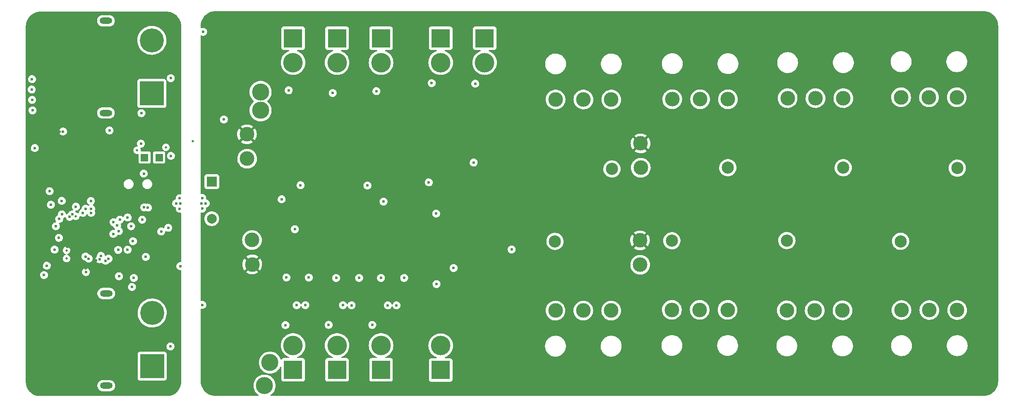
<source format=gbr>
%TF.GenerationSoftware,KiCad,Pcbnew,(6.0.10-0)*%
%TF.CreationDate,2023-02-23T20:38:24-08:00*%
%TF.ProjectId,1.0,312e302e-6b69-4636-9164-5f7063625858,rev?*%
%TF.SameCoordinates,Original*%
%TF.FileFunction,Copper,L3,Inr*%
%TF.FilePolarity,Positive*%
%FSLAX46Y46*%
G04 Gerber Fmt 4.6, Leading zero omitted, Abs format (unit mm)*
G04 Created by KiCad (PCBNEW (6.0.10-0)) date 2023-02-23 20:38:24*
%MOMM*%
%LPD*%
G01*
G04 APERTURE LIST*
%TA.AperFunction,ComponentPad*%
%ADD10R,3.800000X3.800000*%
%TD*%
%TA.AperFunction,ComponentPad*%
%ADD11C,4.000000*%
%TD*%
%TA.AperFunction,ComponentPad*%
%ADD12R,1.500000X1.500000*%
%TD*%
%TA.AperFunction,ComponentPad*%
%ADD13C,3.000000*%
%TD*%
%TA.AperFunction,ComponentPad*%
%ADD14O,2.600000X1.300000*%
%TD*%
%TA.AperFunction,ComponentPad*%
%ADD15R,4.916000X4.916000*%
%TD*%
%TA.AperFunction,ComponentPad*%
%ADD16C,4.916000*%
%TD*%
%TA.AperFunction,ComponentPad*%
%ADD17R,2.000000X2.000000*%
%TD*%
%TA.AperFunction,ComponentPad*%
%ADD18C,2.000000*%
%TD*%
%TA.AperFunction,ViaPad*%
%ADD19C,0.600000*%
%TD*%
%TA.AperFunction,ViaPad*%
%ADD20C,3.500000*%
%TD*%
%TA.AperFunction,ViaPad*%
%ADD21C,2.500000*%
%TD*%
%TA.AperFunction,ViaPad*%
%ADD22C,2.000000*%
%TD*%
%TA.AperFunction,ViaPad*%
%ADD23C,0.500000*%
%TD*%
G04 APERTURE END LIST*
D10*
%TO.N,GND*%
%TO.C,U22*%
X223200000Y-106150000D03*
D11*
%TO.N,5V_3*%
X223200000Y-111150000D03*
%TD*%
D12*
%TO.N,/~{RESET_RAW}*%
%TO.C,P2*%
X174800000Y-130600000D03*
%TD*%
D10*
%TO.N,GND*%
%TO.C,U17*%
X223200000Y-174150000D03*
D11*
%TO.N,3-3V_1*%
X223200000Y-169150000D03*
%TD*%
D10*
%TO.N,GND*%
%TO.C,U20*%
X205200000Y-106150000D03*
D11*
%TO.N,+5V*%
X205200000Y-111150000D03*
%TD*%
D13*
%TO.N,Net-(J10-Pad1)*%
%TO.C,J10*%
X317800000Y-118430000D03*
%TO.N,Net-(J10-Pad2)*%
X312100000Y-118430000D03*
%TO.N,Net-(J10-Pad3)*%
X306400000Y-118430000D03*
%TD*%
D12*
%TO.N,Net-(P1-Pad1)*%
%TO.C,P1*%
X177775000Y-130600000D03*
%TD*%
D10*
%TO.N,GND*%
%TO.C,U23*%
X235400000Y-174200000D03*
D11*
%TO.N,+12V*%
X235400000Y-169200000D03*
%TD*%
D13*
%TO.N,+BATT*%
%TO.C,C5*%
X196840000Y-152530000D03*
%TO.N,GND*%
X196790000Y-147530000D03*
%TD*%
D10*
%TO.N,GND*%
%TO.C,U18*%
X214200000Y-174150000D03*
D11*
%TO.N,3-3V_2*%
X214200000Y-169150000D03*
%TD*%
D13*
%TO.N,Net-(J12-Pad1)*%
%TO.C,J12*%
X329690000Y-161895000D03*
%TO.N,Net-(J12-Pad2)*%
X335390000Y-161895000D03*
%TO.N,Net-(J12-Pad3)*%
X341090000Y-161895000D03*
%TD*%
%TO.N,+BATT*%
%TO.C,C10*%
X195750000Y-125840000D03*
%TO.N,GND*%
X195800000Y-130840000D03*
%TD*%
D14*
%TO.N,*%
%TO.C,U16*%
X166890000Y-102560000D03*
X166890000Y-121460000D03*
D15*
%TO.N,GND*%
X176290000Y-117460000D03*
D16*
%TO.N,BATT_2_PWR*%
X176290000Y-106560000D03*
%TD*%
D13*
%TO.N,Net-(J13-Pad1)*%
%TO.C,J13*%
X258890000Y-161995000D03*
%TO.N,Net-(J13-Pad2)*%
X264590000Y-161995000D03*
%TO.N,Net-(J13-Pad3)*%
X270290000Y-161995000D03*
%TD*%
%TO.N,+BATT*%
%TO.C,C9*%
X276300000Y-127700000D03*
%TO.N,GND*%
X276350000Y-132700000D03*
%TD*%
%TO.N,Net-(J15-Pad1)*%
%TO.C,J15*%
X306230000Y-161950000D03*
%TO.N,Net-(J15-Pad2)*%
X311930000Y-161950000D03*
%TO.N,Net-(J15-Pad3)*%
X317630000Y-161950000D03*
%TD*%
%TO.N,+BATT*%
%TO.C,C6*%
X276175000Y-147600000D03*
%TO.N,GND*%
X276225000Y-152600000D03*
%TD*%
D10*
%TO.N,GND*%
%TO.C,U24*%
X235400000Y-106150000D03*
D11*
%TO.N,12V_2*%
X235400000Y-111150000D03*
%TD*%
D10*
%TO.N,GND*%
%TO.C,U25*%
X244400000Y-106150000D03*
D11*
%TO.N,12V_3*%
X244400000Y-111150000D03*
%TD*%
D13*
%TO.N,Net-(J9-Pad1)*%
%TO.C,J9*%
X294185000Y-118655000D03*
%TO.N,Net-(J9-Pad2)*%
X288485000Y-118655000D03*
%TO.N,Net-(J9-Pad3)*%
X282785000Y-118655000D03*
%TD*%
%TO.N,Net-(J8-Pad1)*%
%TO.C,J8*%
X270310000Y-118705000D03*
%TO.N,Net-(J8-Pad2)*%
X264610000Y-118705000D03*
%TO.N,Net-(J8-Pad3)*%
X258910000Y-118705000D03*
%TD*%
D14*
%TO.N,*%
%TO.C,U15*%
X166950000Y-158500000D03*
X166950000Y-177400000D03*
D15*
%TO.N,GND*%
X176350000Y-173400000D03*
D16*
%TO.N,BATT_1_PWR*%
X176350000Y-162500000D03*
%TD*%
D10*
%TO.N,GND*%
%TO.C,U19*%
X205200000Y-174150000D03*
D11*
%TO.N,3-3V_3*%
X205200000Y-169150000D03*
%TD*%
D10*
%TO.N,GND*%
%TO.C,U21*%
X214200000Y-106150000D03*
D11*
%TO.N,5V_2*%
X214200000Y-111150000D03*
%TD*%
D17*
%TO.N,Net-(Q8-Pad3)*%
%TO.C,SP1*%
X188550000Y-135550000D03*
D18*
%TO.N,GNDD*%
X188550000Y-143150000D03*
%TD*%
D13*
%TO.N,Net-(J14-Pad1)*%
%TO.C,J14*%
X282709169Y-161850000D03*
%TO.N,Net-(J14-Pad2)*%
X288409169Y-161850000D03*
%TO.N,Net-(J14-Pad3)*%
X294109169Y-161850000D03*
%TD*%
%TO.N,Net-(J11-Pad1)*%
%TO.C,J11*%
X341015831Y-118250000D03*
%TO.N,Net-(J11-Pad2)*%
X335315831Y-118250000D03*
%TO.N,Net-(J11-Pad3)*%
X329615831Y-118250000D03*
%TD*%
D19*
%TO.N,3-3V_1*%
X227930000Y-155300000D03*
X224580000Y-160940000D03*
%TO.N,GND*%
X186600000Y-141075000D03*
X206725000Y-136300000D03*
D20*
X199350000Y-177400000D03*
D19*
X238030000Y-153270000D03*
X203640000Y-164975000D03*
X221410000Y-164940000D03*
D21*
X258790000Y-147810000D03*
D19*
X249910000Y-149470000D03*
X213300000Y-117375000D03*
X242475000Y-115450000D03*
X222250000Y-117000000D03*
X226360000Y-160930000D03*
X205550000Y-145300000D03*
X186800000Y-104825000D03*
X220400000Y-136350000D03*
X214010000Y-155320000D03*
D21*
X282710000Y-147680000D03*
D19*
X207710000Y-160880000D03*
X233550000Y-115350000D03*
X234550000Y-156560000D03*
D20*
X198535754Y-117154369D03*
D19*
X212475000Y-164935000D03*
X203830000Y-155200000D03*
X242150000Y-131640000D03*
D21*
X317780000Y-132690000D03*
X306240000Y-147640000D03*
D20*
X200460278Y-172671662D03*
D19*
X186625000Y-160825000D03*
D21*
X329520000Y-147790000D03*
D19*
X204300000Y-116825000D03*
X186475000Y-140025000D03*
D21*
X341110000Y-132780000D03*
D20*
X198535754Y-120939246D03*
D19*
X202850000Y-139175000D03*
D21*
X270450000Y-132950000D03*
D19*
X223180000Y-155290000D03*
X232960000Y-135710000D03*
X234470000Y-142110000D03*
X186600000Y-138900000D03*
X217170000Y-160910000D03*
D21*
X294160000Y-132680000D03*
D19*
X223700000Y-139650000D03*
X187325000Y-140025000D03*
%TO.N,GNDD*%
X156400000Y-149500000D03*
X169575000Y-154950000D03*
X180100000Y-169350000D03*
X175050000Y-151000000D03*
X160750000Y-140700000D03*
X178225000Y-145775000D03*
X182000000Y-141125000D03*
X156650000Y-144700000D03*
X154800000Y-152800000D03*
X182105000Y-152895000D03*
X152340000Y-128670000D03*
X171324502Y-149525000D03*
X163349228Y-151344103D03*
X163825000Y-139525000D03*
X174639961Y-133910039D03*
X167625000Y-125050000D03*
X180175000Y-114325000D03*
X155375000Y-137500000D03*
X181275000Y-140000000D03*
X157275000Y-147075500D03*
X174071360Y-127760890D03*
X174325000Y-143350000D03*
X158124025Y-125273249D03*
X182000000Y-138950000D03*
X182125000Y-140000000D03*
X171334324Y-142909180D03*
%TO.N,+3V3*%
X177025000Y-133975000D03*
X159125000Y-155400000D03*
X160900000Y-139050000D03*
X164874500Y-151700000D03*
X159050000Y-148925000D03*
X165850000Y-155875000D03*
X164850000Y-139700000D03*
X168437448Y-147697047D03*
X153700000Y-140150000D03*
X181275000Y-176325000D03*
X173400000Y-151500000D03*
X181650000Y-120600000D03*
X179450000Y-148675000D03*
X151653616Y-131768518D03*
X162775000Y-153325000D03*
X155375000Y-136500000D03*
X157374526Y-125275639D03*
%TO.N,+BATT*%
X211710000Y-157980000D03*
X231260000Y-157910000D03*
X211180000Y-158450000D03*
D22*
X191114642Y-102351165D03*
D21*
X282470000Y-132820000D03*
X329560000Y-132500000D03*
D22*
X196387851Y-113202347D03*
X195071964Y-102308799D03*
D19*
X222040000Y-157990000D03*
D22*
X189272441Y-169447441D03*
X192410358Y-113248835D03*
X234500000Y-147190000D03*
X226175000Y-136350000D03*
D21*
X341160000Y-147740000D03*
D22*
X212300000Y-136375000D03*
X244480000Y-134420000D03*
X196020842Y-157878882D03*
X193635121Y-169465039D03*
D21*
X270430000Y-147810000D03*
D22*
X234670000Y-161320000D03*
X203750000Y-140700000D03*
D21*
X306100000Y-132490000D03*
D22*
X188425000Y-113300000D03*
D21*
X294160000Y-147730000D03*
D19*
X230590000Y-158260000D03*
D22*
X199175000Y-102475000D03*
D21*
X317820000Y-147650000D03*
D22*
X205575000Y-150475000D03*
X197650000Y-169475000D03*
X200231635Y-157881635D03*
X192034478Y-157894772D03*
D21*
X258820000Y-132730000D03*
D19*
X221430000Y-158440000D03*
%TO.N,3-3V_2*%
X215400000Y-160900000D03*
X218710000Y-155300000D03*
%TO.N,3-3V_3*%
X205930000Y-160900000D03*
X208420000Y-155230000D03*
D23*
%TO.N,+5V*%
X158825000Y-149650500D03*
X158829085Y-151340639D03*
X179150000Y-128500000D03*
D19*
%TO.N,/processor/FLASH_MISO*%
X167425761Y-151366448D03*
X162800000Y-154089500D03*
%TO.N,/batt_ctl/BATT_2_CURR*%
X169750000Y-143350000D03*
X169175000Y-144550500D03*
%TO.N,/batt_ctl/BATT_1_VSENSE*%
X168425498Y-146275000D03*
%TO.N,/batt_ctl/BATT_1_CURR*%
X169525000Y-145700000D03*
X172225000Y-157150000D03*
%TO.N,/batt_ctl/BATT_2_VSENSE*%
X168450000Y-143875000D03*
%TO.N,/A0_SENSE*%
X169400000Y-149550000D03*
%TO.N,/MOSI*%
X163874500Y-141953680D03*
X151710000Y-116660000D03*
X162149500Y-141975000D03*
%TO.N,/SCK*%
X151780000Y-118780000D03*
%TO.N,/MISO*%
X163874500Y-141125000D03*
X151880500Y-120930000D03*
X162724000Y-141125000D03*
%TO.N,/SD_CS*%
X151770000Y-114540000D03*
D23*
%TO.N,/BUZZER*%
X160725000Y-142675000D03*
X173275000Y-129124500D03*
D19*
%TO.N,/batt_ctl/BATT_1_CTL*%
X159474500Y-142775000D03*
X154225000Y-154725000D03*
%TO.N,/batt_ctl/BATT_2_CTL*%
X191025000Y-122800000D03*
X160018146Y-142259052D03*
%TO.N,/SDA*%
X157850000Y-139500000D03*
X157900000Y-142250000D03*
%TO.N,/SCL*%
X155637708Y-140287292D03*
X157325500Y-143200000D03*
%TO.N,/~{RESET_RAW}*%
X162730483Y-150921127D03*
%TO.N,/SWCLK*%
X165588243Y-151471256D03*
X174718767Y-140818767D03*
%TO.N,/SWDIO*%
X165876883Y-150779562D03*
X175475000Y-140875000D03*
%TO.N,/A5_SENSE*%
X166800500Y-151779732D03*
D23*
%TO.N,Net-(Q8-Pad3)*%
X184675000Y-127225000D03*
D19*
%TO.N,BATT_1_PWR*%
X172600000Y-155300000D03*
X172425000Y-147775000D03*
%TO.N,BATT_2_PWR*%
X174169500Y-121505500D03*
X180200000Y-130275000D03*
X179650000Y-145025000D03*
X172050000Y-144700000D03*
%TD*%
%TA.AperFunction,Conductor*%
%TO.N,+3V3*%
G36*
X179301726Y-100682398D02*
G01*
X179627032Y-100700666D01*
X179641064Y-100702247D01*
X179799928Y-100729240D01*
X179958787Y-100756231D01*
X179972562Y-100759375D01*
X180068428Y-100786993D01*
X180282247Y-100848594D01*
X180295568Y-100853255D01*
X180593318Y-100976587D01*
X180606041Y-100982714D01*
X180822331Y-101102253D01*
X180888106Y-101138606D01*
X180900070Y-101146124D01*
X181162894Y-101332609D01*
X181173940Y-101341418D01*
X181414243Y-101556165D01*
X181424235Y-101566157D01*
X181638982Y-101806460D01*
X181647791Y-101817506D01*
X181834276Y-102080330D01*
X181841794Y-102092294D01*
X181937005Y-102264564D01*
X181997684Y-102374355D01*
X182003813Y-102387082D01*
X182127145Y-102684832D01*
X182131806Y-102698153D01*
X182177119Y-102855436D01*
X182221025Y-103007838D01*
X182224169Y-103021613D01*
X182278152Y-103339331D01*
X182279734Y-103353368D01*
X182293411Y-103596927D01*
X182298002Y-103678674D01*
X182298200Y-103685739D01*
X182298200Y-138029367D01*
X182278198Y-138097488D01*
X182224542Y-138143981D01*
X182157281Y-138154481D01*
X182043211Y-138140879D01*
X182005680Y-138136404D01*
X181998677Y-138137140D01*
X181998676Y-138137140D01*
X181832288Y-138154628D01*
X181832286Y-138154629D01*
X181825288Y-138155364D01*
X181653579Y-138213818D01*
X181647575Y-138217512D01*
X181505095Y-138305166D01*
X181505092Y-138305168D01*
X181499088Y-138308862D01*
X181494053Y-138313793D01*
X181494050Y-138313795D01*
X181374525Y-138430843D01*
X181369493Y-138435771D01*
X181271235Y-138588238D01*
X181268826Y-138594858D01*
X181268824Y-138594861D01*
X181226406Y-138711404D01*
X181209197Y-138758685D01*
X181186463Y-138938640D01*
X181199406Y-139070641D01*
X181186147Y-139140389D01*
X181137284Y-139191896D01*
X181103578Y-139205018D01*
X181100288Y-139205364D01*
X180928579Y-139263818D01*
X180922575Y-139267512D01*
X180780095Y-139355166D01*
X180780092Y-139355168D01*
X180774088Y-139358862D01*
X180769053Y-139363793D01*
X180769050Y-139363795D01*
X180656072Y-139474432D01*
X180644493Y-139485771D01*
X180546235Y-139638238D01*
X180543826Y-139644858D01*
X180543824Y-139644861D01*
X180513805Y-139727338D01*
X180484197Y-139808685D01*
X180461463Y-139988640D01*
X180479163Y-140169160D01*
X180536418Y-140341273D01*
X180540065Y-140347295D01*
X180540066Y-140347297D01*
X180625760Y-140488795D01*
X180630380Y-140496424D01*
X180635269Y-140501487D01*
X180635270Y-140501488D01*
X180688621Y-140556734D01*
X180756382Y-140626902D01*
X180814701Y-140665065D01*
X180870753Y-140701744D01*
X180908159Y-140726222D01*
X180914763Y-140728678D01*
X180914765Y-140728679D01*
X181071558Y-140786990D01*
X181071560Y-140786990D01*
X181078168Y-140789448D01*
X181094897Y-140791680D01*
X181100980Y-140792492D01*
X181165857Y-140821329D01*
X181204844Y-140880663D01*
X181206376Y-140933329D01*
X181209197Y-140933685D01*
X181186463Y-141113640D01*
X181204163Y-141294160D01*
X181261418Y-141466273D01*
X181265065Y-141472295D01*
X181265066Y-141472297D01*
X181350760Y-141613795D01*
X181355380Y-141621424D01*
X181481382Y-141751902D01*
X181633159Y-141851222D01*
X181639763Y-141853678D01*
X181639765Y-141853679D01*
X181796558Y-141911990D01*
X181796560Y-141911990D01*
X181803168Y-141914448D01*
X181886995Y-141925633D01*
X181975980Y-141937507D01*
X181975984Y-141937507D01*
X181982961Y-141938438D01*
X181989972Y-141937800D01*
X181989976Y-141937800D01*
X182160780Y-141922255D01*
X182230433Y-141936000D01*
X182281598Y-141985221D01*
X182298200Y-142047736D01*
X182298200Y-151961847D01*
X182278198Y-152029968D01*
X182224542Y-152076461D01*
X182157281Y-152086961D01*
X182110680Y-152081404D01*
X182103677Y-152082140D01*
X182103676Y-152082140D01*
X181937288Y-152099628D01*
X181937286Y-152099629D01*
X181930288Y-152100364D01*
X181758579Y-152158818D01*
X181697478Y-152196408D01*
X181610095Y-152250166D01*
X181610092Y-152250168D01*
X181604088Y-152253862D01*
X181599053Y-152258793D01*
X181599050Y-152258795D01*
X181554202Y-152302714D01*
X181474493Y-152380771D01*
X181376235Y-152533238D01*
X181373826Y-152539858D01*
X181373824Y-152539861D01*
X181346230Y-152615675D01*
X181314197Y-152703685D01*
X181291463Y-152883640D01*
X181309163Y-153064160D01*
X181366418Y-153236273D01*
X181370065Y-153242295D01*
X181370066Y-153242297D01*
X181439540Y-153357012D01*
X181460380Y-153391424D01*
X181465269Y-153396487D01*
X181465270Y-153396488D01*
X181522179Y-153455418D01*
X181586382Y-153521902D01*
X181609974Y-153537340D01*
X181726264Y-153613438D01*
X181738159Y-153621222D01*
X181744763Y-153623678D01*
X181744765Y-153623679D01*
X181901558Y-153681990D01*
X181901560Y-153681990D01*
X181908168Y-153684448D01*
X181991995Y-153695633D01*
X182080980Y-153707507D01*
X182080984Y-153707507D01*
X182087961Y-153708438D01*
X182094972Y-153707800D01*
X182094976Y-153707800D01*
X182160780Y-153701811D01*
X182230434Y-153715556D01*
X182281598Y-153764777D01*
X182298200Y-153827292D01*
X182298200Y-176596461D01*
X182298002Y-176603526D01*
X182283211Y-176866919D01*
X182279734Y-176928828D01*
X182278152Y-176942869D01*
X182224169Y-177260587D01*
X182221025Y-177274362D01*
X182209462Y-177314498D01*
X182131806Y-177584047D01*
X182127145Y-177597368D01*
X182003815Y-177895114D01*
X181997686Y-177907841D01*
X181889613Y-178103384D01*
X181841794Y-178189906D01*
X181834276Y-178201870D01*
X181647791Y-178464694D01*
X181638982Y-178475740D01*
X181424235Y-178716043D01*
X181414243Y-178726035D01*
X181173940Y-178940782D01*
X181162894Y-178949591D01*
X180900070Y-179136076D01*
X180888106Y-179143594D01*
X180606041Y-179299486D01*
X180593318Y-179305613D01*
X180295568Y-179428945D01*
X180282247Y-179433606D01*
X180098385Y-179486576D01*
X180063505Y-179491500D01*
X152734695Y-179491500D01*
X152699815Y-179486576D01*
X152515953Y-179433606D01*
X152502632Y-179428945D01*
X152204882Y-179305613D01*
X152192159Y-179299486D01*
X151910094Y-179143594D01*
X151898130Y-179136076D01*
X151635306Y-178949591D01*
X151624260Y-178940782D01*
X151383957Y-178726035D01*
X151373965Y-178716043D01*
X151159218Y-178475740D01*
X151150409Y-178464694D01*
X150963924Y-178201870D01*
X150956406Y-178189906D01*
X150908587Y-178103384D01*
X150800514Y-177907841D01*
X150794385Y-177895114D01*
X150671055Y-177597368D01*
X150666394Y-177584047D01*
X150639669Y-177491284D01*
X165140124Y-177491284D01*
X165141103Y-177496981D01*
X165141103Y-177496982D01*
X165146310Y-177527282D01*
X165176181Y-177701126D01*
X165249875Y-177900884D01*
X165358739Y-178083866D01*
X165499125Y-178243946D01*
X165666333Y-178375762D01*
X165671444Y-178378451D01*
X165671447Y-178378453D01*
X165774961Y-178432915D01*
X165854762Y-178474900D01*
X165860283Y-178476614D01*
X165860287Y-178476616D01*
X166030623Y-178529507D01*
X166058102Y-178538039D01*
X166230982Y-178558500D01*
X167654013Y-178558500D01*
X167739645Y-178550632D01*
X167806270Y-178544510D01*
X167806273Y-178544509D01*
X167812024Y-178543981D01*
X167833093Y-178538039D01*
X168011389Y-178487754D01*
X168011391Y-178487753D01*
X168016948Y-178486186D01*
X168022123Y-178483634D01*
X168022128Y-178483632D01*
X168202727Y-178394570D01*
X168207908Y-178392015D01*
X168378509Y-178264622D01*
X168523037Y-178108271D01*
X168636653Y-177928201D01*
X168715551Y-177730441D01*
X168720305Y-177706544D01*
X168755962Y-177527282D01*
X168755962Y-177527280D01*
X168757089Y-177521615D01*
X168757412Y-177496982D01*
X168759800Y-177314498D01*
X168759876Y-177308716D01*
X168753973Y-177274362D01*
X168724797Y-177104564D01*
X168724796Y-177104561D01*
X168723819Y-177098874D01*
X168650125Y-176899116D01*
X168541261Y-176716134D01*
X168400875Y-176556054D01*
X168233667Y-176424238D01*
X168228556Y-176421549D01*
X168228553Y-176421547D01*
X168105814Y-176356971D01*
X168045238Y-176325100D01*
X168039717Y-176323386D01*
X168039713Y-176323384D01*
X167847421Y-176263676D01*
X167847422Y-176263676D01*
X167841898Y-176261961D01*
X167669018Y-176241500D01*
X166245987Y-176241500D01*
X166160355Y-176249368D01*
X166093730Y-176255490D01*
X166093727Y-176255491D01*
X166087976Y-176256019D01*
X166082417Y-176257587D01*
X166082416Y-176257587D01*
X165888611Y-176312246D01*
X165888609Y-176312247D01*
X165883052Y-176313814D01*
X165877877Y-176316366D01*
X165877872Y-176316368D01*
X165776215Y-176366500D01*
X165692092Y-176407985D01*
X165521491Y-176535378D01*
X165376963Y-176691729D01*
X165263347Y-176871799D01*
X165184449Y-177069559D01*
X165183323Y-177075219D01*
X165183322Y-177075223D01*
X165178618Y-177098874D01*
X165142911Y-177278385D01*
X165142835Y-177284160D01*
X165142835Y-177284164D01*
X165142514Y-177308716D01*
X165140124Y-177491284D01*
X150639669Y-177491284D01*
X150588738Y-177314498D01*
X150577175Y-177274362D01*
X150574031Y-177260587D01*
X150520048Y-176942869D01*
X150518466Y-176928828D01*
X150514990Y-176866919D01*
X150508698Y-176754885D01*
X150508500Y-176747820D01*
X150508500Y-175906134D01*
X173383500Y-175906134D01*
X173390255Y-175968316D01*
X173441385Y-176104705D01*
X173528739Y-176221261D01*
X173645295Y-176308615D01*
X173781684Y-176359745D01*
X173843866Y-176366500D01*
X178856134Y-176366500D01*
X178918316Y-176359745D01*
X179054705Y-176308615D01*
X179171261Y-176221261D01*
X179258615Y-176104705D01*
X179309745Y-175968316D01*
X179316500Y-175906134D01*
X179316500Y-170893866D01*
X179309745Y-170831684D01*
X179258615Y-170695295D01*
X179171261Y-170578739D01*
X179054705Y-170491385D01*
X178918316Y-170440255D01*
X178856134Y-170433500D01*
X173843866Y-170433500D01*
X173781684Y-170440255D01*
X173645295Y-170491385D01*
X173528739Y-170578739D01*
X173441385Y-170695295D01*
X173390255Y-170831684D01*
X173383500Y-170893866D01*
X173383500Y-175906134D01*
X150508500Y-175906134D01*
X150508500Y-169338640D01*
X179286463Y-169338640D01*
X179304163Y-169519160D01*
X179361418Y-169691273D01*
X179365065Y-169697295D01*
X179365066Y-169697297D01*
X179375978Y-169715314D01*
X179455380Y-169846424D01*
X179581382Y-169976902D01*
X179733159Y-170076222D01*
X179739763Y-170078678D01*
X179739765Y-170078679D01*
X179896558Y-170136990D01*
X179896560Y-170136990D01*
X179903168Y-170139448D01*
X179986995Y-170150633D01*
X180075980Y-170162507D01*
X180075984Y-170162507D01*
X180082961Y-170163438D01*
X180089972Y-170162800D01*
X180089976Y-170162800D01*
X180232459Y-170149832D01*
X180263600Y-170146998D01*
X180270302Y-170144820D01*
X180270304Y-170144820D01*
X180429409Y-170093124D01*
X180429412Y-170093123D01*
X180436108Y-170090947D01*
X180591912Y-169998069D01*
X180723266Y-169872982D01*
X180823643Y-169721902D01*
X180888055Y-169552338D01*
X180889035Y-169545366D01*
X180912748Y-169376639D01*
X180912748Y-169376636D01*
X180913299Y-169372717D01*
X180913616Y-169350000D01*
X180893397Y-169169745D01*
X180891080Y-169163091D01*
X180836064Y-169005106D01*
X180836062Y-169005103D01*
X180833745Y-168998448D01*
X180737626Y-168844624D01*
X180723941Y-168830843D01*
X180614778Y-168720915D01*
X180614774Y-168720912D01*
X180609815Y-168715918D01*
X180598697Y-168708862D01*
X180550538Y-168678300D01*
X180456666Y-168618727D01*
X180427463Y-168608328D01*
X180292425Y-168560243D01*
X180292420Y-168560242D01*
X180285790Y-168557881D01*
X180278802Y-168557048D01*
X180278799Y-168557047D01*
X180155698Y-168542368D01*
X180105680Y-168536404D01*
X180098677Y-168537140D01*
X180098676Y-168537140D01*
X179932288Y-168554628D01*
X179932286Y-168554629D01*
X179925288Y-168555364D01*
X179753579Y-168613818D01*
X179747575Y-168617512D01*
X179605095Y-168705166D01*
X179605092Y-168705168D01*
X179599088Y-168708862D01*
X179594053Y-168713793D01*
X179594050Y-168713795D01*
X179474525Y-168830843D01*
X179469493Y-168835771D01*
X179371235Y-168988238D01*
X179368826Y-168994858D01*
X179368824Y-168994861D01*
X179311606Y-169152066D01*
X179309197Y-169158685D01*
X179286463Y-169338640D01*
X150508500Y-169338640D01*
X150508500Y-162406662D01*
X173379939Y-162406662D01*
X173380034Y-162410292D01*
X173380034Y-162410294D01*
X173387270Y-162686584D01*
X173388895Y-162748651D01*
X173437098Y-163087344D01*
X173523910Y-163418252D01*
X173648180Y-163736990D01*
X173808262Y-164039331D01*
X173810314Y-164042316D01*
X173810319Y-164042325D01*
X173999976Y-164318278D01*
X173999982Y-164318285D01*
X174002033Y-164321270D01*
X174226925Y-164579069D01*
X174229610Y-164581512D01*
X174433613Y-164767140D01*
X174479957Y-164809310D01*
X174757776Y-165008943D01*
X175056699Y-165175322D01*
X175372764Y-165306240D01*
X175376258Y-165307235D01*
X175376260Y-165307236D01*
X175698280Y-165398966D01*
X175698285Y-165398967D01*
X175701781Y-165399963D01*
X175933822Y-165437961D01*
X176035811Y-165454663D01*
X176035815Y-165454663D01*
X176039391Y-165455249D01*
X176043017Y-165455420D01*
X176377490Y-165471193D01*
X176377491Y-165471193D01*
X176381117Y-165471364D01*
X176394077Y-165470480D01*
X176718800Y-165448344D01*
X176718808Y-165448343D01*
X176722431Y-165448096D01*
X176726007Y-165447433D01*
X176726009Y-165447433D01*
X177055244Y-165386413D01*
X177055248Y-165386412D01*
X177058809Y-165385752D01*
X177385791Y-165285159D01*
X177632847Y-165176709D01*
X177695710Y-165149114D01*
X177695711Y-165149114D01*
X177699045Y-165147650D01*
X177994418Y-164975048D01*
X178267995Y-164769641D01*
X178516150Y-164534150D01*
X178735594Y-164271698D01*
X178886264Y-164042325D01*
X178921431Y-163988789D01*
X178921436Y-163988780D01*
X178923418Y-163985763D01*
X179046925Y-163740198D01*
X179075506Y-163683372D01*
X179075509Y-163683364D01*
X179077133Y-163680136D01*
X179194701Y-163358866D01*
X179195546Y-163355344D01*
X179195549Y-163355336D01*
X179273717Y-163029741D01*
X179273718Y-163029737D01*
X179274564Y-163026212D01*
X179275001Y-163022602D01*
X179315327Y-162689363D01*
X179315327Y-162689356D01*
X179315663Y-162686584D01*
X179321527Y-162500000D01*
X179316145Y-162406662D01*
X179302043Y-162162081D01*
X179302042Y-162162076D01*
X179301834Y-162158461D01*
X179301211Y-162154891D01*
X179243640Y-161825022D01*
X179243638Y-161825015D01*
X179243016Y-161821449D01*
X179215178Y-161727467D01*
X179146885Y-161496916D01*
X179145853Y-161493431D01*
X179108607Y-161406108D01*
X179013055Y-161182092D01*
X179011632Y-161178755D01*
X178962559Y-161092720D01*
X178843923Y-160884730D01*
X178842132Y-160881590D01*
X178639601Y-160605877D01*
X178573640Y-160534894D01*
X178409194Y-160357930D01*
X178409192Y-160357929D01*
X178406722Y-160355270D01*
X178403968Y-160352918D01*
X178403964Y-160352914D01*
X178308238Y-160271157D01*
X178146583Y-160133090D01*
X178143580Y-160131072D01*
X178143572Y-160131066D01*
X177967123Y-160012498D01*
X177862630Y-159942282D01*
X177558629Y-159785375D01*
X177238608Y-159664449D01*
X177235087Y-159663565D01*
X177235082Y-159663563D01*
X177076103Y-159623631D01*
X176906809Y-159581107D01*
X176872697Y-159576616D01*
X176571233Y-159536927D01*
X176571225Y-159536926D01*
X176567629Y-159536453D01*
X176426543Y-159534237D01*
X176229207Y-159531137D01*
X176229203Y-159531137D01*
X176225565Y-159531080D01*
X176221951Y-159531441D01*
X176221944Y-159531441D01*
X175962250Y-159557362D01*
X175885151Y-159565057D01*
X175550897Y-159637936D01*
X175547466Y-159639111D01*
X175547465Y-159639111D01*
X175230667Y-159747576D01*
X175230663Y-159747578D01*
X175227236Y-159748751D01*
X175223968Y-159750310D01*
X175223960Y-159750313D01*
X175146967Y-159787037D01*
X174918456Y-159896031D01*
X174628650Y-160077826D01*
X174625816Y-160080096D01*
X174625811Y-160080100D01*
X174559669Y-160133090D01*
X174361660Y-160291725D01*
X174121025Y-160534894D01*
X173909933Y-160804109D01*
X173908040Y-160807198D01*
X173908038Y-160807201D01*
X173862453Y-160881590D01*
X173731183Y-161095803D01*
X173587144Y-161406108D01*
X173586004Y-161409555D01*
X173558265Y-161493431D01*
X173479725Y-161730912D01*
X173410351Y-162065910D01*
X173379939Y-162406662D01*
X150508500Y-162406662D01*
X150508500Y-158591284D01*
X165140124Y-158591284D01*
X165141103Y-158596981D01*
X165141103Y-158596982D01*
X165146310Y-158627282D01*
X165176181Y-158801126D01*
X165249875Y-159000884D01*
X165358739Y-159183866D01*
X165499125Y-159343946D01*
X165666333Y-159475762D01*
X165671444Y-159478451D01*
X165671447Y-159478453D01*
X165771474Y-159531080D01*
X165854762Y-159574900D01*
X165860283Y-159576614D01*
X165860287Y-159576616D01*
X166030623Y-159629506D01*
X166058102Y-159638039D01*
X166230982Y-159658500D01*
X167654013Y-159658500D01*
X167739645Y-159650632D01*
X167806270Y-159644510D01*
X167806273Y-159644509D01*
X167812024Y-159643981D01*
X167836199Y-159637163D01*
X168011389Y-159587754D01*
X168011391Y-159587753D01*
X168016948Y-159586186D01*
X168022123Y-159583634D01*
X168022128Y-159583632D01*
X168202727Y-159494570D01*
X168207908Y-159492015D01*
X168378509Y-159364622D01*
X168523037Y-159208271D01*
X168636653Y-159028201D01*
X168715551Y-158830441D01*
X168720305Y-158806544D01*
X168755962Y-158627282D01*
X168755962Y-158627280D01*
X168757089Y-158621615D01*
X168757412Y-158596982D01*
X168759800Y-158414498D01*
X168759876Y-158408716D01*
X168754664Y-158378385D01*
X168724797Y-158204564D01*
X168724796Y-158204561D01*
X168723819Y-158198874D01*
X168650125Y-157999116D01*
X168541261Y-157816134D01*
X168400875Y-157656054D01*
X168233667Y-157524238D01*
X168228556Y-157521549D01*
X168228553Y-157521547D01*
X168125039Y-157467085D01*
X168045238Y-157425100D01*
X168039717Y-157423386D01*
X168039713Y-157423384D01*
X167847421Y-157363676D01*
X167847422Y-157363676D01*
X167841898Y-157361961D01*
X167669018Y-157341500D01*
X166245987Y-157341500D01*
X166160355Y-157349368D01*
X166093730Y-157355490D01*
X166093727Y-157355491D01*
X166087976Y-157356019D01*
X166082417Y-157357587D01*
X166082416Y-157357587D01*
X165888611Y-157412246D01*
X165888609Y-157412247D01*
X165883052Y-157413814D01*
X165877877Y-157416366D01*
X165877872Y-157416368D01*
X165713765Y-157497297D01*
X165692092Y-157507985D01*
X165521491Y-157635378D01*
X165376963Y-157791729D01*
X165263347Y-157971799D01*
X165184449Y-158169559D01*
X165183323Y-158175219D01*
X165183322Y-158175223D01*
X165178618Y-158198874D01*
X165142911Y-158378385D01*
X165142835Y-158384160D01*
X165142835Y-158384164D01*
X165142514Y-158408716D01*
X165140124Y-158591284D01*
X150508500Y-158591284D01*
X150508500Y-157138640D01*
X171411463Y-157138640D01*
X171429163Y-157319160D01*
X171486418Y-157491273D01*
X171490065Y-157497295D01*
X171490066Y-157497297D01*
X171576258Y-157639617D01*
X171580380Y-157646424D01*
X171585269Y-157651487D01*
X171585270Y-157651488D01*
X171593870Y-157660393D01*
X171706382Y-157776902D01*
X171858159Y-157876222D01*
X171864763Y-157878678D01*
X171864765Y-157878679D01*
X172021558Y-157936990D01*
X172021560Y-157936990D01*
X172028168Y-157939448D01*
X172111995Y-157950633D01*
X172200980Y-157962507D01*
X172200984Y-157962507D01*
X172207961Y-157963438D01*
X172214972Y-157962800D01*
X172214976Y-157962800D01*
X172357459Y-157949832D01*
X172388600Y-157946998D01*
X172395302Y-157944820D01*
X172395304Y-157944820D01*
X172554409Y-157893124D01*
X172554412Y-157893123D01*
X172561108Y-157890947D01*
X172716912Y-157798069D01*
X172848266Y-157672982D01*
X172948643Y-157521902D01*
X173009400Y-157361961D01*
X173010555Y-157358920D01*
X173010556Y-157358918D01*
X173013055Y-157352338D01*
X173014578Y-157341500D01*
X173037748Y-157176639D01*
X173037748Y-157176636D01*
X173038299Y-157172717D01*
X173038616Y-157150000D01*
X173018397Y-156969745D01*
X173016080Y-156963091D01*
X172961064Y-156805106D01*
X172961062Y-156805103D01*
X172958745Y-156798448D01*
X172862626Y-156644624D01*
X172848941Y-156630843D01*
X172739778Y-156520915D01*
X172739774Y-156520912D01*
X172734815Y-156515918D01*
X172723697Y-156508862D01*
X172675538Y-156478300D01*
X172581666Y-156418727D01*
X172552463Y-156408328D01*
X172417425Y-156360243D01*
X172417420Y-156360242D01*
X172410790Y-156357881D01*
X172403802Y-156357048D01*
X172403799Y-156357047D01*
X172280698Y-156342368D01*
X172230680Y-156336404D01*
X172223677Y-156337140D01*
X172223676Y-156337140D01*
X172057288Y-156354628D01*
X172057286Y-156354629D01*
X172050288Y-156355364D01*
X171878579Y-156413818D01*
X171872575Y-156417512D01*
X171730095Y-156505166D01*
X171730092Y-156505168D01*
X171724088Y-156508862D01*
X171719053Y-156513793D01*
X171719050Y-156513795D01*
X171599525Y-156630843D01*
X171594493Y-156635771D01*
X171496235Y-156788238D01*
X171493826Y-156794858D01*
X171493824Y-156794861D01*
X171436606Y-156952066D01*
X171434197Y-156958685D01*
X171411463Y-157138640D01*
X150508500Y-157138640D01*
X150508500Y-154713640D01*
X153411463Y-154713640D01*
X153429163Y-154894160D01*
X153486418Y-155066273D01*
X153490065Y-155072295D01*
X153490066Y-155072297D01*
X153542527Y-155158920D01*
X153580380Y-155221424D01*
X153706382Y-155351902D01*
X153712278Y-155355760D01*
X153841623Y-155440401D01*
X153858159Y-155451222D01*
X153864763Y-155453678D01*
X153864765Y-155453679D01*
X154021558Y-155511990D01*
X154021560Y-155511990D01*
X154028168Y-155514448D01*
X154111995Y-155525633D01*
X154200980Y-155537507D01*
X154200984Y-155537507D01*
X154207961Y-155538438D01*
X154214972Y-155537800D01*
X154214976Y-155537800D01*
X154357459Y-155524832D01*
X154388600Y-155521998D01*
X154395302Y-155519820D01*
X154395304Y-155519820D01*
X154554409Y-155468124D01*
X154554412Y-155468123D01*
X154561108Y-155465947D01*
X154716912Y-155373069D01*
X154848266Y-155247982D01*
X154948643Y-155096902D01*
X155002507Y-154955106D01*
X155008762Y-154938640D01*
X168761463Y-154938640D01*
X168779163Y-155119160D01*
X168836418Y-155291273D01*
X168840065Y-155297295D01*
X168840066Y-155297297D01*
X168870067Y-155346834D01*
X168930380Y-155446424D01*
X168935269Y-155451487D01*
X168935270Y-155451488D01*
X168952336Y-155469160D01*
X169056382Y-155576902D01*
X169208159Y-155676222D01*
X169214763Y-155678678D01*
X169214765Y-155678679D01*
X169371558Y-155736990D01*
X169371560Y-155736990D01*
X169378168Y-155739448D01*
X169461995Y-155750633D01*
X169550980Y-155762507D01*
X169550984Y-155762507D01*
X169557961Y-155763438D01*
X169564972Y-155762800D01*
X169564976Y-155762800D01*
X169707459Y-155749832D01*
X169738600Y-155746998D01*
X169745302Y-155744820D01*
X169745304Y-155744820D01*
X169904409Y-155693124D01*
X169904412Y-155693123D01*
X169911108Y-155690947D01*
X170066912Y-155598069D01*
X170198266Y-155472982D01*
X170298643Y-155321902D01*
X170311278Y-155288640D01*
X171786463Y-155288640D01*
X171804163Y-155469160D01*
X171861418Y-155641273D01*
X171865065Y-155647295D01*
X171865066Y-155647297D01*
X171935017Y-155762800D01*
X171955380Y-155796424D01*
X172081382Y-155926902D01*
X172233159Y-156026222D01*
X172239763Y-156028678D01*
X172239765Y-156028679D01*
X172396558Y-156086990D01*
X172396560Y-156086990D01*
X172403168Y-156089448D01*
X172486995Y-156100633D01*
X172575980Y-156112507D01*
X172575984Y-156112507D01*
X172582961Y-156113438D01*
X172589972Y-156112800D01*
X172589976Y-156112800D01*
X172732459Y-156099832D01*
X172763600Y-156096998D01*
X172770302Y-156094820D01*
X172770304Y-156094820D01*
X172929409Y-156043124D01*
X172929412Y-156043123D01*
X172936108Y-156040947D01*
X173091912Y-155948069D01*
X173223266Y-155822982D01*
X173323643Y-155671902D01*
X173374584Y-155537800D01*
X173385555Y-155508920D01*
X173385556Y-155508918D01*
X173388055Y-155502338D01*
X173391498Y-155477841D01*
X173412748Y-155326639D01*
X173412748Y-155326636D01*
X173413299Y-155322717D01*
X173413616Y-155300000D01*
X173393397Y-155119745D01*
X173391080Y-155113091D01*
X173336064Y-154955106D01*
X173336062Y-154955103D01*
X173333745Y-154948448D01*
X173316198Y-154920366D01*
X173241359Y-154800598D01*
X173237626Y-154794624D01*
X173223941Y-154780843D01*
X173114778Y-154670915D01*
X173114774Y-154670912D01*
X173109815Y-154665918D01*
X173098697Y-154658862D01*
X173003499Y-154598448D01*
X172956666Y-154568727D01*
X172908972Y-154551744D01*
X172792425Y-154510243D01*
X172792420Y-154510242D01*
X172785790Y-154507881D01*
X172778802Y-154507048D01*
X172778799Y-154507047D01*
X172655698Y-154492368D01*
X172605680Y-154486404D01*
X172598677Y-154487140D01*
X172598676Y-154487140D01*
X172432288Y-154504628D01*
X172432286Y-154504629D01*
X172425288Y-154505364D01*
X172253579Y-154563818D01*
X172213885Y-154588238D01*
X172105095Y-154655166D01*
X172105092Y-154655168D01*
X172099088Y-154658862D01*
X172094053Y-154663793D01*
X172094050Y-154663795D01*
X172012396Y-154743757D01*
X171969493Y-154785771D01*
X171871235Y-154938238D01*
X171868826Y-154944858D01*
X171868824Y-154944861D01*
X171813486Y-155096902D01*
X171809197Y-155108685D01*
X171786463Y-155288640D01*
X170311278Y-155288640D01*
X170363055Y-155152338D01*
X170366652Y-155126744D01*
X170387748Y-154976639D01*
X170387748Y-154976636D01*
X170388299Y-154972717D01*
X170388616Y-154950000D01*
X170368397Y-154769745D01*
X170366080Y-154763091D01*
X170311064Y-154605106D01*
X170311062Y-154605103D01*
X170308745Y-154598448D01*
X170212626Y-154444624D01*
X170207664Y-154439627D01*
X170089778Y-154320915D01*
X170089774Y-154320912D01*
X170084815Y-154315918D01*
X170073697Y-154308862D01*
X170005123Y-154265344D01*
X169931666Y-154218727D01*
X169895483Y-154205843D01*
X169767425Y-154160243D01*
X169767420Y-154160242D01*
X169760790Y-154157881D01*
X169753802Y-154157048D01*
X169753799Y-154157047D01*
X169630698Y-154142368D01*
X169580680Y-154136404D01*
X169573677Y-154137140D01*
X169573676Y-154137140D01*
X169407288Y-154154628D01*
X169407286Y-154154629D01*
X169400288Y-154155364D01*
X169228579Y-154213818D01*
X169222575Y-154217512D01*
X169080095Y-154305166D01*
X169080092Y-154305168D01*
X169074088Y-154308862D01*
X169069053Y-154313793D01*
X169069050Y-154313795D01*
X168949525Y-154430843D01*
X168944493Y-154435771D01*
X168846235Y-154588238D01*
X168843826Y-154594858D01*
X168843824Y-154594861D01*
X168786606Y-154752066D01*
X168784197Y-154758685D01*
X168761463Y-154938640D01*
X155008762Y-154938640D01*
X155010555Y-154933920D01*
X155010556Y-154933918D01*
X155013055Y-154927338D01*
X155016615Y-154902007D01*
X155037748Y-154751639D01*
X155037748Y-154751636D01*
X155038299Y-154747717D01*
X155038452Y-154736738D01*
X155038561Y-154728962D01*
X155038561Y-154728957D01*
X155038616Y-154725000D01*
X155018397Y-154544745D01*
X155016080Y-154538091D01*
X154961064Y-154380106D01*
X154961062Y-154380103D01*
X154958745Y-154373448D01*
X154862626Y-154219624D01*
X154857664Y-154214627D01*
X154739778Y-154095915D01*
X154739774Y-154095912D01*
X154734815Y-154090918D01*
X154726376Y-154085562D01*
X154714681Y-154078140D01*
X161986463Y-154078140D01*
X162004163Y-154258660D01*
X162061418Y-154430773D01*
X162065065Y-154436795D01*
X162065066Y-154436797D01*
X162147254Y-154572506D01*
X162155380Y-154585924D01*
X162281382Y-154716402D01*
X162335230Y-154751639D01*
X162393282Y-154789627D01*
X162433159Y-154815722D01*
X162439763Y-154818178D01*
X162439765Y-154818179D01*
X162596558Y-154876490D01*
X162596560Y-154876490D01*
X162603168Y-154878948D01*
X162686995Y-154890133D01*
X162775980Y-154902007D01*
X162775984Y-154902007D01*
X162782961Y-154902938D01*
X162789972Y-154902300D01*
X162789976Y-154902300D01*
X162932459Y-154889332D01*
X162963600Y-154886498D01*
X162970302Y-154884320D01*
X162970304Y-154884320D01*
X163129409Y-154832624D01*
X163129412Y-154832623D01*
X163136108Y-154830447D01*
X163267593Y-154752066D01*
X163285860Y-154741177D01*
X163285862Y-154741176D01*
X163291912Y-154737569D01*
X163423266Y-154612482D01*
X163523643Y-154461402D01*
X163588055Y-154291838D01*
X163589035Y-154284866D01*
X163612748Y-154116139D01*
X163612748Y-154116136D01*
X163613299Y-154112217D01*
X163613452Y-154101238D01*
X163613561Y-154093462D01*
X163613561Y-154093457D01*
X163613616Y-154089500D01*
X163593397Y-153909245D01*
X163591080Y-153902591D01*
X163536064Y-153744606D01*
X163536062Y-153744603D01*
X163533745Y-153737948D01*
X163470008Y-153635947D01*
X163441359Y-153590098D01*
X163437626Y-153584124D01*
X163423941Y-153570343D01*
X163314778Y-153460415D01*
X163314774Y-153460412D01*
X163309815Y-153455418D01*
X163298697Y-153448362D01*
X163208976Y-153391424D01*
X163156666Y-153358227D01*
X163127463Y-153347828D01*
X162992425Y-153299743D01*
X162992420Y-153299742D01*
X162985790Y-153297381D01*
X162978802Y-153296548D01*
X162978799Y-153296547D01*
X162855698Y-153281868D01*
X162805680Y-153275904D01*
X162798677Y-153276640D01*
X162798676Y-153276640D01*
X162632288Y-153294128D01*
X162632286Y-153294129D01*
X162625288Y-153294864D01*
X162453579Y-153353318D01*
X162447575Y-153357012D01*
X162305095Y-153444666D01*
X162305092Y-153444668D01*
X162299088Y-153448362D01*
X162294053Y-153453293D01*
X162294050Y-153453295D01*
X162202320Y-153543124D01*
X162169493Y-153575271D01*
X162071235Y-153727738D01*
X162068826Y-153734358D01*
X162068824Y-153734361D01*
X162035000Y-153827292D01*
X162009197Y-153898185D01*
X161986463Y-154078140D01*
X154714681Y-154078140D01*
X154675538Y-154053300D01*
X154581666Y-153993727D01*
X154552463Y-153983328D01*
X154417425Y-153935243D01*
X154417420Y-153935242D01*
X154410790Y-153932881D01*
X154403802Y-153932048D01*
X154403799Y-153932047D01*
X154271269Y-153916244D01*
X154230680Y-153911404D01*
X154223677Y-153912140D01*
X154223676Y-153912140D01*
X154057288Y-153929628D01*
X154057286Y-153929629D01*
X154050288Y-153930364D01*
X153878579Y-153988818D01*
X153872575Y-153992512D01*
X153730095Y-154080166D01*
X153730092Y-154080168D01*
X153724088Y-154083862D01*
X153719053Y-154088793D01*
X153719050Y-154088795D01*
X153648502Y-154157881D01*
X153594493Y-154210771D01*
X153496235Y-154363238D01*
X153493826Y-154369858D01*
X153493824Y-154369861D01*
X153464438Y-154450598D01*
X153434197Y-154533685D01*
X153411463Y-154713640D01*
X150508500Y-154713640D01*
X150508500Y-152788640D01*
X153986463Y-152788640D01*
X154004163Y-152969160D01*
X154061418Y-153141273D01*
X154065065Y-153147295D01*
X154065066Y-153147297D01*
X154143458Y-153276738D01*
X154155380Y-153296424D01*
X154160269Y-153301487D01*
X154160270Y-153301488D01*
X154215063Y-153358227D01*
X154281382Y-153426902D01*
X154319190Y-153451643D01*
X154418813Y-153516834D01*
X154433159Y-153526222D01*
X154439763Y-153528678D01*
X154439765Y-153528679D01*
X154596558Y-153586990D01*
X154596560Y-153586990D01*
X154603168Y-153589448D01*
X154686995Y-153600633D01*
X154775980Y-153612507D01*
X154775984Y-153612507D01*
X154782961Y-153613438D01*
X154789972Y-153612800D01*
X154789976Y-153612800D01*
X154932459Y-153599832D01*
X154963600Y-153596998D01*
X154970302Y-153594820D01*
X154970304Y-153594820D01*
X155129409Y-153543124D01*
X155129412Y-153543123D01*
X155136108Y-153540947D01*
X155232513Y-153483478D01*
X155285860Y-153451677D01*
X155285862Y-153451676D01*
X155291912Y-153448069D01*
X155423266Y-153322982D01*
X155523643Y-153171902D01*
X155588055Y-153002338D01*
X155589035Y-152995366D01*
X155612748Y-152826639D01*
X155612748Y-152826636D01*
X155613299Y-152822717D01*
X155613616Y-152800000D01*
X155593397Y-152619745D01*
X155591080Y-152613091D01*
X155536064Y-152455106D01*
X155536062Y-152455103D01*
X155533745Y-152448448D01*
X155523098Y-152431409D01*
X155441359Y-152300598D01*
X155437626Y-152294624D01*
X155427765Y-152284694D01*
X155314778Y-152170915D01*
X155314774Y-152170912D01*
X155309815Y-152165918D01*
X155298697Y-152158862D01*
X155249684Y-152127758D01*
X155156666Y-152068727D01*
X155070206Y-152037940D01*
X154992425Y-152010243D01*
X154992420Y-152010242D01*
X154985790Y-152007881D01*
X154978802Y-152007048D01*
X154978799Y-152007047D01*
X154854051Y-151992172D01*
X154805680Y-151986404D01*
X154798677Y-151987140D01*
X154798676Y-151987140D01*
X154632288Y-152004628D01*
X154632286Y-152004629D01*
X154625288Y-152005364D01*
X154453579Y-152063818D01*
X154413706Y-152088348D01*
X154305095Y-152155166D01*
X154305092Y-152155168D01*
X154299088Y-152158862D01*
X154294053Y-152163793D01*
X154294050Y-152163795D01*
X154186728Y-152268893D01*
X154169493Y-152285771D01*
X154071235Y-152438238D01*
X154068826Y-152444858D01*
X154068824Y-152444861D01*
X154021620Y-152574552D01*
X154009197Y-152608685D01*
X153986463Y-152788640D01*
X150508500Y-152788640D01*
X150508500Y-149488640D01*
X155586463Y-149488640D01*
X155604163Y-149669160D01*
X155661418Y-149841273D01*
X155665065Y-149847295D01*
X155665066Y-149847297D01*
X155749791Y-149987195D01*
X155755380Y-149996424D01*
X155760269Y-150001487D01*
X155760270Y-150001488D01*
X155785719Y-150027841D01*
X155881382Y-150126902D01*
X155919242Y-150151677D01*
X156008741Y-150210243D01*
X156033159Y-150226222D01*
X156039763Y-150228678D01*
X156039765Y-150228679D01*
X156196558Y-150286990D01*
X156196560Y-150286990D01*
X156203168Y-150289448D01*
X156286995Y-150300633D01*
X156375980Y-150312507D01*
X156375984Y-150312507D01*
X156382961Y-150313438D01*
X156389972Y-150312800D01*
X156389976Y-150312800D01*
X156532459Y-150299832D01*
X156563600Y-150296998D01*
X156570302Y-150294820D01*
X156570304Y-150294820D01*
X156729409Y-150243124D01*
X156729412Y-150243123D01*
X156736108Y-150240947D01*
X156858124Y-150168211D01*
X156885860Y-150151677D01*
X156885862Y-150151676D01*
X156891912Y-150148069D01*
X157023266Y-150022982D01*
X157123643Y-149871902D01*
X157181665Y-149719160D01*
X157185555Y-149708920D01*
X157185556Y-149708918D01*
X157188055Y-149702338D01*
X157189204Y-149694160D01*
X157196838Y-149639843D01*
X158061775Y-149639843D01*
X158078381Y-149809199D01*
X158080605Y-149815884D01*
X158080605Y-149815885D01*
X158090927Y-149846914D01*
X158132094Y-149970667D01*
X158135741Y-149976689D01*
X158135742Y-149976691D01*
X158215428Y-150108267D01*
X158220246Y-150116223D01*
X158338455Y-150238632D01*
X158406669Y-150283270D01*
X158465852Y-150321998D01*
X158480846Y-150331810D01*
X158487450Y-150334266D01*
X158487452Y-150334267D01*
X158606969Y-150378715D01*
X158663845Y-150421207D01*
X158688719Y-150487704D01*
X158673694Y-150557092D01*
X158623539Y-150607342D01*
X158603654Y-150616090D01*
X158510758Y-150647714D01*
X158510755Y-150647715D01*
X158504088Y-150649985D01*
X158498090Y-150653675D01*
X158498088Y-150653676D01*
X158365150Y-150735460D01*
X158365148Y-150735462D01*
X158359151Y-150739151D01*
X158237571Y-150858212D01*
X158233760Y-150864126D01*
X158233758Y-150864128D01*
X158149206Y-150995326D01*
X158145389Y-151001249D01*
X158087188Y-151161155D01*
X158065860Y-151329982D01*
X158082466Y-151499338D01*
X158084690Y-151506023D01*
X158084690Y-151506024D01*
X158103249Y-151561814D01*
X158136179Y-151660806D01*
X158139826Y-151666828D01*
X158139827Y-151666830D01*
X158186033Y-151743124D01*
X158224331Y-151806362D01*
X158342540Y-151928771D01*
X158399336Y-151965937D01*
X158473574Y-152014517D01*
X158484931Y-152021949D01*
X158491535Y-152024405D01*
X158491537Y-152024406D01*
X158527929Y-152037940D01*
X158644426Y-152081265D01*
X158813100Y-152103771D01*
X158820111Y-152103133D01*
X158820115Y-152103133D01*
X158975547Y-152088987D01*
X158982568Y-152088348D01*
X158989270Y-152086170D01*
X158989272Y-152086170D01*
X159137708Y-152037940D01*
X159137711Y-152037939D01*
X159144407Y-152035763D01*
X159290575Y-151948629D01*
X159295669Y-151943778D01*
X159295673Y-151943775D01*
X159382370Y-151861214D01*
X159413806Y-151831278D01*
X159422261Y-151818553D01*
X159486168Y-151722364D01*
X159507976Y-151689541D01*
X159568404Y-151530464D01*
X159569456Y-151522982D01*
X159579304Y-151452902D01*
X159592086Y-151361952D01*
X159592384Y-151340639D01*
X159573416Y-151171531D01*
X159570741Y-151163848D01*
X159519771Y-151017485D01*
X159517453Y-151010828D01*
X159511468Y-151001249D01*
X159489505Y-150966103D01*
X159454302Y-150909767D01*
X161916946Y-150909767D01*
X161934646Y-151090287D01*
X161991901Y-151262400D01*
X161995548Y-151268422D01*
X161995549Y-151268424D01*
X162066274Y-151385205D01*
X162085863Y-151417551D01*
X162211865Y-151548029D01*
X162287754Y-151597689D01*
X162332396Y-151626902D01*
X162363642Y-151647349D01*
X162370246Y-151649805D01*
X162370248Y-151649806D01*
X162527041Y-151708117D01*
X162527043Y-151708117D01*
X162533651Y-151710575D01*
X162562711Y-151714453D01*
X162574180Y-151715983D01*
X162639056Y-151744819D01*
X162665290Y-151775605D01*
X162699007Y-151831278D01*
X162704608Y-151840527D01*
X162830610Y-151971005D01*
X162889680Y-152009659D01*
X162968973Y-152061547D01*
X162982387Y-152070325D01*
X162988991Y-152072781D01*
X162988993Y-152072782D01*
X163145786Y-152131093D01*
X163145788Y-152131093D01*
X163152396Y-152133551D01*
X163236223Y-152144736D01*
X163325208Y-152156610D01*
X163325212Y-152156610D01*
X163332189Y-152157541D01*
X163339200Y-152156903D01*
X163339204Y-152156903D01*
X163481687Y-152143935D01*
X163512828Y-152141101D01*
X163519530Y-152138923D01*
X163519532Y-152138923D01*
X163678637Y-152087227D01*
X163678640Y-152087226D01*
X163685336Y-152085050D01*
X163810826Y-152010243D01*
X163835088Y-151995780D01*
X163835090Y-151995779D01*
X163841140Y-151992172D01*
X163972494Y-151867085D01*
X164072871Y-151716005D01*
X164128795Y-151568786D01*
X164134783Y-151553023D01*
X164134784Y-151553021D01*
X164137283Y-151546441D01*
X164138263Y-151539469D01*
X164149446Y-151459896D01*
X164774706Y-151459896D01*
X164792406Y-151640416D01*
X164849661Y-151812529D01*
X164853308Y-151818551D01*
X164853309Y-151818553D01*
X164929146Y-151943775D01*
X164943623Y-151967680D01*
X164948512Y-151972743D01*
X164948513Y-151972744D01*
X164996030Y-152021949D01*
X165069625Y-152098158D01*
X165131921Y-152138923D01*
X165169396Y-152163446D01*
X165221402Y-152197478D01*
X165228006Y-152199934D01*
X165228008Y-152199935D01*
X165384801Y-152258246D01*
X165384803Y-152258246D01*
X165391411Y-152260704D01*
X165462077Y-152270133D01*
X165564223Y-152283763D01*
X165564227Y-152283763D01*
X165571204Y-152284694D01*
X165578215Y-152284056D01*
X165578219Y-152284056D01*
X165731197Y-152270133D01*
X165751843Y-152268254D01*
X165758545Y-152266076D01*
X165758547Y-152266076D01*
X165917652Y-152214380D01*
X165917655Y-152214379D01*
X165924351Y-152212203D01*
X165958530Y-152191828D01*
X166027285Y-152174127D01*
X166094695Y-152196408D01*
X166130825Y-152234785D01*
X166146652Y-152260918D01*
X166155880Y-152276156D01*
X166160769Y-152281219D01*
X166160770Y-152281220D01*
X166181527Y-152302714D01*
X166281882Y-152406634D01*
X166433659Y-152505954D01*
X166440263Y-152508410D01*
X166440265Y-152508411D01*
X166597058Y-152566722D01*
X166597060Y-152566722D01*
X166603668Y-152569180D01*
X166687495Y-152580365D01*
X166776480Y-152592239D01*
X166776484Y-152592239D01*
X166783461Y-152593170D01*
X166790472Y-152592532D01*
X166790476Y-152592532D01*
X166932959Y-152579564D01*
X166964100Y-152576730D01*
X166970802Y-152574552D01*
X166970804Y-152574552D01*
X167129909Y-152522856D01*
X167129912Y-152522855D01*
X167136608Y-152520679D01*
X167246608Y-152455106D01*
X167286360Y-152431409D01*
X167286362Y-152431408D01*
X167292412Y-152427801D01*
X167423766Y-152302714D01*
X167478186Y-152220805D01*
X167532542Y-152175136D01*
X167571709Y-152165053D01*
X167589361Y-152163446D01*
X167614844Y-152155166D01*
X167755170Y-152109572D01*
X167755173Y-152109571D01*
X167761869Y-152107395D01*
X167917673Y-152014517D01*
X168049027Y-151889430D01*
X168149404Y-151738350D01*
X168213816Y-151568786D01*
X168216733Y-151548029D01*
X168238509Y-151393087D01*
X168238509Y-151393084D01*
X168239060Y-151389165D01*
X168239377Y-151366448D01*
X168219158Y-151186193D01*
X168216841Y-151179539D01*
X168161825Y-151021554D01*
X168161823Y-151021551D01*
X168159506Y-151014896D01*
X168152674Y-151003962D01*
X168143100Y-150988640D01*
X174236463Y-150988640D01*
X174254163Y-151169160D01*
X174311418Y-151341273D01*
X174315065Y-151347295D01*
X174315066Y-151347297D01*
X174353966Y-151411528D01*
X174405380Y-151496424D01*
X174410269Y-151501487D01*
X174410270Y-151501488D01*
X174453681Y-151546441D01*
X174531382Y-151626902D01*
X174607271Y-151676562D01*
X174676518Y-151721876D01*
X174683159Y-151726222D01*
X174689763Y-151728678D01*
X174689765Y-151728679D01*
X174846558Y-151786990D01*
X174846560Y-151786990D01*
X174853168Y-151789448D01*
X174934791Y-151800339D01*
X175025980Y-151812507D01*
X175025984Y-151812507D01*
X175032961Y-151813438D01*
X175039972Y-151812800D01*
X175039976Y-151812800D01*
X175182459Y-151799832D01*
X175213600Y-151796998D01*
X175220302Y-151794820D01*
X175220304Y-151794820D01*
X175379409Y-151743124D01*
X175379412Y-151743123D01*
X175386108Y-151740947D01*
X175520546Y-151660806D01*
X175535860Y-151651677D01*
X175535862Y-151651676D01*
X175541912Y-151648069D01*
X175673266Y-151522982D01*
X175773643Y-151371902D01*
X175838055Y-151202338D01*
X175839035Y-151195366D01*
X175862748Y-151026639D01*
X175862748Y-151026636D01*
X175863299Y-151022717D01*
X175863506Y-151007871D01*
X175863561Y-151003962D01*
X175863561Y-151003957D01*
X175863616Y-151000000D01*
X175843397Y-150819745D01*
X175841080Y-150813091D01*
X175786064Y-150655106D01*
X175786062Y-150655103D01*
X175783745Y-150648448D01*
X175724532Y-150553686D01*
X175691359Y-150500598D01*
X175687626Y-150494624D01*
X175673941Y-150480843D01*
X175564778Y-150370915D01*
X175564774Y-150370912D01*
X175559815Y-150365918D01*
X175548697Y-150358862D01*
X175487176Y-150319820D01*
X175406666Y-150268727D01*
X175364406Y-150253679D01*
X175242425Y-150210243D01*
X175242420Y-150210242D01*
X175235790Y-150207881D01*
X175228802Y-150207048D01*
X175228799Y-150207047D01*
X175084612Y-150189854D01*
X175055680Y-150186404D01*
X175048677Y-150187140D01*
X175048676Y-150187140D01*
X174882288Y-150204628D01*
X174882286Y-150204629D01*
X174875288Y-150205364D01*
X174703579Y-150263818D01*
X174669275Y-150284922D01*
X174555095Y-150355166D01*
X174555092Y-150355168D01*
X174549088Y-150358862D01*
X174544053Y-150363793D01*
X174544050Y-150363795D01*
X174424525Y-150480843D01*
X174419493Y-150485771D01*
X174321235Y-150638238D01*
X174318826Y-150644858D01*
X174318824Y-150644861D01*
X174265969Y-150790079D01*
X174259197Y-150808685D01*
X174236463Y-150988640D01*
X168143100Y-150988640D01*
X168067120Y-150867046D01*
X168063387Y-150861072D01*
X168047130Y-150844701D01*
X167940539Y-150737363D01*
X167940535Y-150737360D01*
X167935576Y-150732366D01*
X167924458Y-150725310D01*
X167813020Y-150654590D01*
X167782427Y-150635175D01*
X167753224Y-150624776D01*
X167618186Y-150576691D01*
X167618181Y-150576690D01*
X167611551Y-150574329D01*
X167604563Y-150573496D01*
X167604560Y-150573495D01*
X167466998Y-150557092D01*
X167431441Y-150552852D01*
X167424438Y-150553588D01*
X167424437Y-150553588D01*
X167258049Y-150571076D01*
X167258047Y-150571077D01*
X167251049Y-150571812D01*
X167079340Y-150630266D01*
X167016870Y-150668698D01*
X166930856Y-150721614D01*
X166930853Y-150721616D01*
X166924849Y-150725310D01*
X166919811Y-150730244D01*
X166892785Y-150756709D01*
X166830120Y-150790079D01*
X166759361Y-150784273D01*
X166702974Y-150741133D01*
X166679413Y-150680730D01*
X166676379Y-150653676D01*
X166670280Y-150599307D01*
X166667963Y-150592653D01*
X166612947Y-150434668D01*
X166612945Y-150434665D01*
X166610628Y-150428010D01*
X166594357Y-150401970D01*
X166518242Y-150280160D01*
X166514509Y-150274186D01*
X166508489Y-150268124D01*
X166391661Y-150150477D01*
X166391657Y-150150474D01*
X166386698Y-150145480D01*
X166375580Y-150138424D01*
X166326900Y-150107531D01*
X166233549Y-150048289D01*
X166204346Y-150037890D01*
X166069308Y-149989805D01*
X166069303Y-149989804D01*
X166062673Y-149987443D01*
X166055685Y-149986610D01*
X166055682Y-149986609D01*
X165921986Y-149970667D01*
X165882563Y-149965966D01*
X165875560Y-149966702D01*
X165875559Y-149966702D01*
X165709171Y-149984190D01*
X165709169Y-149984191D01*
X165702171Y-149984926D01*
X165530462Y-150043380D01*
X165491888Y-150067111D01*
X165381978Y-150134728D01*
X165381975Y-150134730D01*
X165375971Y-150138424D01*
X165370936Y-150143355D01*
X165370933Y-150143357D01*
X165253364Y-150258490D01*
X165246376Y-150265333D01*
X165148118Y-150417800D01*
X165145709Y-150424420D01*
X165145707Y-150424423D01*
X165096592Y-150559365D01*
X165086080Y-150588247D01*
X165063346Y-150768202D01*
X165064034Y-150775219D01*
X165065095Y-150786047D01*
X165051834Y-150855794D01*
X165027854Y-150888362D01*
X164957736Y-150957027D01*
X164915402Y-151022717D01*
X164867549Y-151096971D01*
X164859478Y-151109494D01*
X164857069Y-151116114D01*
X164857067Y-151116117D01*
X164806257Y-151255717D01*
X164797440Y-151279941D01*
X164774706Y-151459896D01*
X164149446Y-151459896D01*
X164161976Y-151370742D01*
X164161976Y-151370739D01*
X164162527Y-151366820D01*
X164162844Y-151344103D01*
X164142625Y-151163848D01*
X164139382Y-151154536D01*
X164085292Y-150999209D01*
X164085290Y-150999206D01*
X164082973Y-150992551D01*
X164057696Y-150952099D01*
X163990587Y-150844701D01*
X163986854Y-150838727D01*
X163981892Y-150833730D01*
X163864006Y-150715018D01*
X163864002Y-150715015D01*
X163859043Y-150710021D01*
X163705894Y-150612830D01*
X163656487Y-150595237D01*
X163541653Y-150554346D01*
X163541648Y-150554345D01*
X163535018Y-150551984D01*
X163528030Y-150551151D01*
X163528027Y-150551150D01*
X163506597Y-150548595D01*
X163441323Y-150520668D01*
X163414661Y-150490251D01*
X163368109Y-150415751D01*
X163350689Y-150398209D01*
X163245261Y-150292042D01*
X163245257Y-150292039D01*
X163240298Y-150287045D01*
X163229180Y-150279989D01*
X163156025Y-150233564D01*
X163087149Y-150189854D01*
X163057946Y-150179455D01*
X162922908Y-150131370D01*
X162922903Y-150131369D01*
X162916273Y-150129008D01*
X162909285Y-150128175D01*
X162909282Y-150128174D01*
X162786181Y-150113495D01*
X162736163Y-150107531D01*
X162729160Y-150108267D01*
X162729159Y-150108267D01*
X162562771Y-150125755D01*
X162562769Y-150125756D01*
X162555771Y-150126491D01*
X162384062Y-150184945D01*
X162346780Y-150207881D01*
X162235578Y-150276293D01*
X162235575Y-150276295D01*
X162229571Y-150279989D01*
X162224536Y-150284920D01*
X162224533Y-150284922D01*
X162108849Y-150398209D01*
X162099976Y-150406898D01*
X162001718Y-150559365D01*
X161999309Y-150565985D01*
X161999307Y-150565988D01*
X161942664Y-150721614D01*
X161939680Y-150729812D01*
X161916946Y-150909767D01*
X159454302Y-150909767D01*
X159427277Y-150866518D01*
X159307371Y-150745771D01*
X159294123Y-150737363D01*
X159204883Y-150680730D01*
X159163693Y-150654590D01*
X159047526Y-150613225D01*
X158990062Y-150571531D01*
X158964262Y-150505388D01*
X158978317Y-150435797D01*
X159027765Y-150384851D01*
X159050857Y-150374693D01*
X159133623Y-150347801D01*
X159133626Y-150347800D01*
X159140322Y-150345624D01*
X159286490Y-150258490D01*
X159291584Y-150253639D01*
X159291588Y-150253636D01*
X159377488Y-150171834D01*
X159409721Y-150141139D01*
X159413981Y-150134728D01*
X159472218Y-150047074D01*
X159503891Y-149999402D01*
X159564319Y-149840325D01*
X159588001Y-149671813D01*
X159588299Y-149650500D01*
X159575752Y-149538640D01*
X168586463Y-149538640D01*
X168604163Y-149719160D01*
X168661418Y-149891273D01*
X168665065Y-149897295D01*
X168665066Y-149897297D01*
X168744126Y-150027841D01*
X168755380Y-150046424D01*
X168881382Y-150176902D01*
X168950855Y-150222364D01*
X169025569Y-150271255D01*
X169033159Y-150276222D01*
X169039763Y-150278678D01*
X169039765Y-150278679D01*
X169196558Y-150336990D01*
X169196560Y-150336990D01*
X169203168Y-150339448D01*
X169265770Y-150347801D01*
X169375980Y-150362507D01*
X169375984Y-150362507D01*
X169382961Y-150363438D01*
X169389972Y-150362800D01*
X169389976Y-150362800D01*
X169532459Y-150349832D01*
X169563600Y-150346998D01*
X169570302Y-150344820D01*
X169570304Y-150344820D01*
X169729409Y-150293124D01*
X169729412Y-150293123D01*
X169736108Y-150290947D01*
X169871490Y-150210243D01*
X169885860Y-150201677D01*
X169885862Y-150201676D01*
X169891912Y-150198069D01*
X170023266Y-150072982D01*
X170123643Y-149921902D01*
X170188055Y-149752338D01*
X170189035Y-149745366D01*
X170212748Y-149576639D01*
X170212748Y-149576636D01*
X170213299Y-149572717D01*
X170213616Y-149550000D01*
X170209538Y-149513640D01*
X170510965Y-149513640D01*
X170528665Y-149694160D01*
X170585920Y-149866273D01*
X170589567Y-149872295D01*
X170589568Y-149872297D01*
X170670101Y-150005273D01*
X170679882Y-150021424D01*
X170684771Y-150026487D01*
X170684772Y-150026488D01*
X170709475Y-150052068D01*
X170805884Y-150151902D01*
X170838231Y-150173069D01*
X170930677Y-150233564D01*
X170957661Y-150251222D01*
X170964265Y-150253678D01*
X170964267Y-150253679D01*
X171121060Y-150311990D01*
X171121062Y-150311990D01*
X171127670Y-150314448D01*
X171211497Y-150325633D01*
X171300482Y-150337507D01*
X171300486Y-150337507D01*
X171307463Y-150338438D01*
X171314474Y-150337800D01*
X171314478Y-150337800D01*
X171456961Y-150324832D01*
X171488102Y-150321998D01*
X171494804Y-150319820D01*
X171494806Y-150319820D01*
X171653911Y-150268124D01*
X171653914Y-150268123D01*
X171660610Y-150265947D01*
X171758432Y-150207633D01*
X171810362Y-150176677D01*
X171810364Y-150176676D01*
X171816414Y-150173069D01*
X171947768Y-150047982D01*
X172048145Y-149896902D01*
X172112557Y-149727338D01*
X172113706Y-149719160D01*
X172137250Y-149551639D01*
X172137250Y-149551636D01*
X172137801Y-149547717D01*
X172138118Y-149525000D01*
X172117899Y-149344745D01*
X172115582Y-149338091D01*
X172060566Y-149180106D01*
X172060564Y-149180103D01*
X172058247Y-149173448D01*
X171984628Y-149055632D01*
X171965861Y-149025598D01*
X171962128Y-149019624D01*
X171948443Y-149005843D01*
X171839280Y-148895915D01*
X171839276Y-148895912D01*
X171834317Y-148890918D01*
X171823199Y-148883862D01*
X171775040Y-148853300D01*
X171681168Y-148793727D01*
X171651965Y-148783328D01*
X171516927Y-148735243D01*
X171516922Y-148735242D01*
X171510292Y-148732881D01*
X171503304Y-148732048D01*
X171503301Y-148732047D01*
X171380200Y-148717368D01*
X171330182Y-148711404D01*
X171323179Y-148712140D01*
X171323178Y-148712140D01*
X171156790Y-148729628D01*
X171156788Y-148729629D01*
X171149790Y-148730364D01*
X170978081Y-148788818D01*
X170972077Y-148792512D01*
X170829597Y-148880166D01*
X170829594Y-148880168D01*
X170823590Y-148883862D01*
X170818555Y-148888793D01*
X170818552Y-148888795D01*
X170704383Y-149000598D01*
X170693995Y-149010771D01*
X170595737Y-149163238D01*
X170593328Y-149169858D01*
X170593326Y-149169861D01*
X170540604Y-149314713D01*
X170533699Y-149333685D01*
X170510965Y-149513640D01*
X170209538Y-149513640D01*
X170193397Y-149369745D01*
X170191080Y-149363091D01*
X170136064Y-149205106D01*
X170136062Y-149205103D01*
X170133745Y-149198448D01*
X170127365Y-149188238D01*
X170041359Y-149050598D01*
X170037626Y-149044624D01*
X170023941Y-149030843D01*
X169914778Y-148920915D01*
X169914774Y-148920912D01*
X169909815Y-148915918D01*
X169898697Y-148908862D01*
X169814085Y-148855166D01*
X169756666Y-148818727D01*
X169727463Y-148808328D01*
X169592425Y-148760243D01*
X169592420Y-148760242D01*
X169585790Y-148757881D01*
X169578802Y-148757048D01*
X169578799Y-148757047D01*
X169455698Y-148742368D01*
X169405680Y-148736404D01*
X169398677Y-148737140D01*
X169398676Y-148737140D01*
X169232288Y-148754628D01*
X169232286Y-148754629D01*
X169225288Y-148755364D01*
X169053579Y-148813818D01*
X169047575Y-148817512D01*
X168905095Y-148905166D01*
X168905092Y-148905168D01*
X168899088Y-148908862D01*
X168894053Y-148913793D01*
X168894050Y-148913795D01*
X168779881Y-149025598D01*
X168769493Y-149035771D01*
X168671235Y-149188238D01*
X168668826Y-149194858D01*
X168668824Y-149194861D01*
X168615752Y-149340675D01*
X168609197Y-149358685D01*
X168586463Y-149538640D01*
X159575752Y-149538640D01*
X159569331Y-149481392D01*
X159513368Y-149320689D01*
X159507383Y-149311110D01*
X159485420Y-149275964D01*
X159423192Y-149176379D01*
X159416720Y-149169861D01*
X159308248Y-149060629D01*
X159303286Y-149055632D01*
X159287039Y-149045321D01*
X159241928Y-149016693D01*
X159159608Y-148964451D01*
X158999300Y-148907368D01*
X158830329Y-148887220D01*
X158823326Y-148887956D01*
X158823325Y-148887956D01*
X158668101Y-148904270D01*
X158668097Y-148904271D01*
X158661093Y-148905007D01*
X158654422Y-148907278D01*
X158506673Y-148957575D01*
X158506670Y-148957576D01*
X158500003Y-148959846D01*
X158494005Y-148963536D01*
X158494003Y-148963537D01*
X158361065Y-149045321D01*
X158361063Y-149045323D01*
X158355066Y-149049012D01*
X158350033Y-149053941D01*
X158244475Y-149157312D01*
X158233486Y-149168073D01*
X158229675Y-149173987D01*
X158229673Y-149173989D01*
X158145121Y-149305187D01*
X158141304Y-149311110D01*
X158083103Y-149471016D01*
X158061775Y-149639843D01*
X157196838Y-149639843D01*
X157212748Y-149526639D01*
X157212748Y-149526636D01*
X157213299Y-149522717D01*
X157213616Y-149500000D01*
X157193397Y-149319745D01*
X157190390Y-149311110D01*
X157136064Y-149155106D01*
X157136062Y-149155103D01*
X157133745Y-149148448D01*
X157037626Y-148994624D01*
X157007663Y-148964451D01*
X156914778Y-148870915D01*
X156914774Y-148870912D01*
X156909815Y-148865918D01*
X156898697Y-148858862D01*
X156824140Y-148811547D01*
X156756666Y-148768727D01*
X156717071Y-148754628D01*
X156592425Y-148710243D01*
X156592420Y-148710242D01*
X156585790Y-148707881D01*
X156578802Y-148707048D01*
X156578799Y-148707047D01*
X156455698Y-148692368D01*
X156405680Y-148686404D01*
X156398677Y-148687140D01*
X156398676Y-148687140D01*
X156232288Y-148704628D01*
X156232286Y-148704629D01*
X156225288Y-148705364D01*
X156053579Y-148763818D01*
X156047575Y-148767512D01*
X155905095Y-148855166D01*
X155905092Y-148855168D01*
X155899088Y-148858862D01*
X155894053Y-148863793D01*
X155894050Y-148863795D01*
X155791264Y-148964451D01*
X155769493Y-148985771D01*
X155671235Y-149138238D01*
X155668826Y-149144858D01*
X155668824Y-149144861D01*
X155649320Y-149198448D01*
X155609197Y-149308685D01*
X155586463Y-149488640D01*
X150508500Y-149488640D01*
X150508500Y-147064140D01*
X156461463Y-147064140D01*
X156479163Y-147244660D01*
X156536418Y-147416773D01*
X156540065Y-147422795D01*
X156540066Y-147422797D01*
X156550978Y-147440814D01*
X156630380Y-147571924D01*
X156635269Y-147576987D01*
X156635270Y-147576988D01*
X156645992Y-147588091D01*
X156756382Y-147702402D01*
X156762278Y-147706260D01*
X156902039Y-147797717D01*
X156908159Y-147801722D01*
X156914763Y-147804178D01*
X156914765Y-147804179D01*
X157071558Y-147862490D01*
X157071560Y-147862490D01*
X157078168Y-147864948D01*
X157161995Y-147876133D01*
X157250980Y-147888007D01*
X157250984Y-147888007D01*
X157257961Y-147888938D01*
X157264972Y-147888300D01*
X157264976Y-147888300D01*
X157407459Y-147875332D01*
X157438600Y-147872498D01*
X157445302Y-147870320D01*
X157445304Y-147870320D01*
X157604409Y-147818624D01*
X157604412Y-147818623D01*
X157611108Y-147816447D01*
X157699692Y-147763640D01*
X171611463Y-147763640D01*
X171629163Y-147944160D01*
X171686418Y-148116273D01*
X171690065Y-148122295D01*
X171690066Y-148122297D01*
X171700978Y-148140314D01*
X171780380Y-148271424D01*
X171906382Y-148401902D01*
X172058159Y-148501222D01*
X172064763Y-148503678D01*
X172064765Y-148503679D01*
X172221558Y-148561990D01*
X172221560Y-148561990D01*
X172228168Y-148564448D01*
X172311995Y-148575633D01*
X172400980Y-148587507D01*
X172400984Y-148587507D01*
X172407961Y-148588438D01*
X172414972Y-148587800D01*
X172414976Y-148587800D01*
X172557459Y-148574832D01*
X172588600Y-148571998D01*
X172595302Y-148569820D01*
X172595304Y-148569820D01*
X172754409Y-148518124D01*
X172754412Y-148518123D01*
X172761108Y-148515947D01*
X172916912Y-148423069D01*
X173048266Y-148297982D01*
X173148643Y-148146902D01*
X173213055Y-147977338D01*
X173214035Y-147970366D01*
X173237748Y-147801639D01*
X173237748Y-147801636D01*
X173238299Y-147797717D01*
X173238616Y-147775000D01*
X173218397Y-147594745D01*
X173216080Y-147588091D01*
X173161064Y-147430106D01*
X173161062Y-147430103D01*
X173158745Y-147423448D01*
X173148662Y-147407312D01*
X173066359Y-147275598D01*
X173062626Y-147269624D01*
X173037836Y-147244660D01*
X172939778Y-147145915D01*
X172939774Y-147145912D01*
X172934815Y-147140918D01*
X172923697Y-147133862D01*
X172850652Y-147087507D01*
X172781666Y-147043727D01*
X172752463Y-147033328D01*
X172617425Y-146985243D01*
X172617420Y-146985242D01*
X172610790Y-146982881D01*
X172603802Y-146982048D01*
X172603799Y-146982047D01*
X172480698Y-146967368D01*
X172430680Y-146961404D01*
X172423677Y-146962140D01*
X172423676Y-146962140D01*
X172257288Y-146979628D01*
X172257286Y-146979629D01*
X172250288Y-146980364D01*
X172078579Y-147038818D01*
X172025355Y-147071562D01*
X171930095Y-147130166D01*
X171930092Y-147130168D01*
X171924088Y-147133862D01*
X171919053Y-147138793D01*
X171919050Y-147138795D01*
X171799525Y-147255843D01*
X171794493Y-147260771D01*
X171696235Y-147413238D01*
X171693826Y-147419858D01*
X171693824Y-147419861D01*
X171636606Y-147577066D01*
X171634197Y-147583685D01*
X171611463Y-147763640D01*
X157699692Y-147763640D01*
X157766912Y-147723569D01*
X157898266Y-147598482D01*
X157998643Y-147447402D01*
X158063055Y-147277838D01*
X158064035Y-147270866D01*
X158087748Y-147102139D01*
X158087748Y-147102136D01*
X158088299Y-147098217D01*
X158088616Y-147075500D01*
X158068397Y-146895245D01*
X158066080Y-146888591D01*
X158011064Y-146730606D01*
X158011062Y-146730603D01*
X158008745Y-146723948D01*
X157912626Y-146570124D01*
X157907664Y-146565127D01*
X157789778Y-146446415D01*
X157789774Y-146446412D01*
X157784815Y-146441418D01*
X157778390Y-146437340D01*
X157643405Y-146351677D01*
X157631666Y-146344227D01*
X157602463Y-146333828D01*
X157467425Y-146285743D01*
X157467420Y-146285742D01*
X157460790Y-146283381D01*
X157453802Y-146282548D01*
X157453799Y-146282547D01*
X157295238Y-146263640D01*
X167611961Y-146263640D01*
X167629661Y-146444160D01*
X167686916Y-146616273D01*
X167690563Y-146622295D01*
X167690564Y-146622297D01*
X167752126Y-146723948D01*
X167780878Y-146771424D01*
X167906880Y-146901902D01*
X167912776Y-146905760D01*
X168034239Y-146985243D01*
X168058657Y-147001222D01*
X168065261Y-147003678D01*
X168065263Y-147003679D01*
X168222056Y-147061990D01*
X168222058Y-147061990D01*
X168228666Y-147064448D01*
X168311495Y-147075500D01*
X168401478Y-147087507D01*
X168401482Y-147087507D01*
X168408459Y-147088438D01*
X168415470Y-147087800D01*
X168415474Y-147087800D01*
X168557957Y-147074832D01*
X168589098Y-147071998D01*
X168595800Y-147069820D01*
X168595802Y-147069820D01*
X168754907Y-147018124D01*
X168754910Y-147018123D01*
X168761606Y-147015947D01*
X168917410Y-146923069D01*
X169048764Y-146797982D01*
X169149141Y-146646902D01*
X169151642Y-146640317D01*
X169151645Y-146640312D01*
X169177595Y-146571998D01*
X169179822Y-146566133D01*
X169222710Y-146509556D01*
X169289379Y-146485146D01*
X169325257Y-146488366D01*
X169328168Y-146489448D01*
X169335149Y-146490379D01*
X169335151Y-146490380D01*
X169500980Y-146512507D01*
X169500984Y-146512507D01*
X169507961Y-146513438D01*
X169514972Y-146512800D01*
X169514976Y-146512800D01*
X169657459Y-146499832D01*
X169688600Y-146496998D01*
X169695302Y-146494820D01*
X169695304Y-146494820D01*
X169854409Y-146443124D01*
X169854412Y-146443123D01*
X169861108Y-146440947D01*
X170016912Y-146348069D01*
X170148266Y-146222982D01*
X170248643Y-146071902D01*
X170306399Y-145919861D01*
X170310555Y-145908920D01*
X170310556Y-145908918D01*
X170313055Y-145902338D01*
X170322125Y-145837800D01*
X170332548Y-145763640D01*
X177411463Y-145763640D01*
X177429163Y-145944160D01*
X177486418Y-146116273D01*
X177490065Y-146122295D01*
X177490066Y-146122297D01*
X177575120Y-146262738D01*
X177580380Y-146271424D01*
X177585269Y-146276487D01*
X177585270Y-146276488D01*
X177654335Y-146348006D01*
X177706382Y-146401902D01*
X177712278Y-146405760D01*
X177848376Y-146494820D01*
X177858159Y-146501222D01*
X177864763Y-146503678D01*
X177864765Y-146503679D01*
X178021558Y-146561990D01*
X178021560Y-146561990D01*
X178028168Y-146564448D01*
X178111995Y-146575633D01*
X178200980Y-146587507D01*
X178200984Y-146587507D01*
X178207961Y-146588438D01*
X178214972Y-146587800D01*
X178214976Y-146587800D01*
X178357459Y-146574832D01*
X178388600Y-146571998D01*
X178395302Y-146569820D01*
X178395304Y-146569820D01*
X178554409Y-146518124D01*
X178554412Y-146518123D01*
X178561108Y-146515947D01*
X178681532Y-146444160D01*
X178710860Y-146426677D01*
X178710862Y-146426676D01*
X178716912Y-146423069D01*
X178848266Y-146297982D01*
X178948643Y-146146902D01*
X179013055Y-145977338D01*
X179014035Y-145970366D01*
X179037274Y-145805013D01*
X179066562Y-145740339D01*
X179126166Y-145701766D01*
X179197163Y-145701541D01*
X179231041Y-145717117D01*
X179283159Y-145751222D01*
X179289763Y-145753678D01*
X179289765Y-145753679D01*
X179446558Y-145811990D01*
X179446560Y-145811990D01*
X179453168Y-145814448D01*
X179536995Y-145825633D01*
X179625980Y-145837507D01*
X179625984Y-145837507D01*
X179632961Y-145838438D01*
X179639972Y-145837800D01*
X179639976Y-145837800D01*
X179782459Y-145824832D01*
X179813600Y-145821998D01*
X179820302Y-145819820D01*
X179820304Y-145819820D01*
X179979409Y-145768124D01*
X179979412Y-145768123D01*
X179986108Y-145765947D01*
X180090089Y-145703962D01*
X180135860Y-145676677D01*
X180135862Y-145676676D01*
X180141912Y-145673069D01*
X180273266Y-145547982D01*
X180373643Y-145396902D01*
X180438055Y-145227338D01*
X180445785Y-145172334D01*
X180462748Y-145051639D01*
X180462748Y-145051636D01*
X180463299Y-145047717D01*
X180463616Y-145025000D01*
X180443397Y-144844745D01*
X180441080Y-144838091D01*
X180386064Y-144680106D01*
X180386062Y-144680103D01*
X180383745Y-144673448D01*
X180287626Y-144519624D01*
X180282664Y-144514627D01*
X180164778Y-144395915D01*
X180164774Y-144395912D01*
X180159815Y-144390918D01*
X180148697Y-144383862D01*
X180092893Y-144348448D01*
X180006666Y-144293727D01*
X179954653Y-144275206D01*
X179842425Y-144235243D01*
X179842420Y-144235242D01*
X179835790Y-144232881D01*
X179828802Y-144232048D01*
X179828799Y-144232047D01*
X179696512Y-144216273D01*
X179655680Y-144211404D01*
X179648677Y-144212140D01*
X179648676Y-144212140D01*
X179482288Y-144229628D01*
X179482286Y-144229629D01*
X179475288Y-144230364D01*
X179303579Y-144288818D01*
X179297575Y-144292512D01*
X179155095Y-144380166D01*
X179155092Y-144380168D01*
X179149088Y-144383862D01*
X179144053Y-144388793D01*
X179144050Y-144388795D01*
X179028382Y-144502066D01*
X179019493Y-144510771D01*
X178921235Y-144663238D01*
X178918826Y-144669858D01*
X178918824Y-144669861D01*
X178888623Y-144752838D01*
X178859197Y-144833685D01*
X178858314Y-144840675D01*
X178838917Y-144994214D01*
X178810535Y-145059291D01*
X178751475Y-145098692D01*
X178680489Y-145099909D01*
X178646402Y-145084810D01*
X178581666Y-145043727D01*
X178540201Y-145028962D01*
X178417425Y-144985243D01*
X178417420Y-144985242D01*
X178410790Y-144982881D01*
X178403802Y-144982048D01*
X178403799Y-144982047D01*
X178258765Y-144964753D01*
X178230680Y-144961404D01*
X178223677Y-144962140D01*
X178223676Y-144962140D01*
X178057288Y-144979628D01*
X178057286Y-144979629D01*
X178050288Y-144980364D01*
X177878579Y-145038818D01*
X177872575Y-145042512D01*
X177730095Y-145130166D01*
X177730092Y-145130168D01*
X177724088Y-145133862D01*
X177719053Y-145138793D01*
X177719050Y-145138795D01*
X177628120Y-145227841D01*
X177594493Y-145260771D01*
X177496235Y-145413238D01*
X177493826Y-145419858D01*
X177493824Y-145419861D01*
X177454922Y-145526744D01*
X177434197Y-145583685D01*
X177411463Y-145763640D01*
X170332548Y-145763640D01*
X170337748Y-145726639D01*
X170337748Y-145726636D01*
X170338299Y-145722717D01*
X170338616Y-145700000D01*
X170318397Y-145519745D01*
X170316080Y-145513091D01*
X170261064Y-145355106D01*
X170261062Y-145355103D01*
X170258745Y-145348448D01*
X170162626Y-145194624D01*
X170140491Y-145172334D01*
X170039778Y-145070915D01*
X170039774Y-145070912D01*
X170034815Y-145065918D01*
X170024373Y-145059291D01*
X169967932Y-145023473D01*
X169921133Y-144970084D01*
X169910628Y-144899869D01*
X169917658Y-144872344D01*
X169925484Y-144851744D01*
X169963055Y-144752838D01*
X169971092Y-144695653D01*
X169972078Y-144688640D01*
X171236463Y-144688640D01*
X171254163Y-144869160D01*
X171311418Y-145041273D01*
X171315065Y-145047295D01*
X171315066Y-145047297D01*
X171401264Y-145189627D01*
X171405380Y-145196424D01*
X171410269Y-145201487D01*
X171410270Y-145201488D01*
X171435719Y-145227841D01*
X171531382Y-145326902D01*
X171683159Y-145426222D01*
X171689763Y-145428678D01*
X171689765Y-145428679D01*
X171846558Y-145486990D01*
X171846560Y-145486990D01*
X171853168Y-145489448D01*
X171936995Y-145500633D01*
X172025980Y-145512507D01*
X172025984Y-145512507D01*
X172032961Y-145513438D01*
X172039972Y-145512800D01*
X172039976Y-145512800D01*
X172182459Y-145499832D01*
X172213600Y-145496998D01*
X172220302Y-145494820D01*
X172220304Y-145494820D01*
X172379409Y-145443124D01*
X172379412Y-145443123D01*
X172386108Y-145440947D01*
X172494900Y-145376094D01*
X172535860Y-145351677D01*
X172535862Y-145351676D01*
X172541912Y-145348069D01*
X172673266Y-145222982D01*
X172773643Y-145071902D01*
X172815618Y-144961404D01*
X172835555Y-144908920D01*
X172835556Y-144908918D01*
X172838055Y-144902338D01*
X172840479Y-144885090D01*
X172862748Y-144726639D01*
X172862748Y-144726636D01*
X172863299Y-144722717D01*
X172863616Y-144700000D01*
X172843397Y-144519745D01*
X172840272Y-144510771D01*
X172786064Y-144355106D01*
X172786062Y-144355103D01*
X172783745Y-144348448D01*
X172711531Y-144232881D01*
X172691359Y-144200598D01*
X172687626Y-144194624D01*
X172656657Y-144163438D01*
X172564778Y-144070915D01*
X172564774Y-144070912D01*
X172559815Y-144065918D01*
X172548697Y-144058862D01*
X172458587Y-144001677D01*
X172406666Y-143968727D01*
X172377463Y-143958328D01*
X172242425Y-143910243D01*
X172242420Y-143910242D01*
X172235790Y-143907881D01*
X172228802Y-143907048D01*
X172228799Y-143907047D01*
X172105698Y-143892368D01*
X172055680Y-143886404D01*
X172048677Y-143887140D01*
X172048676Y-143887140D01*
X171882288Y-143904628D01*
X171882286Y-143904629D01*
X171875288Y-143905364D01*
X171703579Y-143963818D01*
X171661918Y-143989448D01*
X171555095Y-144055166D01*
X171555092Y-144055168D01*
X171549088Y-144058862D01*
X171544053Y-144063793D01*
X171544050Y-144063795D01*
X171424525Y-144180843D01*
X171419493Y-144185771D01*
X171321235Y-144338238D01*
X171318826Y-144344858D01*
X171318824Y-144344861D01*
X171302061Y-144390918D01*
X171259197Y-144508685D01*
X171236463Y-144688640D01*
X169972078Y-144688640D01*
X169987748Y-144577139D01*
X169987748Y-144577136D01*
X169988299Y-144573217D01*
X169988616Y-144550500D01*
X169968397Y-144370245D01*
X169960807Y-144348448D01*
X169935301Y-144275206D01*
X169931787Y-144204296D01*
X169967169Y-144142744D01*
X170015355Y-144113936D01*
X170079411Y-144093123D01*
X170086108Y-144090947D01*
X170210774Y-144016631D01*
X170235860Y-144001677D01*
X170235862Y-144001676D01*
X170241912Y-143998069D01*
X170373266Y-143872982D01*
X170473643Y-143721902D01*
X170524584Y-143587800D01*
X170535555Y-143558920D01*
X170535556Y-143558918D01*
X170538055Y-143552338D01*
X170539035Y-143545366D01*
X170539037Y-143545359D01*
X170539371Y-143542980D01*
X170540009Y-143541570D01*
X170540788Y-143538538D01*
X170541321Y-143538675D01*
X170568660Y-143478307D01*
X170628265Y-143439735D01*
X170699262Y-143439512D01*
X170754779Y-143472991D01*
X170815706Y-143536082D01*
X170967483Y-143635402D01*
X170974087Y-143637858D01*
X170974089Y-143637859D01*
X171130882Y-143696170D01*
X171130884Y-143696170D01*
X171137492Y-143698628D01*
X171221319Y-143709813D01*
X171310304Y-143721687D01*
X171310308Y-143721687D01*
X171317285Y-143722618D01*
X171324296Y-143721980D01*
X171324300Y-143721980D01*
X171466783Y-143709012D01*
X171497924Y-143706178D01*
X171504626Y-143704000D01*
X171504628Y-143704000D01*
X171663733Y-143652304D01*
X171663736Y-143652303D01*
X171670432Y-143650127D01*
X171791807Y-143577773D01*
X171820184Y-143560857D01*
X171820186Y-143560856D01*
X171826236Y-143557249D01*
X171957590Y-143432162D01*
X172019726Y-143338640D01*
X173511463Y-143338640D01*
X173529163Y-143519160D01*
X173586418Y-143691273D01*
X173590065Y-143697295D01*
X173590066Y-143697297D01*
X173605015Y-143721980D01*
X173680380Y-143846424D01*
X173685269Y-143851487D01*
X173685270Y-143851488D01*
X173719699Y-143887140D01*
X173806382Y-143976902D01*
X173838729Y-143998069D01*
X173939169Y-144063795D01*
X173958159Y-144076222D01*
X173964763Y-144078678D01*
X173964765Y-144078679D01*
X174121558Y-144136990D01*
X174121560Y-144136990D01*
X174128168Y-144139448D01*
X174208831Y-144150211D01*
X174300980Y-144162507D01*
X174300984Y-144162507D01*
X174307961Y-144163438D01*
X174314972Y-144162800D01*
X174314976Y-144162800D01*
X174457459Y-144149832D01*
X174488600Y-144146998D01*
X174495302Y-144144820D01*
X174495304Y-144144820D01*
X174654409Y-144093124D01*
X174654412Y-144093123D01*
X174661108Y-144090947D01*
X174785774Y-144016631D01*
X174810860Y-144001677D01*
X174810862Y-144001676D01*
X174816912Y-143998069D01*
X174948266Y-143872982D01*
X175048643Y-143721902D01*
X175099584Y-143587800D01*
X175110555Y-143558920D01*
X175110556Y-143558918D01*
X175113055Y-143552338D01*
X175114610Y-143541273D01*
X175137748Y-143376639D01*
X175137748Y-143376636D01*
X175138299Y-143372717D01*
X175138528Y-143356310D01*
X175138561Y-143353962D01*
X175138561Y-143353957D01*
X175138616Y-143350000D01*
X175118397Y-143169745D01*
X175114923Y-143159768D01*
X175061064Y-143005106D01*
X175061062Y-143005103D01*
X175058745Y-142998448D01*
X174962626Y-142844624D01*
X174957664Y-142839627D01*
X174839778Y-142720915D01*
X174839774Y-142720912D01*
X174834815Y-142715918D01*
X174827446Y-142711241D01*
X174740662Y-142656167D01*
X174681666Y-142618727D01*
X174633986Y-142601749D01*
X174517425Y-142560243D01*
X174517420Y-142560242D01*
X174510790Y-142557881D01*
X174503802Y-142557048D01*
X174503799Y-142557047D01*
X174373349Y-142541492D01*
X174330680Y-142536404D01*
X174323677Y-142537140D01*
X174323676Y-142537140D01*
X174157288Y-142554628D01*
X174157286Y-142554629D01*
X174150288Y-142555364D01*
X173978579Y-142613818D01*
X173970600Y-142618727D01*
X173830095Y-142705166D01*
X173830092Y-142705168D01*
X173824088Y-142708862D01*
X173819053Y-142713793D01*
X173819050Y-142713795D01*
X173733146Y-142797919D01*
X173694493Y-142835771D01*
X173596235Y-142988238D01*
X173593826Y-142994858D01*
X173593824Y-142994861D01*
X173539641Y-143143727D01*
X173534197Y-143158685D01*
X173511463Y-143338640D01*
X172019726Y-143338640D01*
X172057967Y-143281082D01*
X172110144Y-143143727D01*
X172119879Y-143118100D01*
X172119880Y-143118098D01*
X172122379Y-143111518D01*
X172126521Y-143082047D01*
X172147072Y-142935819D01*
X172147072Y-142935816D01*
X172147623Y-142931897D01*
X172147940Y-142909180D01*
X172127721Y-142728925D01*
X172123960Y-142718124D01*
X172070388Y-142564286D01*
X172070386Y-142564283D01*
X172068069Y-142557628D01*
X172008031Y-142461546D01*
X171975683Y-142409778D01*
X171971950Y-142403804D01*
X171963159Y-142394951D01*
X171849102Y-142280095D01*
X171849098Y-142280092D01*
X171844139Y-142275098D01*
X171833021Y-142268042D01*
X171759773Y-142221558D01*
X171690990Y-142177907D01*
X171648003Y-142162600D01*
X171526749Y-142119423D01*
X171526744Y-142119422D01*
X171520114Y-142117061D01*
X171513126Y-142116228D01*
X171513123Y-142116227D01*
X171390022Y-142101548D01*
X171340004Y-142095584D01*
X171333001Y-142096320D01*
X171333000Y-142096320D01*
X171166612Y-142113808D01*
X171166610Y-142113809D01*
X171159612Y-142114544D01*
X170987903Y-142172998D01*
X170979924Y-142177907D01*
X170839419Y-142264346D01*
X170839416Y-142264348D01*
X170833412Y-142268042D01*
X170828377Y-142272973D01*
X170828374Y-142272975D01*
X170708849Y-142390023D01*
X170703817Y-142394951D01*
X170605559Y-142547418D01*
X170603150Y-142554038D01*
X170603148Y-142554041D01*
X170565977Y-142656167D01*
X170543521Y-142717865D01*
X170542637Y-142724862D01*
X170541987Y-142727549D01*
X170506529Y-142789057D01*
X170443446Y-142821631D01*
X170372766Y-142814929D01*
X170330113Y-142786708D01*
X170264778Y-142720915D01*
X170264774Y-142720912D01*
X170259815Y-142715918D01*
X170252446Y-142711241D01*
X170165662Y-142656167D01*
X170106666Y-142618727D01*
X170058986Y-142601749D01*
X169942425Y-142560243D01*
X169942420Y-142560242D01*
X169935790Y-142557881D01*
X169928802Y-142557048D01*
X169928799Y-142557047D01*
X169798349Y-142541492D01*
X169755680Y-142536404D01*
X169748677Y-142537140D01*
X169748676Y-142537140D01*
X169582288Y-142554628D01*
X169582286Y-142554629D01*
X169575288Y-142555364D01*
X169403579Y-142613818D01*
X169395600Y-142618727D01*
X169255095Y-142705166D01*
X169255092Y-142705168D01*
X169249088Y-142708862D01*
X169244053Y-142713793D01*
X169244050Y-142713795D01*
X169158146Y-142797919D01*
X169119493Y-142835771D01*
X169021235Y-142988238D01*
X169018824Y-142994861D01*
X169018823Y-142994864D01*
X168988417Y-143078404D01*
X168946323Y-143135576D01*
X168880002Y-143160914D01*
X168814785Y-143148560D01*
X168812611Y-143147500D01*
X168806666Y-143143727D01*
X168729566Y-143116273D01*
X168642425Y-143085243D01*
X168642420Y-143085242D01*
X168635790Y-143082881D01*
X168628802Y-143082048D01*
X168628799Y-143082047D01*
X168505698Y-143067368D01*
X168455680Y-143061404D01*
X168448677Y-143062140D01*
X168448676Y-143062140D01*
X168282288Y-143079628D01*
X168282286Y-143079629D01*
X168275288Y-143080364D01*
X168103579Y-143138818D01*
X168067663Y-143160914D01*
X167955095Y-143230166D01*
X167955092Y-143230168D01*
X167949088Y-143233862D01*
X167944053Y-143238793D01*
X167944050Y-143238795D01*
X167880935Y-143300602D01*
X167819493Y-143360771D01*
X167721235Y-143513238D01*
X167718826Y-143519858D01*
X167718824Y-143519861D01*
X167675876Y-143637859D01*
X167659197Y-143683685D01*
X167636463Y-143863640D01*
X167654163Y-144044160D01*
X167711418Y-144216273D01*
X167715065Y-144222295D01*
X167715066Y-144222297D01*
X167795498Y-144355106D01*
X167805380Y-144371424D01*
X167931382Y-144501902D01*
X168083159Y-144601222D01*
X168089763Y-144603678D01*
X168089765Y-144603679D01*
X168246558Y-144661990D01*
X168246560Y-144661990D01*
X168253168Y-144664448D01*
X168287755Y-144669063D01*
X168352632Y-144697899D01*
X168390647Y-144754183D01*
X168436418Y-144891773D01*
X168440065Y-144897795D01*
X168440066Y-144897797D01*
X168524096Y-145036547D01*
X168530380Y-145046924D01*
X168535269Y-145051987D01*
X168535270Y-145051988D01*
X168545077Y-145062143D01*
X168656382Y-145177402D01*
X168717064Y-145217111D01*
X168733047Y-145227570D01*
X168779096Y-145281607D01*
X168788619Y-145351962D01*
X168782456Y-145376094D01*
X168771175Y-145407090D01*
X168729082Y-145464263D01*
X168662761Y-145489602D01*
X168624001Y-145486669D01*
X168617921Y-145485243D01*
X168611288Y-145482881D01*
X168604298Y-145482048D01*
X168604296Y-145482047D01*
X168494858Y-145468997D01*
X168431178Y-145461404D01*
X168424175Y-145462140D01*
X168424174Y-145462140D01*
X168257786Y-145479628D01*
X168257784Y-145479629D01*
X168250786Y-145480364D01*
X168079077Y-145538818D01*
X168056283Y-145552841D01*
X167930593Y-145630166D01*
X167930590Y-145630168D01*
X167924586Y-145633862D01*
X167919551Y-145638793D01*
X167919548Y-145638795D01*
X167804742Y-145751222D01*
X167794991Y-145760771D01*
X167696733Y-145913238D01*
X167694324Y-145919858D01*
X167694322Y-145919861D01*
X167638984Y-146071902D01*
X167634695Y-146083685D01*
X167611961Y-146263640D01*
X157295238Y-146263640D01*
X157280680Y-146261904D01*
X157273677Y-146262640D01*
X157273676Y-146262640D01*
X157107288Y-146280128D01*
X157107286Y-146280129D01*
X157100288Y-146280864D01*
X156928579Y-146339318D01*
X156920600Y-146344227D01*
X156780095Y-146430666D01*
X156780092Y-146430668D01*
X156774088Y-146434362D01*
X156769053Y-146439293D01*
X156769050Y-146439295D01*
X156693338Y-146513438D01*
X156644493Y-146561271D01*
X156546235Y-146713738D01*
X156543826Y-146720358D01*
X156543824Y-146720361D01*
X156513804Y-146802841D01*
X156484197Y-146884185D01*
X156461463Y-147064140D01*
X150508500Y-147064140D01*
X150508500Y-144688640D01*
X155836463Y-144688640D01*
X155854163Y-144869160D01*
X155911418Y-145041273D01*
X155915065Y-145047295D01*
X155915066Y-145047297D01*
X156001264Y-145189627D01*
X156005380Y-145196424D01*
X156010269Y-145201487D01*
X156010270Y-145201488D01*
X156035719Y-145227841D01*
X156131382Y-145326902D01*
X156283159Y-145426222D01*
X156289763Y-145428678D01*
X156289765Y-145428679D01*
X156446558Y-145486990D01*
X156446560Y-145486990D01*
X156453168Y-145489448D01*
X156536995Y-145500633D01*
X156625980Y-145512507D01*
X156625984Y-145512507D01*
X156632961Y-145513438D01*
X156639972Y-145512800D01*
X156639976Y-145512800D01*
X156782459Y-145499832D01*
X156813600Y-145496998D01*
X156820302Y-145494820D01*
X156820304Y-145494820D01*
X156979409Y-145443124D01*
X156979412Y-145443123D01*
X156986108Y-145440947D01*
X157094900Y-145376094D01*
X157135860Y-145351677D01*
X157135862Y-145351676D01*
X157141912Y-145348069D01*
X157273266Y-145222982D01*
X157373643Y-145071902D01*
X157415618Y-144961404D01*
X157435555Y-144908920D01*
X157435556Y-144908918D01*
X157438055Y-144902338D01*
X157440479Y-144885090D01*
X157462748Y-144726639D01*
X157462748Y-144726636D01*
X157463299Y-144722717D01*
X157463616Y-144700000D01*
X157443397Y-144519745D01*
X157440272Y-144510771D01*
X157386064Y-144355106D01*
X157386062Y-144355103D01*
X157383745Y-144348448D01*
X157290152Y-144198667D01*
X157271017Y-144130301D01*
X157291882Y-144062439D01*
X157346124Y-144016631D01*
X157385587Y-144006419D01*
X157460471Y-143999604D01*
X157489100Y-143996998D01*
X157495802Y-143994820D01*
X157495804Y-143994820D01*
X157654909Y-143943124D01*
X157654912Y-143943123D01*
X157661608Y-143940947D01*
X157785469Y-143867111D01*
X157811360Y-143851677D01*
X157811362Y-143851676D01*
X157817412Y-143848069D01*
X157948766Y-143722982D01*
X158049143Y-143571902D01*
X158102226Y-143432162D01*
X158111055Y-143408920D01*
X158111056Y-143408918D01*
X158113555Y-143402338D01*
X158117167Y-143376639D01*
X158138248Y-143226639D01*
X158138248Y-143226636D01*
X158138799Y-143222717D01*
X158139116Y-143200000D01*
X158131357Y-143130827D01*
X158143641Y-143060901D01*
X158191780Y-143008717D01*
X158217635Y-142996949D01*
X158224053Y-142994864D01*
X158236108Y-142990947D01*
X158372970Y-142909361D01*
X158385860Y-142901677D01*
X158385862Y-142901676D01*
X158391912Y-142898069D01*
X158457331Y-142835771D01*
X158462960Y-142830411D01*
X158526085Y-142797919D01*
X158596756Y-142804712D01*
X158652535Y-142848635D01*
X158675251Y-142909361D01*
X158678663Y-142944160D01*
X158735918Y-143116273D01*
X158739565Y-143122295D01*
X158739566Y-143122297D01*
X158817180Y-143250453D01*
X158829880Y-143271424D01*
X158834769Y-143276487D01*
X158834770Y-143276488D01*
X158860218Y-143302840D01*
X158955882Y-143401902D01*
X159107659Y-143501222D01*
X159114263Y-143503678D01*
X159114265Y-143503679D01*
X159271058Y-143561990D01*
X159271060Y-143561990D01*
X159277668Y-143564448D01*
X159361495Y-143575633D01*
X159450480Y-143587507D01*
X159450484Y-143587507D01*
X159457461Y-143588438D01*
X159464472Y-143587800D01*
X159464476Y-143587800D01*
X159606959Y-143574832D01*
X159638100Y-143571998D01*
X159644802Y-143569820D01*
X159644804Y-143569820D01*
X159803909Y-143518124D01*
X159803912Y-143518123D01*
X159810608Y-143515947D01*
X159942707Y-143437200D01*
X159960360Y-143426677D01*
X159960362Y-143426676D01*
X159966412Y-143423069D01*
X160055071Y-143338640D01*
X160092665Y-143302840D01*
X160092667Y-143302838D01*
X160097766Y-143297982D01*
X160098226Y-143298465D01*
X160153057Y-143261989D01*
X160224045Y-143260865D01*
X160259458Y-143276876D01*
X160292450Y-143298465D01*
X160380846Y-143356310D01*
X160387450Y-143358766D01*
X160387452Y-143358767D01*
X160423844Y-143372301D01*
X160540341Y-143415626D01*
X160709015Y-143438132D01*
X160716026Y-143437494D01*
X160716030Y-143437494D01*
X160871462Y-143423348D01*
X160878483Y-143422709D01*
X160885185Y-143420531D01*
X160885187Y-143420531D01*
X161033623Y-143372301D01*
X161033626Y-143372300D01*
X161040322Y-143370124D01*
X161186490Y-143282990D01*
X161191584Y-143278139D01*
X161191588Y-143278136D01*
X161273638Y-143200000D01*
X161309721Y-143165639D01*
X161314342Y-143158685D01*
X161367722Y-143078340D01*
X161403891Y-143023902D01*
X161464319Y-142864825D01*
X161467860Y-142839627D01*
X161484554Y-142720842D01*
X161513842Y-142656167D01*
X161573446Y-142617594D01*
X161644442Y-142617369D01*
X161678321Y-142632945D01*
X161775908Y-142696804D01*
X161782659Y-142701222D01*
X161789263Y-142703678D01*
X161789265Y-142703679D01*
X161946058Y-142761990D01*
X161946060Y-142761990D01*
X161952668Y-142764448D01*
X162036495Y-142775633D01*
X162125480Y-142787507D01*
X162125484Y-142787507D01*
X162132461Y-142788438D01*
X162139472Y-142787800D01*
X162139476Y-142787800D01*
X162281959Y-142774832D01*
X162313100Y-142771998D01*
X162319802Y-142769820D01*
X162319804Y-142769820D01*
X162478909Y-142718124D01*
X162478912Y-142718123D01*
X162485608Y-142715947D01*
X162641412Y-142623069D01*
X162772766Y-142497982D01*
X162873143Y-142346902D01*
X162882687Y-142321779D01*
X162896795Y-142284639D01*
X162939684Y-142228061D01*
X163006353Y-142203652D01*
X163075635Y-142219162D01*
X163125533Y-142269666D01*
X163131690Y-142283931D01*
X163133695Y-142288270D01*
X163135918Y-142294953D01*
X163139565Y-142300975D01*
X163139566Y-142300977D01*
X163211140Y-142419160D01*
X163229880Y-142450104D01*
X163234769Y-142455167D01*
X163234770Y-142455168D01*
X163280808Y-142502841D01*
X163355882Y-142580582D01*
X163507659Y-142679902D01*
X163514263Y-142682358D01*
X163514265Y-142682359D01*
X163671058Y-142740670D01*
X163671060Y-142740670D01*
X163677668Y-142743128D01*
X163761495Y-142754313D01*
X163850480Y-142766187D01*
X163850484Y-142766187D01*
X163857461Y-142767118D01*
X163864472Y-142766480D01*
X163864476Y-142766480D01*
X164006959Y-142753512D01*
X164038100Y-142750678D01*
X164044802Y-142748500D01*
X164044804Y-142748500D01*
X164203909Y-142696804D01*
X164203912Y-142696803D01*
X164210608Y-142694627D01*
X164324595Y-142626677D01*
X164360360Y-142605357D01*
X164360362Y-142605356D01*
X164366412Y-142601749D01*
X164497766Y-142476662D01*
X164598143Y-142325582D01*
X164654702Y-142176692D01*
X164660055Y-142162600D01*
X164660056Y-142162598D01*
X164662555Y-142156018D01*
X164664222Y-142144160D01*
X164687248Y-141980319D01*
X164687248Y-141980316D01*
X164687799Y-141976397D01*
X164688116Y-141953680D01*
X164667897Y-141773425D01*
X164661746Y-141755760D01*
X164610563Y-141608784D01*
X164610563Y-141608783D01*
X164608245Y-141602128D01*
X164604513Y-141596156D01*
X164603262Y-141593544D01*
X164591870Y-141523467D01*
X164599108Y-141494363D01*
X164660055Y-141333921D01*
X164660056Y-141333916D01*
X164662555Y-141327338D01*
X164663535Y-141320366D01*
X164687248Y-141151639D01*
X164687248Y-141151636D01*
X164687799Y-141147717D01*
X164688116Y-141125000D01*
X164667897Y-140944745D01*
X164664629Y-140935361D01*
X164620071Y-140807407D01*
X173905230Y-140807407D01*
X173922930Y-140987927D01*
X173980185Y-141160040D01*
X173983832Y-141166062D01*
X173983833Y-141166064D01*
X174063259Y-141297212D01*
X174074147Y-141315191D01*
X174200149Y-141445669D01*
X174231635Y-141466273D01*
X174340106Y-141537254D01*
X174351926Y-141544989D01*
X174358530Y-141547445D01*
X174358532Y-141547446D01*
X174515325Y-141605757D01*
X174515327Y-141605757D01*
X174521935Y-141608215D01*
X174596198Y-141618124D01*
X174694747Y-141631274D01*
X174694751Y-141631274D01*
X174701728Y-141632205D01*
X174708739Y-141631567D01*
X174708743Y-141631567D01*
X174858754Y-141617914D01*
X174882367Y-141615765D01*
X174889067Y-141613588D01*
X174889072Y-141613587D01*
X174990681Y-141580572D01*
X175061649Y-141578545D01*
X175098609Y-141594973D01*
X175108159Y-141601222D01*
X175114763Y-141603678D01*
X175114765Y-141603679D01*
X175271558Y-141661990D01*
X175271560Y-141661990D01*
X175278168Y-141664448D01*
X175361995Y-141675633D01*
X175450980Y-141687507D01*
X175450984Y-141687507D01*
X175457961Y-141688438D01*
X175464972Y-141687800D01*
X175464976Y-141687800D01*
X175607459Y-141674832D01*
X175638600Y-141671998D01*
X175645302Y-141669820D01*
X175645304Y-141669820D01*
X175804409Y-141618124D01*
X175804412Y-141618123D01*
X175811108Y-141615947D01*
X175936613Y-141541131D01*
X175960860Y-141526677D01*
X175960862Y-141526676D01*
X175966912Y-141523069D01*
X176098266Y-141397982D01*
X176198643Y-141246902D01*
X176254169Y-141100730D01*
X176260555Y-141083920D01*
X176260556Y-141083918D01*
X176263055Y-141077338D01*
X176269063Y-141034590D01*
X176287748Y-140901639D01*
X176287748Y-140901636D01*
X176288299Y-140897717D01*
X176288616Y-140875000D01*
X176268397Y-140694745D01*
X176266080Y-140688091D01*
X176211064Y-140530106D01*
X176211062Y-140530103D01*
X176208745Y-140523448D01*
X176141633Y-140416046D01*
X176116359Y-140375598D01*
X176112626Y-140369624D01*
X176107664Y-140364627D01*
X175989778Y-140245915D01*
X175989774Y-140245912D01*
X175984815Y-140240918D01*
X175965530Y-140228679D01*
X175911867Y-140194624D01*
X175831666Y-140143727D01*
X175784416Y-140126902D01*
X175667425Y-140085243D01*
X175667420Y-140085242D01*
X175660790Y-140082881D01*
X175653802Y-140082048D01*
X175653799Y-140082047D01*
X175500731Y-140063795D01*
X175480680Y-140061404D01*
X175473677Y-140062140D01*
X175473676Y-140062140D01*
X175307288Y-140079628D01*
X175307286Y-140079629D01*
X175300288Y-140080364D01*
X175293626Y-140082632D01*
X175293621Y-140082633D01*
X175203773Y-140113219D01*
X175132841Y-140116237D01*
X175095656Y-140100327D01*
X175081380Y-140091268D01*
X175075433Y-140087494D01*
X175055410Y-140080364D01*
X174911192Y-140029010D01*
X174911187Y-140029009D01*
X174904557Y-140026648D01*
X174897569Y-140025815D01*
X174897566Y-140025814D01*
X174774465Y-140011135D01*
X174724447Y-140005171D01*
X174717444Y-140005907D01*
X174717443Y-140005907D01*
X174551055Y-140023395D01*
X174551053Y-140023396D01*
X174544055Y-140024131D01*
X174372346Y-140082585D01*
X174321223Y-140114036D01*
X174223862Y-140173933D01*
X174223859Y-140173935D01*
X174217855Y-140177629D01*
X174212820Y-140182560D01*
X174212817Y-140182562D01*
X174095307Y-140297637D01*
X174088260Y-140304538D01*
X173990002Y-140457005D01*
X173987593Y-140463625D01*
X173987591Y-140463628D01*
X173964619Y-140526744D01*
X173927964Y-140627452D01*
X173905230Y-140807407D01*
X164620071Y-140807407D01*
X164610564Y-140780106D01*
X164610562Y-140780103D01*
X164608245Y-140773448D01*
X164598162Y-140757312D01*
X164515859Y-140625598D01*
X164512126Y-140619624D01*
X164498441Y-140605843D01*
X164389278Y-140495915D01*
X164389274Y-140495912D01*
X164384315Y-140490918D01*
X164373197Y-140483862D01*
X164266335Y-140416046D01*
X164219536Y-140362657D01*
X164209031Y-140292442D01*
X164238155Y-140227694D01*
X164269330Y-140201433D01*
X164295604Y-140185771D01*
X164310860Y-140176677D01*
X164310862Y-140176676D01*
X164316912Y-140173069D01*
X164448266Y-140047982D01*
X164548643Y-139896902D01*
X164613055Y-139727338D01*
X164614035Y-139720366D01*
X164637748Y-139551639D01*
X164637748Y-139551636D01*
X164638299Y-139547717D01*
X164638616Y-139525000D01*
X164618397Y-139344745D01*
X164616080Y-139338091D01*
X164561064Y-139180106D01*
X164561062Y-139180103D01*
X164558745Y-139173448D01*
X164462626Y-139019624D01*
X164448941Y-139005843D01*
X164339778Y-138895915D01*
X164339774Y-138895912D01*
X164334815Y-138890918D01*
X164323697Y-138883862D01*
X164275538Y-138853300D01*
X164181666Y-138793727D01*
X164152463Y-138783328D01*
X164017425Y-138735243D01*
X164017420Y-138735242D01*
X164010790Y-138732881D01*
X164003802Y-138732048D01*
X164003799Y-138732047D01*
X163880698Y-138717368D01*
X163830680Y-138711404D01*
X163823677Y-138712140D01*
X163823676Y-138712140D01*
X163657288Y-138729628D01*
X163657286Y-138729629D01*
X163650288Y-138730364D01*
X163478579Y-138788818D01*
X163472575Y-138792512D01*
X163330095Y-138880166D01*
X163330092Y-138880168D01*
X163324088Y-138883862D01*
X163319053Y-138888793D01*
X163319050Y-138888795D01*
X163204881Y-139000598D01*
X163194493Y-139010771D01*
X163096235Y-139163238D01*
X163093826Y-139169858D01*
X163093824Y-139169861D01*
X163040752Y-139315675D01*
X163034197Y-139333685D01*
X163011463Y-139513640D01*
X163029163Y-139694160D01*
X163086418Y-139866273D01*
X163090065Y-139872295D01*
X163090066Y-139872297D01*
X163170983Y-140005907D01*
X163180380Y-140021424D01*
X163185269Y-140026487D01*
X163185270Y-140026488D01*
X163247828Y-140091268D01*
X163306382Y-140151902D01*
X163422205Y-140227694D01*
X163434285Y-140235599D01*
X163480333Y-140289636D01*
X163489857Y-140359991D01*
X163459833Y-140424326D01*
X163431315Y-140448348D01*
X163373589Y-140483862D01*
X163373489Y-140483700D01*
X163310711Y-140508604D01*
X163241040Y-140494948D01*
X163231615Y-140489522D01*
X163080666Y-140393727D01*
X163012977Y-140369624D01*
X162916425Y-140335243D01*
X162916420Y-140335242D01*
X162909790Y-140332881D01*
X162902802Y-140332048D01*
X162902799Y-140332047D01*
X162779698Y-140317368D01*
X162729680Y-140311404D01*
X162722677Y-140312140D01*
X162722676Y-140312140D01*
X162556288Y-140329628D01*
X162556286Y-140329629D01*
X162549288Y-140330364D01*
X162377579Y-140388818D01*
X162371575Y-140392512D01*
X162229095Y-140480166D01*
X162229092Y-140480168D01*
X162223088Y-140483862D01*
X162218053Y-140488793D01*
X162218050Y-140488795D01*
X162098525Y-140605843D01*
X162093493Y-140610771D01*
X161995235Y-140763238D01*
X161992826Y-140769858D01*
X161992824Y-140769861D01*
X161947144Y-140895366D01*
X161933197Y-140933685D01*
X161910463Y-141113640D01*
X161910646Y-141115502D01*
X161890296Y-141181379D01*
X161835995Y-141227117D01*
X161825869Y-141231059D01*
X161809753Y-141236545D01*
X161809745Y-141236549D01*
X161803079Y-141238818D01*
X161797075Y-141242512D01*
X161654595Y-141330166D01*
X161654592Y-141330168D01*
X161648588Y-141333862D01*
X161643553Y-141338793D01*
X161643550Y-141338795D01*
X161533780Y-141446290D01*
X161518993Y-141460771D01*
X161420735Y-141613238D01*
X161418326Y-141619858D01*
X161418324Y-141619861D01*
X161399348Y-141671998D01*
X161358697Y-141783685D01*
X161338657Y-141942320D01*
X161337376Y-141952458D01*
X161308994Y-142017535D01*
X161249935Y-142056936D01*
X161178948Y-142058153D01*
X161144856Y-142043051D01*
X161101619Y-142015612D01*
X161059608Y-141988951D01*
X161013231Y-141972437D01*
X160905935Y-141934230D01*
X160905930Y-141934229D01*
X160899300Y-141931868D01*
X160892312Y-141931035D01*
X160892309Y-141931034D01*
X160816420Y-141921985D01*
X160751147Y-141894057D01*
X160724485Y-141863641D01*
X160678891Y-141790675D01*
X160655772Y-141753676D01*
X160629450Y-141727169D01*
X160595642Y-141664739D01*
X160600953Y-141593942D01*
X160643698Y-141537254D01*
X160710304Y-141512675D01*
X160721490Y-141512413D01*
X160725984Y-141512507D01*
X160732961Y-141513438D01*
X160739972Y-141512800D01*
X160739975Y-141512800D01*
X160877230Y-141500308D01*
X160913600Y-141496998D01*
X160920302Y-141494820D01*
X160920304Y-141494820D01*
X161079409Y-141443124D01*
X161079412Y-141443123D01*
X161086108Y-141440947D01*
X161241912Y-141348069D01*
X161373266Y-141222982D01*
X161473643Y-141071902D01*
X161526147Y-140933685D01*
X161535555Y-140908920D01*
X161535556Y-140908918D01*
X161538055Y-140902338D01*
X161541340Y-140878962D01*
X161562748Y-140726639D01*
X161562748Y-140726636D01*
X161563299Y-140722717D01*
X161563616Y-140700000D01*
X161543397Y-140519745D01*
X161541080Y-140513091D01*
X161486064Y-140355106D01*
X161486062Y-140355103D01*
X161483745Y-140348448D01*
X161470694Y-140327562D01*
X161391359Y-140200598D01*
X161387626Y-140194624D01*
X161355379Y-140162151D01*
X161264778Y-140070915D01*
X161264774Y-140070912D01*
X161259815Y-140065918D01*
X161252703Y-140061404D01*
X161165252Y-140005907D01*
X161106666Y-139968727D01*
X161077463Y-139958328D01*
X160942425Y-139910243D01*
X160942420Y-139910242D01*
X160935790Y-139907881D01*
X160928802Y-139907048D01*
X160928799Y-139907047D01*
X160788470Y-139890314D01*
X160755680Y-139886404D01*
X160748677Y-139887140D01*
X160748676Y-139887140D01*
X160582288Y-139904628D01*
X160582286Y-139904629D01*
X160575288Y-139905364D01*
X160403579Y-139963818D01*
X160397575Y-139967512D01*
X160255095Y-140055166D01*
X160255092Y-140055168D01*
X160249088Y-140058862D01*
X160244053Y-140063793D01*
X160244050Y-140063795D01*
X160129630Y-140175844D01*
X160119493Y-140185771D01*
X160021235Y-140338238D01*
X160018826Y-140344858D01*
X160018824Y-140344861D01*
X159961606Y-140502066D01*
X159959197Y-140508685D01*
X159936463Y-140688640D01*
X159954163Y-140869160D01*
X160011418Y-141041273D01*
X160015065Y-141047295D01*
X160015066Y-141047297D01*
X160096269Y-141181379D01*
X160105380Y-141196424D01*
X160110269Y-141201487D01*
X160110270Y-141201488D01*
X160141972Y-141234316D01*
X160174904Y-141297212D01*
X160168604Y-141367929D01*
X160125072Y-141424014D01*
X160058129Y-141447660D01*
X160036419Y-141446957D01*
X160030823Y-141446290D01*
X160030820Y-141446290D01*
X160023826Y-141445456D01*
X160016823Y-141446192D01*
X160016822Y-141446192D01*
X159850434Y-141463680D01*
X159850432Y-141463681D01*
X159843434Y-141464416D01*
X159671725Y-141522870D01*
X159609255Y-141561302D01*
X159523241Y-141614218D01*
X159523238Y-141614220D01*
X159517234Y-141617914D01*
X159512199Y-141622845D01*
X159512196Y-141622847D01*
X159392945Y-141739627D01*
X159387639Y-141744823D01*
X159289381Y-141897290D01*
X159274043Y-141939431D01*
X159231951Y-141996599D01*
X159196250Y-142015611D01*
X159128079Y-142038818D01*
X159113583Y-142047736D01*
X158979595Y-142130166D01*
X158979592Y-142130168D01*
X158973588Y-142133862D01*
X158968550Y-142138796D01*
X158912183Y-142193994D01*
X158849518Y-142227364D01*
X158778759Y-142221558D01*
X158722372Y-142178418D01*
X158698811Y-142118014D01*
X158698677Y-142116813D01*
X158693397Y-142069745D01*
X158691080Y-142063091D01*
X158636064Y-141905106D01*
X158636062Y-141905103D01*
X158633745Y-141898448D01*
X158630009Y-141892469D01*
X158541359Y-141750598D01*
X158537626Y-141744624D01*
X158523941Y-141730843D01*
X158414778Y-141620915D01*
X158414774Y-141620912D01*
X158409815Y-141615918D01*
X158398697Y-141608862D01*
X158291969Y-141541131D01*
X158256666Y-141518727D01*
X158227463Y-141508328D01*
X158092425Y-141460243D01*
X158092420Y-141460242D01*
X158085790Y-141457881D01*
X158078802Y-141457048D01*
X158078799Y-141457047D01*
X157943778Y-141440947D01*
X157905680Y-141436404D01*
X157898677Y-141437140D01*
X157898676Y-141437140D01*
X157732288Y-141454628D01*
X157732286Y-141454629D01*
X157725288Y-141455364D01*
X157553579Y-141513818D01*
X157538542Y-141523069D01*
X157405095Y-141605166D01*
X157405092Y-141605168D01*
X157399088Y-141608862D01*
X157394053Y-141613793D01*
X157394050Y-141613795D01*
X157278276Y-141727170D01*
X157269493Y-141735771D01*
X157171235Y-141888238D01*
X157168826Y-141894858D01*
X157168824Y-141894861D01*
X157114887Y-142043051D01*
X157109197Y-142058685D01*
X157086463Y-142238640D01*
X157092575Y-142300977D01*
X157094615Y-142321779D01*
X157081356Y-142391527D01*
X157032493Y-142443034D01*
X157009820Y-142453353D01*
X156985752Y-142461546D01*
X156985749Y-142461547D01*
X156979079Y-142463818D01*
X156933090Y-142492111D01*
X156830595Y-142555166D01*
X156830592Y-142555168D01*
X156824588Y-142558862D01*
X156819553Y-142563793D01*
X156819550Y-142563795D01*
X156705992Y-142675000D01*
X156694993Y-142685771D01*
X156596735Y-142838238D01*
X156594326Y-142844858D01*
X156594324Y-142844861D01*
X156538423Y-142998448D01*
X156534697Y-143008685D01*
X156511963Y-143188640D01*
X156529663Y-143369160D01*
X156586918Y-143541273D01*
X156590565Y-143547295D01*
X156590566Y-143547297D01*
X156615482Y-143588438D01*
X156677882Y-143691474D01*
X156677883Y-143691476D01*
X156680880Y-143696424D01*
X156680011Y-143696951D01*
X156703418Y-143757188D01*
X156689273Y-143826762D01*
X156639759Y-143877643D01*
X156591045Y-143893197D01*
X156516020Y-143901083D01*
X156482289Y-143904628D01*
X156482288Y-143904628D01*
X156475288Y-143905364D01*
X156303579Y-143963818D01*
X156261918Y-143989448D01*
X156155095Y-144055166D01*
X156155092Y-144055168D01*
X156149088Y-144058862D01*
X156144053Y-144063793D01*
X156144050Y-144063795D01*
X156024525Y-144180843D01*
X156019493Y-144185771D01*
X155921235Y-144338238D01*
X155918826Y-144344858D01*
X155918824Y-144344861D01*
X155902061Y-144390918D01*
X155859197Y-144508685D01*
X155836463Y-144688640D01*
X150508500Y-144688640D01*
X150508500Y-140275932D01*
X154824171Y-140275932D01*
X154841871Y-140456452D01*
X154899126Y-140628565D01*
X154902773Y-140634587D01*
X154902774Y-140634589D01*
X154986870Y-140773448D01*
X154993088Y-140783716D01*
X155119090Y-140914194D01*
X155270867Y-141013514D01*
X155277471Y-141015970D01*
X155277473Y-141015971D01*
X155434266Y-141074282D01*
X155434268Y-141074282D01*
X155440876Y-141076740D01*
X155524703Y-141087925D01*
X155613688Y-141099799D01*
X155613692Y-141099799D01*
X155620669Y-141100730D01*
X155627680Y-141100092D01*
X155627684Y-141100092D01*
X155770167Y-141087124D01*
X155801308Y-141084290D01*
X155808010Y-141082112D01*
X155808012Y-141082112D01*
X155967117Y-141030416D01*
X155967120Y-141030415D01*
X155973816Y-141028239D01*
X156070221Y-140970770D01*
X156123568Y-140938969D01*
X156123570Y-140938968D01*
X156129620Y-140935361D01*
X156260974Y-140810274D01*
X156361351Y-140659194D01*
X156403131Y-140549209D01*
X156423263Y-140496212D01*
X156423264Y-140496210D01*
X156425763Y-140489630D01*
X156429417Y-140463628D01*
X156450456Y-140313931D01*
X156450456Y-140313928D01*
X156451007Y-140310009D01*
X156451324Y-140287292D01*
X156431105Y-140107037D01*
X156428768Y-140100327D01*
X156373772Y-139942398D01*
X156373770Y-139942395D01*
X156371453Y-139935740D01*
X156275334Y-139781916D01*
X156202846Y-139708920D01*
X156152486Y-139658207D01*
X156152482Y-139658204D01*
X156147523Y-139653210D01*
X156140020Y-139648448D01*
X156088246Y-139615592D01*
X155994374Y-139556019D01*
X155918389Y-139528962D01*
X155830133Y-139497535D01*
X155830128Y-139497534D01*
X155823498Y-139495173D01*
X155816510Y-139494340D01*
X155816507Y-139494339D01*
X155768714Y-139488640D01*
X157036463Y-139488640D01*
X157054163Y-139669160D01*
X157111418Y-139841273D01*
X157115065Y-139847295D01*
X157115066Y-139847297D01*
X157168629Y-139935740D01*
X157205380Y-139996424D01*
X157210269Y-140001487D01*
X157210270Y-140001488D01*
X157268936Y-140062238D01*
X157331382Y-140126902D01*
X157483159Y-140226222D01*
X157489763Y-140228678D01*
X157489765Y-140228679D01*
X157646558Y-140286990D01*
X157646560Y-140286990D01*
X157653168Y-140289448D01*
X157729327Y-140299610D01*
X157825980Y-140312507D01*
X157825984Y-140312507D01*
X157832961Y-140313438D01*
X157839972Y-140312800D01*
X157839976Y-140312800D01*
X157984900Y-140299610D01*
X158013600Y-140296998D01*
X158020302Y-140294820D01*
X158020304Y-140294820D01*
X158179409Y-140243124D01*
X158179412Y-140243123D01*
X158186108Y-140240947D01*
X158308124Y-140168211D01*
X158335860Y-140151677D01*
X158335862Y-140151676D01*
X158341912Y-140148069D01*
X158473266Y-140022982D01*
X158573643Y-139871902D01*
X158638055Y-139702338D01*
X158639204Y-139694160D01*
X158662748Y-139526639D01*
X158662748Y-139526636D01*
X158663299Y-139522717D01*
X158663616Y-139500000D01*
X158643397Y-139319745D01*
X158641080Y-139313091D01*
X158586064Y-139155106D01*
X158586062Y-139155103D01*
X158583745Y-139148448D01*
X158487626Y-138994624D01*
X158473941Y-138980843D01*
X158364778Y-138870915D01*
X158364774Y-138870912D01*
X158359815Y-138865918D01*
X158348697Y-138858862D01*
X158300538Y-138828300D01*
X158206666Y-138768727D01*
X158177463Y-138758328D01*
X158042425Y-138710243D01*
X158042420Y-138710242D01*
X158035790Y-138707881D01*
X158028802Y-138707048D01*
X158028799Y-138707047D01*
X157905698Y-138692368D01*
X157855680Y-138686404D01*
X157848677Y-138687140D01*
X157848676Y-138687140D01*
X157682288Y-138704628D01*
X157682286Y-138704629D01*
X157675288Y-138705364D01*
X157503579Y-138763818D01*
X157497575Y-138767512D01*
X157355095Y-138855166D01*
X157355092Y-138855168D01*
X157349088Y-138858862D01*
X157344053Y-138863793D01*
X157344050Y-138863795D01*
X157260461Y-138945652D01*
X157219493Y-138985771D01*
X157121235Y-139138238D01*
X157118826Y-139144858D01*
X157118824Y-139144861D01*
X157076354Y-139261547D01*
X157059197Y-139308685D01*
X157036463Y-139488640D01*
X155768714Y-139488640D01*
X155693406Y-139479660D01*
X155643388Y-139473696D01*
X155636385Y-139474432D01*
X155636384Y-139474432D01*
X155469996Y-139491920D01*
X155469994Y-139491921D01*
X155462996Y-139492656D01*
X155291287Y-139551110D01*
X155285283Y-139554804D01*
X155142803Y-139642458D01*
X155142800Y-139642460D01*
X155136796Y-139646154D01*
X155131761Y-139651085D01*
X155131758Y-139651087D01*
X155047172Y-139733920D01*
X155007201Y-139773063D01*
X154908943Y-139925530D01*
X154906534Y-139932150D01*
X154906532Y-139932153D01*
X154849314Y-140089358D01*
X154846905Y-140095977D01*
X154824171Y-140275932D01*
X150508500Y-140275932D01*
X150508500Y-137488640D01*
X154561463Y-137488640D01*
X154579163Y-137669160D01*
X154636418Y-137841273D01*
X154640065Y-137847295D01*
X154640066Y-137847297D01*
X154650978Y-137865314D01*
X154730380Y-137996424D01*
X154856382Y-138126902D01*
X154888729Y-138148069D01*
X154994849Y-138217512D01*
X155008159Y-138226222D01*
X155014763Y-138228678D01*
X155014765Y-138228679D01*
X155171558Y-138286990D01*
X155171560Y-138286990D01*
X155178168Y-138289448D01*
X155261995Y-138300633D01*
X155350980Y-138312507D01*
X155350984Y-138312507D01*
X155357961Y-138313438D01*
X155364972Y-138312800D01*
X155364976Y-138312800D01*
X155507459Y-138299832D01*
X155538600Y-138296998D01*
X155545302Y-138294820D01*
X155545304Y-138294820D01*
X155704409Y-138243124D01*
X155704412Y-138243123D01*
X155711108Y-138240947D01*
X155807513Y-138183478D01*
X155860860Y-138151677D01*
X155860862Y-138151676D01*
X155866912Y-138148069D01*
X155998266Y-138022982D01*
X156098643Y-137871902D01*
X156163055Y-137702338D01*
X156164035Y-137695366D01*
X156187748Y-137526639D01*
X156187748Y-137526636D01*
X156188299Y-137522717D01*
X156188616Y-137500000D01*
X156168397Y-137319745D01*
X156166080Y-137313091D01*
X156111064Y-137155106D01*
X156111062Y-137155103D01*
X156108745Y-137148448D01*
X156012626Y-136994624D01*
X155998941Y-136980843D01*
X155889778Y-136870915D01*
X155889774Y-136870912D01*
X155884815Y-136865918D01*
X155873697Y-136858862D01*
X155754155Y-136782999D01*
X155731666Y-136768727D01*
X155702463Y-136758328D01*
X155567425Y-136710243D01*
X155567420Y-136710242D01*
X155560790Y-136707881D01*
X155553802Y-136707048D01*
X155553799Y-136707047D01*
X155430698Y-136692368D01*
X155380680Y-136686404D01*
X155373677Y-136687140D01*
X155373676Y-136687140D01*
X155207288Y-136704628D01*
X155207286Y-136704629D01*
X155200288Y-136705364D01*
X155028579Y-136763818D01*
X155003732Y-136779104D01*
X154880095Y-136855166D01*
X154880092Y-136855168D01*
X154874088Y-136858862D01*
X154869053Y-136863793D01*
X154869050Y-136863795D01*
X154827887Y-136904105D01*
X154744493Y-136985771D01*
X154646235Y-137138238D01*
X154643826Y-137144858D01*
X154643824Y-137144861D01*
X154586606Y-137302066D01*
X154584197Y-137308685D01*
X154561463Y-137488640D01*
X150508500Y-137488640D01*
X150508500Y-136052964D01*
X170531645Y-136052964D01*
X170549570Y-136249927D01*
X170605410Y-136439658D01*
X170608263Y-136445116D01*
X170608265Y-136445120D01*
X170655720Y-136535892D01*
X170697040Y-136614929D01*
X170820968Y-136769064D01*
X170825692Y-136773028D01*
X170832933Y-136779104D01*
X170972474Y-136896193D01*
X170977872Y-136899160D01*
X170977877Y-136899164D01*
X171121180Y-136977944D01*
X171145787Y-136991472D01*
X171151654Y-136993333D01*
X171151656Y-136993334D01*
X171328436Y-137049412D01*
X171334306Y-137051274D01*
X171488227Y-137068539D01*
X171594769Y-137068539D01*
X171597825Y-137068239D01*
X171597832Y-137068239D01*
X171656340Y-137062502D01*
X171741833Y-137054119D01*
X171747734Y-137052337D01*
X171747736Y-137052337D01*
X171821053Y-137030201D01*
X171931169Y-136996955D01*
X172105796Y-136904105D01*
X172192062Y-136833748D01*
X172254287Y-136782999D01*
X172254290Y-136782996D01*
X172259062Y-136779104D01*
X172264089Y-136773028D01*
X172381201Y-136631464D01*
X172381203Y-136631460D01*
X172385130Y-136626714D01*
X172479198Y-136452740D01*
X172537682Y-136263807D01*
X172558355Y-136067114D01*
X172557067Y-136052964D01*
X174341645Y-136052964D01*
X174359570Y-136249927D01*
X174415410Y-136439658D01*
X174418263Y-136445116D01*
X174418265Y-136445120D01*
X174465720Y-136535892D01*
X174507040Y-136614929D01*
X174630968Y-136769064D01*
X174635692Y-136773028D01*
X174642933Y-136779104D01*
X174782474Y-136896193D01*
X174787872Y-136899160D01*
X174787877Y-136899164D01*
X174931180Y-136977944D01*
X174955787Y-136991472D01*
X174961654Y-136993333D01*
X174961656Y-136993334D01*
X175138436Y-137049412D01*
X175144306Y-137051274D01*
X175298227Y-137068539D01*
X175404769Y-137068539D01*
X175407825Y-137068239D01*
X175407832Y-137068239D01*
X175466340Y-137062502D01*
X175551833Y-137054119D01*
X175557734Y-137052337D01*
X175557736Y-137052337D01*
X175631053Y-137030201D01*
X175741169Y-136996955D01*
X175915796Y-136904105D01*
X176002062Y-136833748D01*
X176064287Y-136782999D01*
X176064290Y-136782996D01*
X176069062Y-136779104D01*
X176074089Y-136773028D01*
X176191201Y-136631464D01*
X176191203Y-136631460D01*
X176195130Y-136626714D01*
X176289198Y-136452740D01*
X176347682Y-136263807D01*
X176368355Y-136067114D01*
X176350430Y-135870151D01*
X176294590Y-135680420D01*
X176284919Y-135661920D01*
X176205813Y-135510607D01*
X176202960Y-135505149D01*
X176079032Y-135351014D01*
X176072727Y-135345723D01*
X176056334Y-135331968D01*
X175927526Y-135223885D01*
X175922128Y-135220918D01*
X175922123Y-135220914D01*
X175759608Y-135131572D01*
X175759609Y-135131572D01*
X175754213Y-135128606D01*
X175748346Y-135126745D01*
X175748344Y-135126744D01*
X175571564Y-135070666D01*
X175571563Y-135070666D01*
X175565694Y-135068804D01*
X175411773Y-135051539D01*
X175305231Y-135051539D01*
X175302175Y-135051839D01*
X175302168Y-135051839D01*
X175243660Y-135057576D01*
X175158167Y-135065959D01*
X175152266Y-135067741D01*
X175152264Y-135067741D01*
X175078947Y-135089877D01*
X174968831Y-135123123D01*
X174794204Y-135215973D01*
X174707938Y-135286330D01*
X174645713Y-135337079D01*
X174645710Y-135337082D01*
X174640938Y-135340974D01*
X174637011Y-135345721D01*
X174637009Y-135345723D01*
X174518799Y-135488614D01*
X174518797Y-135488618D01*
X174514870Y-135493364D01*
X174420802Y-135667338D01*
X174362318Y-135856271D01*
X174341645Y-136052964D01*
X172557067Y-136052964D01*
X172540430Y-135870151D01*
X172484590Y-135680420D01*
X172474919Y-135661920D01*
X172395813Y-135510607D01*
X172392960Y-135505149D01*
X172269032Y-135351014D01*
X172262727Y-135345723D01*
X172246334Y-135331968D01*
X172117526Y-135223885D01*
X172112128Y-135220918D01*
X172112123Y-135220914D01*
X171949608Y-135131572D01*
X171949609Y-135131572D01*
X171944213Y-135128606D01*
X171938346Y-135126745D01*
X171938344Y-135126744D01*
X171761564Y-135070666D01*
X171761563Y-135070666D01*
X171755694Y-135068804D01*
X171601773Y-135051539D01*
X171495231Y-135051539D01*
X171492175Y-135051839D01*
X171492168Y-135051839D01*
X171433660Y-135057576D01*
X171348167Y-135065959D01*
X171342266Y-135067741D01*
X171342264Y-135067741D01*
X171268947Y-135089877D01*
X171158831Y-135123123D01*
X170984204Y-135215973D01*
X170897938Y-135286330D01*
X170835713Y-135337079D01*
X170835710Y-135337082D01*
X170830938Y-135340974D01*
X170827011Y-135345721D01*
X170827009Y-135345723D01*
X170708799Y-135488614D01*
X170708797Y-135488618D01*
X170704870Y-135493364D01*
X170610802Y-135667338D01*
X170552318Y-135856271D01*
X170531645Y-136052964D01*
X150508500Y-136052964D01*
X150508500Y-133898679D01*
X173826424Y-133898679D01*
X173844124Y-134079199D01*
X173901379Y-134251312D01*
X173905026Y-134257334D01*
X173905027Y-134257336D01*
X173915939Y-134275353D01*
X173995341Y-134406463D01*
X174121343Y-134536941D01*
X174273120Y-134636261D01*
X174279724Y-134638717D01*
X174279726Y-134638718D01*
X174436519Y-134697029D01*
X174436521Y-134697029D01*
X174443129Y-134699487D01*
X174526956Y-134710672D01*
X174615941Y-134722546D01*
X174615945Y-134722546D01*
X174622922Y-134723477D01*
X174629933Y-134722839D01*
X174629937Y-134722839D01*
X174772420Y-134709871D01*
X174803561Y-134707037D01*
X174810263Y-134704859D01*
X174810265Y-134704859D01*
X174969370Y-134653163D01*
X174969373Y-134653162D01*
X174976069Y-134650986D01*
X175131873Y-134558108D01*
X175263227Y-134433021D01*
X175363604Y-134281941D01*
X175428016Y-134112377D01*
X175428996Y-134105405D01*
X175452709Y-133936678D01*
X175452709Y-133936675D01*
X175453260Y-133932756D01*
X175453577Y-133910039D01*
X175433358Y-133729784D01*
X175431041Y-133723130D01*
X175376025Y-133565145D01*
X175376023Y-133565142D01*
X175373706Y-133558487D01*
X175277587Y-133404663D01*
X175263902Y-133390882D01*
X175154739Y-133280954D01*
X175154735Y-133280951D01*
X175149776Y-133275957D01*
X175138658Y-133268901D01*
X175090499Y-133238339D01*
X174996627Y-133178766D01*
X174967424Y-133168367D01*
X174832386Y-133120282D01*
X174832381Y-133120281D01*
X174825751Y-133117920D01*
X174818763Y-133117087D01*
X174818760Y-133117086D01*
X174695659Y-133102407D01*
X174645641Y-133096443D01*
X174638638Y-133097179D01*
X174638637Y-133097179D01*
X174472249Y-133114667D01*
X174472247Y-133114668D01*
X174465249Y-133115403D01*
X174293540Y-133173857D01*
X174287536Y-133177551D01*
X174145056Y-133265205D01*
X174145053Y-133265207D01*
X174139049Y-133268901D01*
X174134014Y-133273832D01*
X174134011Y-133273834D01*
X174014486Y-133390882D01*
X174009454Y-133395810D01*
X173911196Y-133548277D01*
X173908787Y-133554897D01*
X173908785Y-133554900D01*
X173851567Y-133712105D01*
X173849158Y-133718724D01*
X173826424Y-133898679D01*
X150508500Y-133898679D01*
X150508500Y-128658640D01*
X151526463Y-128658640D01*
X151544163Y-128839160D01*
X151601418Y-129011273D01*
X151605065Y-129017295D01*
X151605066Y-129017297D01*
X151682898Y-129145813D01*
X151695380Y-129166424D01*
X151700269Y-129171487D01*
X151700270Y-129171488D01*
X151767124Y-129240717D01*
X151821382Y-129296902D01*
X151973159Y-129396222D01*
X151979763Y-129398678D01*
X151979765Y-129398679D01*
X152136558Y-129456990D01*
X152136560Y-129456990D01*
X152143168Y-129459448D01*
X152226995Y-129470633D01*
X152315980Y-129482507D01*
X152315984Y-129482507D01*
X152322961Y-129483438D01*
X152329972Y-129482800D01*
X152329976Y-129482800D01*
X152472459Y-129469832D01*
X152503600Y-129466998D01*
X152510302Y-129464820D01*
X152510304Y-129464820D01*
X152669409Y-129413124D01*
X152669412Y-129413123D01*
X152676108Y-129410947D01*
X152831912Y-129318069D01*
X152963266Y-129192982D01*
X153015846Y-129113843D01*
X172511775Y-129113843D01*
X172528381Y-129283199D01*
X172582094Y-129444667D01*
X172585741Y-129450689D01*
X172585742Y-129450691D01*
X172644376Y-129547506D01*
X172670246Y-129590223D01*
X172788455Y-129712632D01*
X172794351Y-129716490D01*
X172919628Y-129798469D01*
X172930846Y-129805810D01*
X172937450Y-129808266D01*
X172937452Y-129808267D01*
X173010594Y-129835468D01*
X173090341Y-129865126D01*
X173259015Y-129887632D01*
X173266026Y-129886994D01*
X173266030Y-129886994D01*
X173404080Y-129874430D01*
X173473733Y-129888175D01*
X173524898Y-129937396D01*
X173541500Y-129999911D01*
X173541500Y-131398134D01*
X173548255Y-131460316D01*
X173599385Y-131596705D01*
X173686739Y-131713261D01*
X173803295Y-131800615D01*
X173939684Y-131851745D01*
X174001866Y-131858500D01*
X175598134Y-131858500D01*
X175660316Y-131851745D01*
X175796705Y-131800615D01*
X175913261Y-131713261D01*
X176000615Y-131596705D01*
X176051745Y-131460316D01*
X176058500Y-131398134D01*
X176516500Y-131398134D01*
X176523255Y-131460316D01*
X176574385Y-131596705D01*
X176661739Y-131713261D01*
X176778295Y-131800615D01*
X176914684Y-131851745D01*
X176976866Y-131858500D01*
X178573134Y-131858500D01*
X178635316Y-131851745D01*
X178771705Y-131800615D01*
X178888261Y-131713261D01*
X178975615Y-131596705D01*
X179026745Y-131460316D01*
X179033500Y-131398134D01*
X179033500Y-130263640D01*
X179386463Y-130263640D01*
X179404163Y-130444160D01*
X179461418Y-130616273D01*
X179465065Y-130622295D01*
X179465066Y-130622297D01*
X179475978Y-130640314D01*
X179555380Y-130771424D01*
X179681382Y-130901902D01*
X179833159Y-131001222D01*
X179839763Y-131003678D01*
X179839765Y-131003679D01*
X179996558Y-131061990D01*
X179996560Y-131061990D01*
X180003168Y-131064448D01*
X180086995Y-131075633D01*
X180175980Y-131087507D01*
X180175984Y-131087507D01*
X180182961Y-131088438D01*
X180189972Y-131087800D01*
X180189976Y-131087800D01*
X180332459Y-131074832D01*
X180363600Y-131071998D01*
X180370302Y-131069820D01*
X180370304Y-131069820D01*
X180529409Y-131018124D01*
X180529412Y-131018123D01*
X180536108Y-131015947D01*
X180691912Y-130923069D01*
X180823266Y-130797982D01*
X180923643Y-130646902D01*
X180988055Y-130477338D01*
X180989035Y-130470366D01*
X181012748Y-130301639D01*
X181012748Y-130301636D01*
X181013299Y-130297717D01*
X181013616Y-130275000D01*
X180993397Y-130094745D01*
X180991080Y-130088091D01*
X180936064Y-129930106D01*
X180936062Y-129930103D01*
X180933745Y-129923448D01*
X180910783Y-129886700D01*
X180841359Y-129775598D01*
X180837626Y-129769624D01*
X180815696Y-129747540D01*
X180714778Y-129645915D01*
X180714774Y-129645912D01*
X180709815Y-129640918D01*
X180698697Y-129633862D01*
X180620441Y-129584200D01*
X180556666Y-129543727D01*
X180527463Y-129533328D01*
X180392425Y-129485243D01*
X180392420Y-129485242D01*
X180385790Y-129482881D01*
X180378802Y-129482048D01*
X180378799Y-129482047D01*
X180234327Y-129464820D01*
X180205680Y-129461404D01*
X180198677Y-129462140D01*
X180198676Y-129462140D01*
X180032288Y-129479628D01*
X180032286Y-129479629D01*
X180025288Y-129480364D01*
X179853579Y-129538818D01*
X179847575Y-129542512D01*
X179705095Y-129630166D01*
X179705092Y-129630168D01*
X179699088Y-129633862D01*
X179694053Y-129638793D01*
X179694050Y-129638795D01*
X179614711Y-129716490D01*
X179569493Y-129760771D01*
X179471235Y-129913238D01*
X179468826Y-129919858D01*
X179468824Y-129919861D01*
X179462442Y-129937396D01*
X179409197Y-130083685D01*
X179386463Y-130263640D01*
X179033500Y-130263640D01*
X179033500Y-129801866D01*
X179026745Y-129739684D01*
X178975615Y-129603295D01*
X178888261Y-129486739D01*
X178855035Y-129461837D01*
X178812520Y-129404980D01*
X178807494Y-129334162D01*
X178841553Y-129271868D01*
X178903884Y-129237877D01*
X178960277Y-129238743D01*
X178965341Y-129240626D01*
X178972320Y-129241557D01*
X178972323Y-129241558D01*
X179018425Y-129247709D01*
X179134015Y-129263132D01*
X179141026Y-129262494D01*
X179141030Y-129262494D01*
X179296462Y-129248348D01*
X179303483Y-129247709D01*
X179310185Y-129245531D01*
X179310187Y-129245531D01*
X179458623Y-129197301D01*
X179458626Y-129197300D01*
X179465322Y-129195124D01*
X179611490Y-129107990D01*
X179616584Y-129103139D01*
X179616588Y-129103136D01*
X179683833Y-129039099D01*
X179734721Y-128990639D01*
X179828891Y-128848902D01*
X179889319Y-128689825D01*
X179913001Y-128521313D01*
X179913299Y-128500000D01*
X179894331Y-128330892D01*
X179888749Y-128314861D01*
X179840686Y-128176846D01*
X179838368Y-128170189D01*
X179832383Y-128160610D01*
X179791684Y-128095480D01*
X179748192Y-128025879D01*
X179628286Y-127905132D01*
X179612039Y-127894821D01*
X179551503Y-127856404D01*
X179484608Y-127813951D01*
X179324300Y-127756868D01*
X179155329Y-127736720D01*
X179148326Y-127737456D01*
X179148325Y-127737456D01*
X178993101Y-127753770D01*
X178993097Y-127753771D01*
X178986093Y-127754507D01*
X178979422Y-127756778D01*
X178831673Y-127807075D01*
X178831670Y-127807076D01*
X178825003Y-127809346D01*
X178819005Y-127813036D01*
X178819003Y-127813037D01*
X178686065Y-127894821D01*
X178686063Y-127894823D01*
X178680066Y-127898512D01*
X178558486Y-128017573D01*
X178554675Y-128023487D01*
X178554673Y-128023489D01*
X178480448Y-128138663D01*
X178466304Y-128160610D01*
X178408103Y-128320516D01*
X178386775Y-128489343D01*
X178403381Y-128658699D01*
X178457094Y-128820167D01*
X178460741Y-128826189D01*
X178460742Y-128826191D01*
X178536939Y-128952006D01*
X178545246Y-128965723D01*
X178663455Y-129088132D01*
X178669348Y-129091988D01*
X178706537Y-129116324D01*
X178752585Y-129170362D01*
X178762108Y-129240717D01*
X178732083Y-129305052D01*
X178672041Y-129342941D01*
X178623936Y-129347019D01*
X178573134Y-129341500D01*
X176976866Y-129341500D01*
X176914684Y-129348255D01*
X176778295Y-129399385D01*
X176661739Y-129486739D01*
X176574385Y-129603295D01*
X176523255Y-129739684D01*
X176516500Y-129801866D01*
X176516500Y-131398134D01*
X176058500Y-131398134D01*
X176058500Y-129801866D01*
X176051745Y-129739684D01*
X176000615Y-129603295D01*
X175913261Y-129486739D01*
X175796705Y-129399385D01*
X175660316Y-129348255D01*
X175598134Y-129341500D01*
X174155446Y-129341500D01*
X174087325Y-129321498D01*
X174040832Y-129267842D01*
X174030672Y-129197965D01*
X174037451Y-129149724D01*
X174038001Y-129145813D01*
X174038299Y-129124500D01*
X174019331Y-128955392D01*
X173963368Y-128794689D01*
X173957383Y-128785110D01*
X173945629Y-128766301D01*
X173926493Y-128697932D01*
X173947358Y-128630071D01*
X174001599Y-128584262D01*
X174052496Y-128574084D01*
X174054321Y-128574328D01*
X174234960Y-128557888D01*
X174241662Y-128555710D01*
X174241664Y-128555710D01*
X174400769Y-128504014D01*
X174400772Y-128504013D01*
X174407468Y-128501837D01*
X174521524Y-128433846D01*
X174557220Y-128412567D01*
X174557222Y-128412566D01*
X174563272Y-128408959D01*
X174694626Y-128283872D01*
X174795003Y-128132792D01*
X174859415Y-127963228D01*
X174862327Y-127942506D01*
X174884108Y-127787529D01*
X174884108Y-127787526D01*
X174884659Y-127783607D01*
X174884976Y-127760890D01*
X174864757Y-127580635D01*
X174862440Y-127573981D01*
X174807424Y-127415996D01*
X174807422Y-127415993D01*
X174805105Y-127409338D01*
X174708986Y-127255514D01*
X174695301Y-127241733D01*
X174586138Y-127131805D01*
X174586134Y-127131802D01*
X174581175Y-127126808D01*
X174570057Y-127119752D01*
X174521898Y-127089190D01*
X174428026Y-127029617D01*
X174398823Y-127019218D01*
X174263785Y-126971133D01*
X174263780Y-126971132D01*
X174257150Y-126968771D01*
X174250162Y-126967938D01*
X174250159Y-126967937D01*
X174127058Y-126953258D01*
X174077040Y-126947294D01*
X174070037Y-126948030D01*
X174070036Y-126948030D01*
X173903648Y-126965518D01*
X173903646Y-126965519D01*
X173896648Y-126966254D01*
X173724939Y-127024708D01*
X173718935Y-127028402D01*
X173576455Y-127116056D01*
X173576452Y-127116058D01*
X173570448Y-127119752D01*
X173565413Y-127124683D01*
X173565410Y-127124685D01*
X173445885Y-127241733D01*
X173440853Y-127246661D01*
X173342595Y-127399128D01*
X173340186Y-127405748D01*
X173340184Y-127405751D01*
X173282966Y-127562956D01*
X173280557Y-127569575D01*
X173257823Y-127749530D01*
X173275523Y-127930050D01*
X173332778Y-128102163D01*
X173336425Y-128108185D01*
X173336426Y-128108187D01*
X173374289Y-128170707D01*
X173392468Y-128239337D01*
X173370657Y-128306900D01*
X173315781Y-128351946D01*
X173279684Y-128361288D01*
X173249117Y-128364500D01*
X173118101Y-128378270D01*
X173118097Y-128378271D01*
X173111093Y-128379007D01*
X173104422Y-128381278D01*
X172956673Y-128431575D01*
X172956670Y-128431576D01*
X172950003Y-128433846D01*
X172944005Y-128437536D01*
X172944003Y-128437537D01*
X172811065Y-128519321D01*
X172811063Y-128519323D01*
X172805066Y-128523012D01*
X172683486Y-128642073D01*
X172679675Y-128647987D01*
X172679673Y-128647989D01*
X172650848Y-128692717D01*
X172591304Y-128785110D01*
X172533103Y-128945016D01*
X172511775Y-129113843D01*
X153015846Y-129113843D01*
X153063643Y-129041902D01*
X153128055Y-128872338D01*
X153131349Y-128848902D01*
X153152748Y-128696639D01*
X153152748Y-128696636D01*
X153153299Y-128692717D01*
X153153616Y-128670000D01*
X153133397Y-128489745D01*
X153131080Y-128483091D01*
X153076064Y-128325106D01*
X153076062Y-128325103D01*
X153073745Y-128318448D01*
X152977626Y-128164624D01*
X152951846Y-128138663D01*
X152854778Y-128040915D01*
X152854774Y-128040912D01*
X152849815Y-128035918D01*
X152843412Y-128031854D01*
X152745645Y-127969810D01*
X152696666Y-127938727D01*
X152667463Y-127928328D01*
X152532425Y-127880243D01*
X152532420Y-127880242D01*
X152525790Y-127877881D01*
X152518802Y-127877048D01*
X152518799Y-127877047D01*
X152395698Y-127862368D01*
X152345680Y-127856404D01*
X152338677Y-127857140D01*
X152338676Y-127857140D01*
X152172288Y-127874628D01*
X152172286Y-127874629D01*
X152165288Y-127875364D01*
X152063166Y-127910129D01*
X152004648Y-127930050D01*
X151993579Y-127933818D01*
X151987575Y-127937512D01*
X151845095Y-128025166D01*
X151845092Y-128025168D01*
X151839088Y-128028862D01*
X151834053Y-128033793D01*
X151834050Y-128033795D01*
X151732958Y-128132792D01*
X151709493Y-128155771D01*
X151611235Y-128308238D01*
X151608826Y-128314858D01*
X151608824Y-128314861D01*
X151574575Y-128408959D01*
X151549197Y-128478685D01*
X151526463Y-128658640D01*
X150508500Y-128658640D01*
X150508500Y-125261889D01*
X157310488Y-125261889D01*
X157328188Y-125442409D01*
X157385443Y-125614522D01*
X157389090Y-125620544D01*
X157389091Y-125620546D01*
X157438226Y-125701677D01*
X157479405Y-125769673D01*
X157484294Y-125774736D01*
X157484295Y-125774737D01*
X157505052Y-125796231D01*
X157605407Y-125900151D01*
X157757184Y-125999471D01*
X157763788Y-126001927D01*
X157763790Y-126001928D01*
X157920583Y-126060239D01*
X157920585Y-126060239D01*
X157927193Y-126062697D01*
X158011020Y-126073882D01*
X158100005Y-126085756D01*
X158100009Y-126085756D01*
X158106986Y-126086687D01*
X158113997Y-126086049D01*
X158114001Y-126086049D01*
X158256484Y-126073081D01*
X158287625Y-126070247D01*
X158294327Y-126068069D01*
X158294329Y-126068069D01*
X158453434Y-126016373D01*
X158453437Y-126016372D01*
X158460133Y-126014196D01*
X158615937Y-125921318D01*
X158747291Y-125796231D01*
X158847668Y-125645151D01*
X158912080Y-125475587D01*
X158913060Y-125468615D01*
X158936773Y-125299888D01*
X158936773Y-125299885D01*
X158937324Y-125295966D01*
X158937641Y-125273249D01*
X158917422Y-125092994D01*
X158915105Y-125086340D01*
X158898494Y-125038640D01*
X166811463Y-125038640D01*
X166829163Y-125219160D01*
X166886418Y-125391273D01*
X166890065Y-125397295D01*
X166890066Y-125397297D01*
X166933258Y-125468615D01*
X166980380Y-125546424D01*
X167106382Y-125676902D01*
X167258159Y-125776222D01*
X167264763Y-125778678D01*
X167264765Y-125778679D01*
X167421558Y-125836990D01*
X167421560Y-125836990D01*
X167428168Y-125839448D01*
X167511995Y-125850633D01*
X167600980Y-125862507D01*
X167600984Y-125862507D01*
X167607961Y-125863438D01*
X167614972Y-125862800D01*
X167614976Y-125862800D01*
X167757459Y-125849832D01*
X167788600Y-125846998D01*
X167795302Y-125844820D01*
X167795304Y-125844820D01*
X167954409Y-125793124D01*
X167954412Y-125793123D01*
X167961108Y-125790947D01*
X168116912Y-125698069D01*
X168248266Y-125572982D01*
X168348643Y-125421902D01*
X168405112Y-125273249D01*
X168410555Y-125258920D01*
X168410556Y-125258918D01*
X168413055Y-125252338D01*
X168414035Y-125245366D01*
X168437748Y-125076639D01*
X168437748Y-125076636D01*
X168438299Y-125072717D01*
X168438616Y-125050000D01*
X168418397Y-124869745D01*
X168416080Y-124863091D01*
X168361064Y-124705106D01*
X168361062Y-124705103D01*
X168358745Y-124698448D01*
X168324825Y-124644164D01*
X168266359Y-124550598D01*
X168262626Y-124544624D01*
X168253835Y-124535771D01*
X168139778Y-124420915D01*
X168139774Y-124420912D01*
X168134815Y-124415918D01*
X168123697Y-124408862D01*
X168075538Y-124378300D01*
X167981666Y-124318727D01*
X167952463Y-124308328D01*
X167817425Y-124260243D01*
X167817420Y-124260242D01*
X167810790Y-124257881D01*
X167803802Y-124257048D01*
X167803799Y-124257047D01*
X167680698Y-124242368D01*
X167630680Y-124236404D01*
X167623677Y-124237140D01*
X167623676Y-124237140D01*
X167457288Y-124254628D01*
X167457286Y-124254629D01*
X167450288Y-124255364D01*
X167278579Y-124313818D01*
X167272575Y-124317512D01*
X167130095Y-124405166D01*
X167130092Y-124405168D01*
X167124088Y-124408862D01*
X167119053Y-124413793D01*
X167119050Y-124413795D01*
X167050290Y-124481130D01*
X166994493Y-124535771D01*
X166896235Y-124688238D01*
X166893826Y-124694858D01*
X166893824Y-124694861D01*
X166836606Y-124852066D01*
X166834197Y-124858685D01*
X166811463Y-125038640D01*
X158898494Y-125038640D01*
X158860089Y-124928355D01*
X158860087Y-124928352D01*
X158857770Y-124921697D01*
X158761651Y-124767873D01*
X158747966Y-124754092D01*
X158638803Y-124644164D01*
X158638799Y-124644161D01*
X158633840Y-124639167D01*
X158622722Y-124632111D01*
X158574563Y-124601549D01*
X158480691Y-124541976D01*
X158449426Y-124530843D01*
X158316450Y-124483492D01*
X158316445Y-124483491D01*
X158309815Y-124481130D01*
X158302827Y-124480297D01*
X158302824Y-124480296D01*
X158179723Y-124465617D01*
X158129705Y-124459653D01*
X158122702Y-124460389D01*
X158122701Y-124460389D01*
X157956313Y-124477877D01*
X157956311Y-124477878D01*
X157949313Y-124478613D01*
X157777604Y-124537067D01*
X157763482Y-124545755D01*
X157629120Y-124628415D01*
X157629117Y-124628417D01*
X157623113Y-124632111D01*
X157618078Y-124637042D01*
X157618075Y-124637044D01*
X157555372Y-124698448D01*
X157493518Y-124759020D01*
X157395260Y-124911487D01*
X157392851Y-124918107D01*
X157392849Y-124918110D01*
X157351525Y-125031646D01*
X157333222Y-125081934D01*
X157310488Y-125261889D01*
X150508500Y-125261889D01*
X150508500Y-120918640D01*
X151066963Y-120918640D01*
X151084663Y-121099160D01*
X151141918Y-121271273D01*
X151145565Y-121277295D01*
X151145566Y-121277297D01*
X151204433Y-121374498D01*
X151235880Y-121426424D01*
X151361882Y-121556902D01*
X151513659Y-121656222D01*
X151520263Y-121658678D01*
X151520265Y-121658679D01*
X151677058Y-121716990D01*
X151677060Y-121716990D01*
X151683668Y-121719448D01*
X151767495Y-121730633D01*
X151856480Y-121742507D01*
X151856484Y-121742507D01*
X151863461Y-121743438D01*
X151870472Y-121742800D01*
X151870476Y-121742800D01*
X152012959Y-121729832D01*
X152044100Y-121726998D01*
X152050802Y-121724820D01*
X152050804Y-121724820D01*
X152209909Y-121673124D01*
X152209912Y-121673123D01*
X152216608Y-121670947D01*
X152372412Y-121578069D01*
X152400539Y-121551284D01*
X165080124Y-121551284D01*
X165081103Y-121556981D01*
X165081103Y-121556982D01*
X165113142Y-121743438D01*
X165116181Y-121761126D01*
X165189875Y-121960884D01*
X165217304Y-122006988D01*
X165291919Y-122132402D01*
X165298739Y-122143866D01*
X165439125Y-122303946D01*
X165606333Y-122435762D01*
X165611444Y-122438451D01*
X165611447Y-122438453D01*
X165714961Y-122492915D01*
X165794762Y-122534900D01*
X165800283Y-122536614D01*
X165800287Y-122536616D01*
X165970623Y-122589506D01*
X165998102Y-122598039D01*
X166170982Y-122618500D01*
X167594013Y-122618500D01*
X167679645Y-122610632D01*
X167746270Y-122604510D01*
X167746273Y-122604509D01*
X167752024Y-122603981D01*
X167773093Y-122598039D01*
X167951389Y-122547754D01*
X167951391Y-122547753D01*
X167956948Y-122546186D01*
X167962123Y-122543634D01*
X167962128Y-122543632D01*
X168142727Y-122454570D01*
X168147908Y-122452015D01*
X168318509Y-122324622D01*
X168463037Y-122168271D01*
X168576653Y-121988201D01*
X168655551Y-121790441D01*
X168660305Y-121766544D01*
X168695962Y-121587282D01*
X168695962Y-121587280D01*
X168697089Y-121581615D01*
X168697412Y-121556982D01*
X168698234Y-121494140D01*
X173355963Y-121494140D01*
X173373663Y-121674660D01*
X173430918Y-121846773D01*
X173434565Y-121852795D01*
X173434566Y-121852797D01*
X173519525Y-121993081D01*
X173524880Y-122001924D01*
X173650882Y-122132402D01*
X173802659Y-122231722D01*
X173809263Y-122234178D01*
X173809265Y-122234179D01*
X173966058Y-122292490D01*
X173966060Y-122292490D01*
X173972668Y-122294948D01*
X174056495Y-122306133D01*
X174145480Y-122318007D01*
X174145484Y-122318007D01*
X174152461Y-122318938D01*
X174159472Y-122318300D01*
X174159476Y-122318300D01*
X174301959Y-122305332D01*
X174333100Y-122302498D01*
X174339802Y-122300320D01*
X174339804Y-122300320D01*
X174498909Y-122248624D01*
X174498912Y-122248623D01*
X174505608Y-122246447D01*
X174602013Y-122188978D01*
X174655360Y-122157177D01*
X174655362Y-122157176D01*
X174661412Y-122153569D01*
X174792766Y-122028482D01*
X174893143Y-121877402D01*
X174953145Y-121719448D01*
X174955055Y-121714420D01*
X174955056Y-121714418D01*
X174957555Y-121707838D01*
X174958535Y-121700866D01*
X174982248Y-121532139D01*
X174982248Y-121532136D01*
X174982799Y-121528217D01*
X174983116Y-121505500D01*
X174962897Y-121325245D01*
X174960580Y-121318591D01*
X174905564Y-121160606D01*
X174905562Y-121160603D01*
X174903245Y-121153948D01*
X174807126Y-121000124D01*
X174793441Y-120986343D01*
X174684278Y-120876415D01*
X174684274Y-120876412D01*
X174679315Y-120871418D01*
X174668197Y-120864362D01*
X174620038Y-120833800D01*
X174526166Y-120774227D01*
X174477068Y-120756744D01*
X174361925Y-120715743D01*
X174361920Y-120715742D01*
X174355290Y-120713381D01*
X174348302Y-120712548D01*
X174348299Y-120712547D01*
X174225198Y-120697868D01*
X174175180Y-120691904D01*
X174168177Y-120692640D01*
X174168176Y-120692640D01*
X174001788Y-120710128D01*
X174001786Y-120710129D01*
X173994788Y-120710864D01*
X173823079Y-120769318D01*
X173760609Y-120807750D01*
X173674595Y-120860666D01*
X173674592Y-120860668D01*
X173668588Y-120864362D01*
X173663553Y-120869293D01*
X173663550Y-120869295D01*
X173566295Y-120964535D01*
X173538993Y-120991271D01*
X173440735Y-121143738D01*
X173438326Y-121150358D01*
X173438324Y-121150361D01*
X173383168Y-121301902D01*
X173378697Y-121314185D01*
X173355963Y-121494140D01*
X168698234Y-121494140D01*
X168699054Y-121431488D01*
X168699876Y-121368716D01*
X168694664Y-121338385D01*
X168664797Y-121164564D01*
X168664796Y-121164561D01*
X168663819Y-121158874D01*
X168590125Y-120959116D01*
X168481261Y-120776134D01*
X168340875Y-120616054D01*
X168173667Y-120484238D01*
X168168556Y-120481549D01*
X168168553Y-120481547D01*
X168051087Y-120419745D01*
X167985238Y-120385100D01*
X167979717Y-120383386D01*
X167979713Y-120383384D01*
X167787421Y-120323676D01*
X167787422Y-120323676D01*
X167781898Y-120321961D01*
X167609018Y-120301500D01*
X166185987Y-120301500D01*
X166100355Y-120309368D01*
X166033730Y-120315490D01*
X166033727Y-120315491D01*
X166027976Y-120316019D01*
X166022417Y-120317587D01*
X166022416Y-120317587D01*
X165828611Y-120372246D01*
X165828609Y-120372247D01*
X165823052Y-120373814D01*
X165817877Y-120376366D01*
X165817872Y-120376368D01*
X165716215Y-120426500D01*
X165632092Y-120467985D01*
X165461491Y-120595378D01*
X165316963Y-120751729D01*
X165203347Y-120931799D01*
X165124449Y-121129559D01*
X165123323Y-121135219D01*
X165123322Y-121135223D01*
X165084038Y-121332718D01*
X165082911Y-121338385D01*
X165082835Y-121344160D01*
X165082835Y-121344164D01*
X165081692Y-121431488D01*
X165080124Y-121551284D01*
X152400539Y-121551284D01*
X152503766Y-121452982D01*
X152604143Y-121301902D01*
X152645923Y-121191917D01*
X152666055Y-121138920D01*
X152666056Y-121138918D01*
X152668555Y-121132338D01*
X152669535Y-121125366D01*
X152693248Y-120956639D01*
X152693248Y-120956636D01*
X152693799Y-120952717D01*
X152694116Y-120930000D01*
X152673897Y-120749745D01*
X152671580Y-120743091D01*
X152616564Y-120585106D01*
X152616562Y-120585103D01*
X152614245Y-120578448D01*
X152518126Y-120424624D01*
X152504441Y-120410843D01*
X152395278Y-120300915D01*
X152395274Y-120300912D01*
X152390315Y-120295918D01*
X152379197Y-120288862D01*
X152331038Y-120258300D01*
X152237166Y-120198727D01*
X152161802Y-120171891D01*
X152072925Y-120140243D01*
X152072920Y-120140242D01*
X152066290Y-120137881D01*
X152059302Y-120137048D01*
X152059299Y-120137047D01*
X151936198Y-120122368D01*
X151886180Y-120116404D01*
X151879177Y-120117140D01*
X151879176Y-120117140D01*
X151712788Y-120134628D01*
X151712786Y-120134629D01*
X151705788Y-120135364D01*
X151534079Y-120193818D01*
X151528075Y-120197512D01*
X151385595Y-120285166D01*
X151385592Y-120285168D01*
X151379588Y-120288862D01*
X151374553Y-120293793D01*
X151374550Y-120293795D01*
X151345788Y-120321961D01*
X151249993Y-120415771D01*
X151151735Y-120568238D01*
X151149326Y-120574858D01*
X151149324Y-120574861D01*
X151098997Y-120713133D01*
X151089697Y-120738685D01*
X151066963Y-120918640D01*
X150508500Y-120918640D01*
X150508500Y-119966134D01*
X173323500Y-119966134D01*
X173330255Y-120028316D01*
X173381385Y-120164705D01*
X173468739Y-120281261D01*
X173585295Y-120368615D01*
X173721684Y-120419745D01*
X173783866Y-120426500D01*
X178796134Y-120426500D01*
X178858316Y-120419745D01*
X178994705Y-120368615D01*
X179111261Y-120281261D01*
X179198615Y-120164705D01*
X179249745Y-120028316D01*
X179256500Y-119966134D01*
X179256500Y-114953866D01*
X179249745Y-114891684D01*
X179198615Y-114755295D01*
X179111261Y-114638739D01*
X178994705Y-114551385D01*
X178858316Y-114500255D01*
X178796134Y-114493500D01*
X173783866Y-114493500D01*
X173721684Y-114500255D01*
X173585295Y-114551385D01*
X173468739Y-114638739D01*
X173381385Y-114755295D01*
X173330255Y-114891684D01*
X173323500Y-114953866D01*
X173323500Y-119966134D01*
X150508500Y-119966134D01*
X150508500Y-118768640D01*
X150966463Y-118768640D01*
X150984163Y-118949160D01*
X151041418Y-119121273D01*
X151045065Y-119127295D01*
X151045066Y-119127297D01*
X151055978Y-119145314D01*
X151135380Y-119276424D01*
X151261382Y-119406902D01*
X151413159Y-119506222D01*
X151419763Y-119508678D01*
X151419765Y-119508679D01*
X151576558Y-119566990D01*
X151576560Y-119566990D01*
X151583168Y-119569448D01*
X151666995Y-119580633D01*
X151755980Y-119592507D01*
X151755984Y-119592507D01*
X151762961Y-119593438D01*
X151769972Y-119592800D01*
X151769976Y-119592800D01*
X151912459Y-119579832D01*
X151943600Y-119576998D01*
X151950302Y-119574820D01*
X151950304Y-119574820D01*
X152109409Y-119523124D01*
X152109412Y-119523123D01*
X152116108Y-119520947D01*
X152271912Y-119428069D01*
X152403266Y-119302982D01*
X152503643Y-119151902D01*
X152568055Y-118982338D01*
X152569035Y-118975366D01*
X152592748Y-118806639D01*
X152592748Y-118806636D01*
X152593299Y-118802717D01*
X152593616Y-118780000D01*
X152573397Y-118599745D01*
X152571080Y-118593091D01*
X152516064Y-118435106D01*
X152516062Y-118435103D01*
X152513745Y-118428448D01*
X152417626Y-118274624D01*
X152403941Y-118260843D01*
X152294778Y-118150915D01*
X152294774Y-118150912D01*
X152289815Y-118145918D01*
X152278697Y-118138862D01*
X152230538Y-118108300D01*
X152136666Y-118048727D01*
X152107463Y-118038328D01*
X151972425Y-117990243D01*
X151972420Y-117990242D01*
X151965790Y-117987881D01*
X151958802Y-117987048D01*
X151958799Y-117987047D01*
X151835698Y-117972368D01*
X151785680Y-117966404D01*
X151778677Y-117967140D01*
X151778676Y-117967140D01*
X151612288Y-117984628D01*
X151612286Y-117984629D01*
X151605288Y-117985364D01*
X151433579Y-118043818D01*
X151427575Y-118047512D01*
X151285095Y-118135166D01*
X151285092Y-118135168D01*
X151279088Y-118138862D01*
X151274053Y-118143793D01*
X151274050Y-118143795D01*
X151154525Y-118260843D01*
X151149493Y-118265771D01*
X151051235Y-118418238D01*
X151048826Y-118424858D01*
X151048824Y-118424861D01*
X150991606Y-118582066D01*
X150989197Y-118588685D01*
X150966463Y-118768640D01*
X150508500Y-118768640D01*
X150508500Y-116648640D01*
X150896463Y-116648640D01*
X150914163Y-116829160D01*
X150971418Y-117001273D01*
X150975065Y-117007295D01*
X150975066Y-117007297D01*
X150985978Y-117025314D01*
X151065380Y-117156424D01*
X151191382Y-117286902D01*
X151343159Y-117386222D01*
X151349763Y-117388678D01*
X151349765Y-117388679D01*
X151506558Y-117446990D01*
X151506560Y-117446990D01*
X151513168Y-117449448D01*
X151596995Y-117460633D01*
X151685980Y-117472507D01*
X151685984Y-117472507D01*
X151692961Y-117473438D01*
X151699972Y-117472800D01*
X151699976Y-117472800D01*
X151842459Y-117459832D01*
X151873600Y-117456998D01*
X151880302Y-117454820D01*
X151880304Y-117454820D01*
X152039409Y-117403124D01*
X152039412Y-117403123D01*
X152046108Y-117400947D01*
X152201912Y-117308069D01*
X152333266Y-117182982D01*
X152433643Y-117031902D01*
X152498055Y-116862338D01*
X152499035Y-116855366D01*
X152522748Y-116686639D01*
X152522748Y-116686636D01*
X152523299Y-116682717D01*
X152523616Y-116660000D01*
X152503397Y-116479745D01*
X152501080Y-116473091D01*
X152446064Y-116315106D01*
X152446062Y-116315103D01*
X152443745Y-116308448D01*
X152347626Y-116154624D01*
X152333941Y-116140843D01*
X152224778Y-116030915D01*
X152224774Y-116030912D01*
X152219815Y-116025918D01*
X152208697Y-116018862D01*
X152160538Y-115988300D01*
X152066666Y-115928727D01*
X152037463Y-115918328D01*
X151902425Y-115870243D01*
X151902420Y-115870242D01*
X151895790Y-115867881D01*
X151888802Y-115867048D01*
X151888799Y-115867047D01*
X151765698Y-115852368D01*
X151715680Y-115846404D01*
X151708677Y-115847140D01*
X151708676Y-115847140D01*
X151542288Y-115864628D01*
X151542286Y-115864629D01*
X151535288Y-115865364D01*
X151363579Y-115923818D01*
X151357575Y-115927512D01*
X151215095Y-116015166D01*
X151215092Y-116015168D01*
X151209088Y-116018862D01*
X151204053Y-116023793D01*
X151204050Y-116023795D01*
X151084525Y-116140843D01*
X151079493Y-116145771D01*
X150981235Y-116298238D01*
X150978826Y-116304858D01*
X150978824Y-116304861D01*
X150921606Y-116462066D01*
X150919197Y-116468685D01*
X150896463Y-116648640D01*
X150508500Y-116648640D01*
X150508500Y-114528640D01*
X150956463Y-114528640D01*
X150974163Y-114709160D01*
X151031418Y-114881273D01*
X151035065Y-114887295D01*
X151035066Y-114887297D01*
X151076529Y-114955760D01*
X151125380Y-115036424D01*
X151130269Y-115041487D01*
X151130270Y-115041488D01*
X151198354Y-115111990D01*
X151251382Y-115166902D01*
X151403159Y-115266222D01*
X151409763Y-115268678D01*
X151409765Y-115268679D01*
X151566558Y-115326990D01*
X151566560Y-115326990D01*
X151573168Y-115329448D01*
X151656995Y-115340633D01*
X151745980Y-115352507D01*
X151745984Y-115352507D01*
X151752961Y-115353438D01*
X151759972Y-115352800D01*
X151759976Y-115352800D01*
X151902459Y-115339832D01*
X151933600Y-115336998D01*
X151940302Y-115334820D01*
X151940304Y-115334820D01*
X152099409Y-115283124D01*
X152099412Y-115283123D01*
X152106108Y-115280947D01*
X152261912Y-115188069D01*
X152393266Y-115062982D01*
X152493643Y-114911902D01*
X152558055Y-114742338D01*
X152559035Y-114735366D01*
X152582748Y-114566639D01*
X152582748Y-114566636D01*
X152583299Y-114562717D01*
X152583616Y-114540000D01*
X152563397Y-114359745D01*
X152560574Y-114351639D01*
X152547341Y-114313640D01*
X179361463Y-114313640D01*
X179379163Y-114494160D01*
X179436418Y-114666273D01*
X179440065Y-114672295D01*
X179440066Y-114672297D01*
X179450978Y-114690314D01*
X179530380Y-114821424D01*
X179535269Y-114826487D01*
X179535270Y-114826488D01*
X179593993Y-114887297D01*
X179656382Y-114951902D01*
X179808159Y-115051222D01*
X179814763Y-115053678D01*
X179814765Y-115053679D01*
X179971558Y-115111990D01*
X179971560Y-115111990D01*
X179978168Y-115114448D01*
X180061995Y-115125633D01*
X180150980Y-115137507D01*
X180150984Y-115137507D01*
X180157961Y-115138438D01*
X180164972Y-115137800D01*
X180164976Y-115137800D01*
X180307459Y-115124832D01*
X180338600Y-115121998D01*
X180345302Y-115119820D01*
X180345304Y-115119820D01*
X180504409Y-115068124D01*
X180504412Y-115068123D01*
X180511108Y-115065947D01*
X180666912Y-114973069D01*
X180798266Y-114847982D01*
X180898643Y-114696902D01*
X180951120Y-114558757D01*
X180960555Y-114533920D01*
X180960556Y-114533918D01*
X180963055Y-114527338D01*
X180964035Y-114520366D01*
X180987748Y-114351639D01*
X180987748Y-114351636D01*
X180988299Y-114347717D01*
X180988616Y-114325000D01*
X180968397Y-114144745D01*
X180966080Y-114138091D01*
X180911064Y-113980106D01*
X180911062Y-113980103D01*
X180908745Y-113973448D01*
X180812626Y-113819624D01*
X180807664Y-113814627D01*
X180689778Y-113695915D01*
X180689774Y-113695912D01*
X180684815Y-113690918D01*
X180673697Y-113683862D01*
X180625538Y-113653300D01*
X180531666Y-113593727D01*
X180502463Y-113583328D01*
X180367425Y-113535243D01*
X180367420Y-113535242D01*
X180360790Y-113532881D01*
X180353802Y-113532048D01*
X180353799Y-113532047D01*
X180230698Y-113517368D01*
X180180680Y-113511404D01*
X180173677Y-113512140D01*
X180173676Y-113512140D01*
X180007288Y-113529628D01*
X180007286Y-113529629D01*
X180000288Y-113530364D01*
X179828579Y-113588818D01*
X179822575Y-113592512D01*
X179680095Y-113680166D01*
X179680092Y-113680168D01*
X179674088Y-113683862D01*
X179669053Y-113688793D01*
X179669050Y-113688795D01*
X179608967Y-113747633D01*
X179544493Y-113810771D01*
X179446235Y-113963238D01*
X179443826Y-113969858D01*
X179443824Y-113969861D01*
X179422071Y-114029627D01*
X179384197Y-114133685D01*
X179361463Y-114313640D01*
X152547341Y-114313640D01*
X152506064Y-114195106D01*
X152506062Y-114195103D01*
X152503745Y-114188448D01*
X152407626Y-114034624D01*
X152393941Y-114020843D01*
X152284778Y-113910915D01*
X152284774Y-113910912D01*
X152279815Y-113905918D01*
X152268697Y-113898862D01*
X152220538Y-113868300D01*
X152126666Y-113808727D01*
X152097463Y-113798328D01*
X151962425Y-113750243D01*
X151962420Y-113750242D01*
X151955790Y-113747881D01*
X151948802Y-113747048D01*
X151948799Y-113747047D01*
X151825698Y-113732368D01*
X151775680Y-113726404D01*
X151768677Y-113727140D01*
X151768676Y-113727140D01*
X151602288Y-113744628D01*
X151602286Y-113744629D01*
X151595288Y-113745364D01*
X151423579Y-113803818D01*
X151361109Y-113842250D01*
X151275095Y-113895166D01*
X151275092Y-113895168D01*
X151269088Y-113898862D01*
X151264053Y-113903793D01*
X151264050Y-113903795D01*
X151203349Y-113963238D01*
X151139493Y-114025771D01*
X151041235Y-114178238D01*
X151038826Y-114184858D01*
X151038824Y-114184861D01*
X150981606Y-114342066D01*
X150979197Y-114348685D01*
X150956463Y-114528640D01*
X150508500Y-114528640D01*
X150508500Y-106466662D01*
X173319939Y-106466662D01*
X173320034Y-106470292D01*
X173320034Y-106470294D01*
X173327270Y-106746584D01*
X173328895Y-106808651D01*
X173377098Y-107147344D01*
X173463910Y-107478252D01*
X173588180Y-107796990D01*
X173748262Y-108099331D01*
X173750314Y-108102316D01*
X173750319Y-108102325D01*
X173939976Y-108378278D01*
X173939982Y-108378285D01*
X173942033Y-108381270D01*
X174166925Y-108639069D01*
X174169610Y-108641512D01*
X174373613Y-108827140D01*
X174419957Y-108869310D01*
X174697776Y-109068943D01*
X174996699Y-109235322D01*
X175312764Y-109366240D01*
X175316258Y-109367235D01*
X175316260Y-109367236D01*
X175638280Y-109458966D01*
X175638285Y-109458967D01*
X175641781Y-109459963D01*
X175873822Y-109497961D01*
X175975811Y-109514663D01*
X175975815Y-109514663D01*
X175979391Y-109515249D01*
X175983017Y-109515420D01*
X176317490Y-109531193D01*
X176317491Y-109531193D01*
X176321117Y-109531364D01*
X176334077Y-109530480D01*
X176658800Y-109508344D01*
X176658808Y-109508343D01*
X176662431Y-109508096D01*
X176666007Y-109507433D01*
X176666009Y-109507433D01*
X176995244Y-109446413D01*
X176995248Y-109446412D01*
X176998809Y-109445752D01*
X177325791Y-109345159D01*
X177572847Y-109236709D01*
X177635710Y-109209114D01*
X177635711Y-109209114D01*
X177639045Y-109207650D01*
X177934418Y-109035048D01*
X178207995Y-108829641D01*
X178456150Y-108594150D01*
X178675594Y-108331698D01*
X178826264Y-108102325D01*
X178861431Y-108048789D01*
X178861436Y-108048780D01*
X178863418Y-108045763D01*
X178986925Y-107800198D01*
X179015506Y-107743372D01*
X179015509Y-107743364D01*
X179017133Y-107740136D01*
X179134701Y-107418866D01*
X179135546Y-107415344D01*
X179135549Y-107415336D01*
X179213717Y-107089741D01*
X179213718Y-107089737D01*
X179214564Y-107086212D01*
X179215001Y-107082602D01*
X179255327Y-106749363D01*
X179255327Y-106749356D01*
X179255663Y-106746584D01*
X179261527Y-106560000D01*
X179256145Y-106466662D01*
X179242043Y-106222081D01*
X179242042Y-106222076D01*
X179241834Y-106218461D01*
X179241211Y-106214891D01*
X179183640Y-105885022D01*
X179183638Y-105885015D01*
X179183016Y-105881449D01*
X179155178Y-105787467D01*
X179086885Y-105556916D01*
X179085853Y-105553431D01*
X179048607Y-105466108D01*
X178953055Y-105242092D01*
X178951632Y-105238755D01*
X178902559Y-105152720D01*
X178783923Y-104944730D01*
X178782132Y-104941590D01*
X178579601Y-104665877D01*
X178513640Y-104594894D01*
X178349194Y-104417930D01*
X178349192Y-104417929D01*
X178346722Y-104415270D01*
X178343968Y-104412918D01*
X178343964Y-104412914D01*
X178248238Y-104331157D01*
X178086583Y-104193090D01*
X178083580Y-104191072D01*
X178083572Y-104191066D01*
X177907123Y-104072498D01*
X177802630Y-104002282D01*
X177498629Y-103845375D01*
X177178608Y-103724449D01*
X177175087Y-103723565D01*
X177175082Y-103723563D01*
X176996370Y-103678674D01*
X176846809Y-103641107D01*
X176812697Y-103636616D01*
X176511233Y-103596927D01*
X176511225Y-103596926D01*
X176507629Y-103596453D01*
X176366543Y-103594237D01*
X176169207Y-103591137D01*
X176169203Y-103591137D01*
X176165565Y-103591080D01*
X176161951Y-103591441D01*
X176161944Y-103591441D01*
X175902250Y-103617362D01*
X175825151Y-103625057D01*
X175721053Y-103647754D01*
X175546838Y-103685739D01*
X175490897Y-103697936D01*
X175487466Y-103699111D01*
X175487465Y-103699111D01*
X175170667Y-103807576D01*
X175170663Y-103807578D01*
X175167236Y-103808751D01*
X175163968Y-103810310D01*
X175163960Y-103810313D01*
X175086967Y-103847037D01*
X174858456Y-103956031D01*
X174568650Y-104137826D01*
X174565816Y-104140096D01*
X174565811Y-104140100D01*
X174499669Y-104193090D01*
X174301660Y-104351725D01*
X174061025Y-104594894D01*
X173849933Y-104864109D01*
X173848040Y-104867198D01*
X173848038Y-104867201D01*
X173802453Y-104941590D01*
X173671183Y-105155803D01*
X173527144Y-105466108D01*
X173526004Y-105469555D01*
X173498265Y-105553431D01*
X173419725Y-105790912D01*
X173350351Y-106125910D01*
X173319939Y-106466662D01*
X150508500Y-106466662D01*
X150508500Y-103534380D01*
X150508698Y-103527315D01*
X150514703Y-103420383D01*
X150518466Y-103353368D01*
X150520048Y-103339331D01*
X150574031Y-103021613D01*
X150577175Y-103007838D01*
X150621081Y-102855436D01*
X150666394Y-102698153D01*
X150671055Y-102684832D01*
X150684951Y-102651284D01*
X165080124Y-102651284D01*
X165081103Y-102656981D01*
X165081103Y-102656982D01*
X165086310Y-102687282D01*
X165116181Y-102861126D01*
X165189875Y-103060884D01*
X165298739Y-103243866D01*
X165439125Y-103403946D01*
X165606333Y-103535762D01*
X165611444Y-103538451D01*
X165611447Y-103538453D01*
X165711474Y-103591080D01*
X165794762Y-103634900D01*
X165800283Y-103636614D01*
X165800287Y-103636616D01*
X165958490Y-103685739D01*
X165998102Y-103698039D01*
X166170982Y-103718500D01*
X167594013Y-103718500D01*
X167679645Y-103710632D01*
X167746270Y-103704510D01*
X167746273Y-103704509D01*
X167752024Y-103703981D01*
X167776199Y-103697163D01*
X167951389Y-103647754D01*
X167951391Y-103647753D01*
X167956948Y-103646186D01*
X167962123Y-103643634D01*
X167962128Y-103643632D01*
X168142727Y-103554570D01*
X168147908Y-103552015D01*
X168318509Y-103424622D01*
X168463037Y-103268271D01*
X168576653Y-103088201D01*
X168655551Y-102890441D01*
X168660305Y-102866544D01*
X168695962Y-102687282D01*
X168695962Y-102687280D01*
X168697089Y-102681615D01*
X168697412Y-102656982D01*
X168699800Y-102474498D01*
X168699876Y-102468716D01*
X168694664Y-102438385D01*
X168664797Y-102264564D01*
X168664796Y-102264561D01*
X168663819Y-102258874D01*
X168590125Y-102059116D01*
X168481261Y-101876134D01*
X168340875Y-101716054D01*
X168173667Y-101584238D01*
X168168556Y-101581549D01*
X168168553Y-101581547D01*
X168065039Y-101527085D01*
X167985238Y-101485100D01*
X167979717Y-101483386D01*
X167979713Y-101483384D01*
X167787421Y-101423676D01*
X167787422Y-101423676D01*
X167781898Y-101421961D01*
X167609018Y-101401500D01*
X166185987Y-101401500D01*
X166100355Y-101409368D01*
X166033730Y-101415490D01*
X166033727Y-101415491D01*
X166027976Y-101416019D01*
X166022417Y-101417587D01*
X166022416Y-101417587D01*
X165828611Y-101472246D01*
X165828609Y-101472247D01*
X165823052Y-101473814D01*
X165817877Y-101476366D01*
X165817872Y-101476368D01*
X165637273Y-101565430D01*
X165632092Y-101567985D01*
X165461491Y-101695378D01*
X165316963Y-101851729D01*
X165203347Y-102031799D01*
X165124449Y-102229559D01*
X165123323Y-102235219D01*
X165123322Y-102235223D01*
X165118618Y-102258874D01*
X165082911Y-102438385D01*
X165082835Y-102444160D01*
X165082835Y-102444164D01*
X165082514Y-102468716D01*
X165080124Y-102651284D01*
X150684951Y-102651284D01*
X150794387Y-102387082D01*
X150800516Y-102374355D01*
X150861196Y-102264564D01*
X150956406Y-102092294D01*
X150963924Y-102080330D01*
X151150409Y-101817506D01*
X151159218Y-101806460D01*
X151373965Y-101566157D01*
X151383957Y-101556165D01*
X151624260Y-101341418D01*
X151635306Y-101332609D01*
X151898130Y-101146124D01*
X151910094Y-101138606D01*
X151975869Y-101102253D01*
X152192159Y-100982714D01*
X152204882Y-100976587D01*
X152502632Y-100853255D01*
X152515953Y-100848594D01*
X152729772Y-100786993D01*
X152825638Y-100759375D01*
X152839413Y-100756231D01*
X152998272Y-100729240D01*
X153157136Y-100702247D01*
X153171168Y-100700666D01*
X153496474Y-100682398D01*
X153503539Y-100682200D01*
X179294661Y-100682200D01*
X179301726Y-100682398D01*
G37*
%TD.AperFunction*%
%TD*%
%TA.AperFunction,Conductor*%
%TO.N,+BATT*%
G36*
X346496726Y-100584198D02*
G01*
X346822032Y-100602466D01*
X346836064Y-100604047D01*
X346994928Y-100631039D01*
X347153787Y-100658031D01*
X347167562Y-100661175D01*
X347263428Y-100688793D01*
X347477247Y-100750394D01*
X347490568Y-100755055D01*
X347788318Y-100878387D01*
X347801041Y-100884514D01*
X348017331Y-101004053D01*
X348083106Y-101040406D01*
X348095070Y-101047924D01*
X348357894Y-101234409D01*
X348368940Y-101243218D01*
X348609243Y-101457965D01*
X348619235Y-101467957D01*
X348833982Y-101708260D01*
X348842791Y-101719306D01*
X349029276Y-101982130D01*
X349036794Y-101994094D01*
X349192684Y-102276155D01*
X349198813Y-102288882D01*
X349322145Y-102586632D01*
X349326806Y-102599953D01*
X349388407Y-102813772D01*
X349416025Y-102909638D01*
X349419169Y-102923413D01*
X349473152Y-103241131D01*
X349474734Y-103255172D01*
X349491302Y-103550202D01*
X349491500Y-103557267D01*
X349491500Y-176528533D01*
X349491302Y-176535598D01*
X349474734Y-176830628D01*
X349473152Y-176844669D01*
X349419169Y-177162387D01*
X349416025Y-177176162D01*
X349326806Y-177485847D01*
X349322145Y-177499168D01*
X349198815Y-177796914D01*
X349192684Y-177809645D01*
X349036794Y-178091706D01*
X349029276Y-178103670D01*
X348842791Y-178366494D01*
X348833982Y-178377540D01*
X348619235Y-178617843D01*
X348609243Y-178627835D01*
X348368940Y-178842582D01*
X348357894Y-178851391D01*
X348095070Y-179037876D01*
X348083106Y-179045394D01*
X347801041Y-179201286D01*
X347788318Y-179207413D01*
X347490568Y-179330745D01*
X347477247Y-179335406D01*
X347302830Y-179385655D01*
X347167562Y-179424625D01*
X347153787Y-179427769D01*
X347024718Y-179449699D01*
X346836064Y-179481753D01*
X346822032Y-179483334D01*
X346680138Y-179491302D01*
X346673073Y-179491500D01*
X200700408Y-179491500D01*
X200632287Y-179471498D01*
X200585794Y-179417842D01*
X200575690Y-179347568D01*
X200605184Y-179282988D01*
X200630406Y-179260735D01*
X200724407Y-179197926D01*
X200724412Y-179197922D01*
X200727838Y-179195633D01*
X200730932Y-179192919D01*
X200730938Y-179192915D01*
X200947338Y-179003136D01*
X200950427Y-179000427D01*
X201088854Y-178842582D01*
X201142915Y-178780938D01*
X201142919Y-178780932D01*
X201145633Y-178777838D01*
X201310115Y-178531673D01*
X201441059Y-178266145D01*
X201536224Y-177985797D01*
X201537030Y-177981747D01*
X201593180Y-177699465D01*
X201593181Y-177699459D01*
X201593983Y-177695426D01*
X201613346Y-177400000D01*
X201598675Y-177176162D01*
X201594253Y-177108686D01*
X201594252Y-177108679D01*
X201593983Y-177104574D01*
X201542285Y-176844669D01*
X201537030Y-176818253D01*
X201537028Y-176818247D01*
X201536224Y-176814203D01*
X201466398Y-176608500D01*
X201442385Y-176537761D01*
X201442384Y-176537760D01*
X201441059Y-176533855D01*
X201348767Y-176346705D01*
X201311942Y-176272031D01*
X201311939Y-176272026D01*
X201310115Y-176268327D01*
X201242888Y-176167715D01*
X201147926Y-176025593D01*
X201147922Y-176025588D01*
X201145633Y-176022162D01*
X201142919Y-176019068D01*
X201142915Y-176019062D01*
X200953136Y-175802662D01*
X200950427Y-175799573D01*
X200947338Y-175796864D01*
X200730938Y-175607085D01*
X200730932Y-175607081D01*
X200727838Y-175604367D01*
X200724412Y-175602078D01*
X200724407Y-175602074D01*
X200485106Y-175442179D01*
X200481673Y-175439885D01*
X200477974Y-175438061D01*
X200477969Y-175438058D01*
X200341687Y-175370852D01*
X200216145Y-175308941D01*
X200212239Y-175307615D01*
X199939710Y-175215104D01*
X199939706Y-175215103D01*
X199935797Y-175213776D01*
X199931753Y-175212972D01*
X199931747Y-175212970D01*
X199649465Y-175156820D01*
X199649459Y-175156819D01*
X199645426Y-175156017D01*
X199641321Y-175155748D01*
X199641314Y-175155747D01*
X199354119Y-175136924D01*
X199350000Y-175136654D01*
X199345881Y-175136924D01*
X199058686Y-175155747D01*
X199058679Y-175155748D01*
X199054574Y-175156017D01*
X199050541Y-175156819D01*
X199050535Y-175156820D01*
X198768253Y-175212970D01*
X198768247Y-175212972D01*
X198764203Y-175213776D01*
X198760294Y-175215103D01*
X198760290Y-175215104D01*
X198487761Y-175307615D01*
X198483855Y-175308941D01*
X198358313Y-175370852D01*
X198222031Y-175438058D01*
X198222026Y-175438061D01*
X198218327Y-175439885D01*
X198214894Y-175442179D01*
X197975593Y-175602074D01*
X197975588Y-175602078D01*
X197972162Y-175604367D01*
X197969068Y-175607081D01*
X197969062Y-175607085D01*
X197752662Y-175796864D01*
X197749573Y-175799573D01*
X197746864Y-175802662D01*
X197557085Y-176019062D01*
X197557081Y-176019068D01*
X197554367Y-176022162D01*
X197552078Y-176025588D01*
X197552074Y-176025593D01*
X197457112Y-176167715D01*
X197389885Y-176268327D01*
X197388061Y-176272026D01*
X197388058Y-176272031D01*
X197351233Y-176346705D01*
X197258941Y-176533855D01*
X197257616Y-176537760D01*
X197257615Y-176537761D01*
X197233603Y-176608500D01*
X197163776Y-176814203D01*
X197162972Y-176818247D01*
X197162970Y-176818253D01*
X197157716Y-176844669D01*
X197106017Y-177104574D01*
X197105748Y-177108679D01*
X197105747Y-177108686D01*
X197101325Y-177176162D01*
X197086654Y-177400000D01*
X197106017Y-177695426D01*
X197106819Y-177699459D01*
X197106820Y-177699465D01*
X197162970Y-177981747D01*
X197163776Y-177985797D01*
X197258941Y-178266145D01*
X197389885Y-178531673D01*
X197554367Y-178777838D01*
X197557081Y-178780932D01*
X197557085Y-178780938D01*
X197611146Y-178842582D01*
X197749573Y-179000427D01*
X197752662Y-179003136D01*
X197969062Y-179192915D01*
X197969068Y-179192919D01*
X197972162Y-179195633D01*
X197975588Y-179197922D01*
X197975593Y-179197926D01*
X198069594Y-179260735D01*
X198115122Y-179315212D01*
X198123970Y-179385655D01*
X198093328Y-179449699D01*
X198032927Y-179487010D01*
X197999592Y-179491500D01*
X189115127Y-179491500D01*
X189108062Y-179491302D01*
X188966168Y-179483334D01*
X188952136Y-179481753D01*
X188763482Y-179449699D01*
X188634413Y-179427769D01*
X188620638Y-179424625D01*
X188485370Y-179385655D01*
X188310953Y-179335406D01*
X188297632Y-179330745D01*
X187999882Y-179207413D01*
X187987159Y-179201286D01*
X187705094Y-179045394D01*
X187693130Y-179037876D01*
X187430306Y-178851391D01*
X187419260Y-178842582D01*
X187178957Y-178627835D01*
X187168965Y-178617843D01*
X186954218Y-178377540D01*
X186945409Y-178366494D01*
X186758924Y-178103670D01*
X186751406Y-178091706D01*
X186595516Y-177809645D01*
X186589385Y-177796914D01*
X186466055Y-177499168D01*
X186461394Y-177485847D01*
X186372175Y-177176162D01*
X186369031Y-177162387D01*
X186315048Y-176844669D01*
X186313466Y-176830628D01*
X186295198Y-176505326D01*
X186295000Y-176498261D01*
X186295000Y-172671662D01*
X198196932Y-172671662D01*
X198216295Y-172967088D01*
X198274054Y-173257459D01*
X198369219Y-173537807D01*
X198500163Y-173803335D01*
X198664645Y-174049500D01*
X198667359Y-174052594D01*
X198667363Y-174052600D01*
X198857142Y-174269000D01*
X198859851Y-174272089D01*
X198862940Y-174274798D01*
X199079340Y-174464577D01*
X199079346Y-174464581D01*
X199082440Y-174467295D01*
X199085866Y-174469584D01*
X199085871Y-174469588D01*
X199269683Y-174592406D01*
X199328605Y-174631777D01*
X199332304Y-174633601D01*
X199332309Y-174633604D01*
X199468591Y-174700810D01*
X199594133Y-174762721D01*
X199598038Y-174764046D01*
X199598039Y-174764047D01*
X199870568Y-174856558D01*
X199870572Y-174856559D01*
X199874481Y-174857886D01*
X199878525Y-174858690D01*
X199878531Y-174858692D01*
X200160813Y-174914842D01*
X200160819Y-174914843D01*
X200164852Y-174915645D01*
X200168957Y-174915914D01*
X200168964Y-174915915D01*
X200456159Y-174934738D01*
X200460278Y-174935008D01*
X200464397Y-174934738D01*
X200751592Y-174915915D01*
X200751599Y-174915914D01*
X200755704Y-174915645D01*
X200759737Y-174914843D01*
X200759743Y-174914842D01*
X201042025Y-174858692D01*
X201042031Y-174858690D01*
X201046075Y-174857886D01*
X201049984Y-174856559D01*
X201049988Y-174856558D01*
X201322517Y-174764047D01*
X201322518Y-174764046D01*
X201326423Y-174762721D01*
X201451965Y-174700810D01*
X201588247Y-174633604D01*
X201588252Y-174633601D01*
X201591951Y-174631777D01*
X201650873Y-174592406D01*
X201834685Y-174469588D01*
X201834690Y-174469584D01*
X201838116Y-174467295D01*
X201841210Y-174464581D01*
X201841216Y-174464577D01*
X202057616Y-174274798D01*
X202060705Y-174272089D01*
X202063414Y-174269000D01*
X202253193Y-174052600D01*
X202253197Y-174052594D01*
X202255911Y-174049500D01*
X202420393Y-173803335D01*
X202551337Y-173537807D01*
X202552449Y-173538355D01*
X202593643Y-173487241D01*
X202661007Y-173464822D01*
X202729797Y-173482382D01*
X202778174Y-173534346D01*
X202791500Y-173590742D01*
X202791500Y-176098134D01*
X202798255Y-176160316D01*
X202849385Y-176296705D01*
X202936739Y-176413261D01*
X203053295Y-176500615D01*
X203189684Y-176551745D01*
X203251866Y-176558500D01*
X207148134Y-176558500D01*
X207210316Y-176551745D01*
X207346705Y-176500615D01*
X207463261Y-176413261D01*
X207550615Y-176296705D01*
X207601745Y-176160316D01*
X207608500Y-176098134D01*
X207608500Y-172201866D01*
X207601745Y-172139684D01*
X207550615Y-172003295D01*
X207463261Y-171886739D01*
X207346705Y-171799385D01*
X207210316Y-171748255D01*
X207148134Y-171741500D01*
X206129406Y-171741500D01*
X206061285Y-171721498D01*
X206014792Y-171667842D01*
X206004688Y-171597568D01*
X206034182Y-171532988D01*
X206083022Y-171498348D01*
X206266505Y-171425702D01*
X206266510Y-171425700D01*
X206270179Y-171424247D01*
X206273648Y-171422340D01*
X206543307Y-171274093D01*
X206543310Y-171274091D01*
X206546779Y-171272184D01*
X206802140Y-171086654D01*
X207026433Y-170876029D01*
X207029342Y-170873297D01*
X207029343Y-170873296D01*
X207032233Y-170870582D01*
X207043540Y-170856915D01*
X207218481Y-170645447D01*
X207233432Y-170627375D01*
X207384847Y-170388784D01*
X207400438Y-170364216D01*
X207400438Y-170364215D01*
X207402562Y-170360869D01*
X207404246Y-170357290D01*
X207404250Y-170357283D01*
X207535267Y-170078856D01*
X207535269Y-170078852D01*
X207536956Y-170075266D01*
X207634495Y-169775072D01*
X207693641Y-169465020D01*
X207713460Y-169150000D01*
X211686540Y-169150000D01*
X211706359Y-169465020D01*
X211765505Y-169775072D01*
X211863044Y-170075266D01*
X211864731Y-170078852D01*
X211864733Y-170078856D01*
X211995750Y-170357283D01*
X211995754Y-170357290D01*
X211997438Y-170360869D01*
X211999562Y-170364215D01*
X211999562Y-170364216D01*
X212015153Y-170388784D01*
X212166568Y-170627375D01*
X212181519Y-170645447D01*
X212356461Y-170856915D01*
X212367767Y-170870582D01*
X212370657Y-170873296D01*
X212370658Y-170873297D01*
X212373567Y-170876029D01*
X212597860Y-171086654D01*
X212853221Y-171272184D01*
X212856690Y-171274091D01*
X212856693Y-171274093D01*
X213126352Y-171422340D01*
X213129821Y-171424247D01*
X213133490Y-171425700D01*
X213133495Y-171425702D01*
X213316978Y-171498348D01*
X213372952Y-171542023D01*
X213396428Y-171609026D01*
X213379952Y-171678084D01*
X213328756Y-171727273D01*
X213270594Y-171741500D01*
X212251866Y-171741500D01*
X212189684Y-171748255D01*
X212053295Y-171799385D01*
X211936739Y-171886739D01*
X211849385Y-172003295D01*
X211798255Y-172139684D01*
X211791500Y-172201866D01*
X211791500Y-176098134D01*
X211798255Y-176160316D01*
X211849385Y-176296705D01*
X211936739Y-176413261D01*
X212053295Y-176500615D01*
X212189684Y-176551745D01*
X212251866Y-176558500D01*
X216148134Y-176558500D01*
X216210316Y-176551745D01*
X216346705Y-176500615D01*
X216463261Y-176413261D01*
X216550615Y-176296705D01*
X216601745Y-176160316D01*
X216608500Y-176098134D01*
X216608500Y-172201866D01*
X216601745Y-172139684D01*
X216550615Y-172003295D01*
X216463261Y-171886739D01*
X216346705Y-171799385D01*
X216210316Y-171748255D01*
X216148134Y-171741500D01*
X215129406Y-171741500D01*
X215061285Y-171721498D01*
X215014792Y-171667842D01*
X215004688Y-171597568D01*
X215034182Y-171532988D01*
X215083022Y-171498348D01*
X215266505Y-171425702D01*
X215266510Y-171425700D01*
X215270179Y-171424247D01*
X215273648Y-171422340D01*
X215543307Y-171274093D01*
X215543310Y-171274091D01*
X215546779Y-171272184D01*
X215802140Y-171086654D01*
X216026433Y-170876029D01*
X216029342Y-170873297D01*
X216029343Y-170873296D01*
X216032233Y-170870582D01*
X216043540Y-170856915D01*
X216218481Y-170645447D01*
X216233432Y-170627375D01*
X216384847Y-170388784D01*
X216400438Y-170364216D01*
X216400438Y-170364215D01*
X216402562Y-170360869D01*
X216404246Y-170357290D01*
X216404250Y-170357283D01*
X216535267Y-170078856D01*
X216535269Y-170078852D01*
X216536956Y-170075266D01*
X216634495Y-169775072D01*
X216693641Y-169465020D01*
X216713460Y-169150000D01*
X220686540Y-169150000D01*
X220706359Y-169465020D01*
X220765505Y-169775072D01*
X220863044Y-170075266D01*
X220864731Y-170078852D01*
X220864733Y-170078856D01*
X220995750Y-170357283D01*
X220995754Y-170357290D01*
X220997438Y-170360869D01*
X220999562Y-170364215D01*
X220999562Y-170364216D01*
X221015153Y-170388784D01*
X221166568Y-170627375D01*
X221181519Y-170645447D01*
X221356461Y-170856915D01*
X221367767Y-170870582D01*
X221370657Y-170873296D01*
X221370658Y-170873297D01*
X221373567Y-170876029D01*
X221597860Y-171086654D01*
X221853221Y-171272184D01*
X221856690Y-171274091D01*
X221856693Y-171274093D01*
X222126352Y-171422340D01*
X222129821Y-171424247D01*
X222133490Y-171425700D01*
X222133495Y-171425702D01*
X222316978Y-171498348D01*
X222372952Y-171542023D01*
X222396428Y-171609026D01*
X222379952Y-171678084D01*
X222328756Y-171727273D01*
X222270594Y-171741500D01*
X221251866Y-171741500D01*
X221189684Y-171748255D01*
X221053295Y-171799385D01*
X220936739Y-171886739D01*
X220849385Y-172003295D01*
X220798255Y-172139684D01*
X220791500Y-172201866D01*
X220791500Y-176098134D01*
X220798255Y-176160316D01*
X220849385Y-176296705D01*
X220936739Y-176413261D01*
X221053295Y-176500615D01*
X221189684Y-176551745D01*
X221251866Y-176558500D01*
X225148134Y-176558500D01*
X225210316Y-176551745D01*
X225346705Y-176500615D01*
X225463261Y-176413261D01*
X225550615Y-176296705D01*
X225601745Y-176160316D01*
X225608500Y-176098134D01*
X225608500Y-172201866D01*
X225601745Y-172139684D01*
X225550615Y-172003295D01*
X225463261Y-171886739D01*
X225346705Y-171799385D01*
X225210316Y-171748255D01*
X225148134Y-171741500D01*
X224129406Y-171741500D01*
X224061285Y-171721498D01*
X224014792Y-171667842D01*
X224004688Y-171597568D01*
X224034182Y-171532988D01*
X224083022Y-171498348D01*
X224266505Y-171425702D01*
X224266510Y-171425700D01*
X224270179Y-171424247D01*
X224273648Y-171422340D01*
X224543307Y-171274093D01*
X224543310Y-171274091D01*
X224546779Y-171272184D01*
X224802140Y-171086654D01*
X225026433Y-170876029D01*
X225029342Y-170873297D01*
X225029343Y-170873296D01*
X225032233Y-170870582D01*
X225043540Y-170856915D01*
X225218481Y-170645447D01*
X225233432Y-170627375D01*
X225384847Y-170388784D01*
X225400438Y-170364216D01*
X225400438Y-170364215D01*
X225402562Y-170360869D01*
X225404246Y-170357290D01*
X225404250Y-170357283D01*
X225535267Y-170078856D01*
X225535269Y-170078852D01*
X225536956Y-170075266D01*
X225634495Y-169775072D01*
X225693641Y-169465020D01*
X225710314Y-169200000D01*
X232886540Y-169200000D01*
X232906359Y-169515020D01*
X232965505Y-169825072D01*
X233063044Y-170125266D01*
X233064731Y-170128852D01*
X233064733Y-170128856D01*
X233195750Y-170407283D01*
X233195754Y-170407290D01*
X233197438Y-170410869D01*
X233366568Y-170677375D01*
X233396779Y-170713894D01*
X233562635Y-170914378D01*
X233567767Y-170920582D01*
X233797860Y-171136654D01*
X234053221Y-171322184D01*
X234056690Y-171324091D01*
X234056693Y-171324093D01*
X234219685Y-171413699D01*
X234329821Y-171474247D01*
X234333490Y-171475700D01*
X234333495Y-171475702D01*
X234516978Y-171548348D01*
X234572952Y-171592023D01*
X234596428Y-171659026D01*
X234579952Y-171728084D01*
X234528756Y-171777273D01*
X234470594Y-171791500D01*
X233451866Y-171791500D01*
X233389684Y-171798255D01*
X233253295Y-171849385D01*
X233136739Y-171936739D01*
X233049385Y-172053295D01*
X232998255Y-172189684D01*
X232991500Y-172251866D01*
X232991500Y-176148134D01*
X232998255Y-176210316D01*
X233049385Y-176346705D01*
X233136739Y-176463261D01*
X233253295Y-176550615D01*
X233389684Y-176601745D01*
X233451866Y-176608500D01*
X237348134Y-176608500D01*
X237410316Y-176601745D01*
X237546705Y-176550615D01*
X237663261Y-176463261D01*
X237750615Y-176346705D01*
X237801745Y-176210316D01*
X237808500Y-176148134D01*
X237808500Y-172251866D01*
X237801745Y-172189684D01*
X237750615Y-172053295D01*
X237663261Y-171936739D01*
X237546705Y-171849385D01*
X237410316Y-171798255D01*
X237348134Y-171791500D01*
X236329406Y-171791500D01*
X236261285Y-171771498D01*
X236214792Y-171717842D01*
X236204688Y-171647568D01*
X236234182Y-171582988D01*
X236283022Y-171548348D01*
X236466505Y-171475702D01*
X236466510Y-171475700D01*
X236470179Y-171474247D01*
X236580315Y-171413699D01*
X236743307Y-171324093D01*
X236743310Y-171324091D01*
X236746779Y-171322184D01*
X237002140Y-171136654D01*
X237232233Y-170920582D01*
X237237366Y-170914378D01*
X237403221Y-170713894D01*
X237433432Y-170677375D01*
X237602562Y-170410869D01*
X237604246Y-170407290D01*
X237604250Y-170407283D01*
X237735267Y-170128856D01*
X237735269Y-170128852D01*
X237736956Y-170125266D01*
X237834495Y-169825072D01*
X237893641Y-169515020D01*
X237899035Y-169429277D01*
X256755735Y-169429277D01*
X256756294Y-169433521D01*
X256756294Y-169433525D01*
X256767023Y-169515020D01*
X256793705Y-169717687D01*
X256870465Y-169998276D01*
X256872149Y-170002224D01*
X256975447Y-170244402D01*
X256984596Y-170265852D01*
X257133985Y-170515462D01*
X257136669Y-170518813D01*
X257136671Y-170518815D01*
X257215184Y-170616815D01*
X257315867Y-170742489D01*
X257456589Y-170876029D01*
X257500322Y-170917530D01*
X257526878Y-170942731D01*
X257763113Y-171112483D01*
X258020200Y-171248603D01*
X258024223Y-171250075D01*
X258024227Y-171250077D01*
X258289351Y-171347099D01*
X258293382Y-171348574D01*
X258577604Y-171410544D01*
X258606650Y-171412830D01*
X258803297Y-171428307D01*
X258803304Y-171428307D01*
X258805753Y-171428500D01*
X258963121Y-171428500D01*
X258965257Y-171428354D01*
X258965268Y-171428354D01*
X259175949Y-171413991D01*
X259175955Y-171413990D01*
X259180226Y-171413699D01*
X259184421Y-171412830D01*
X259184423Y-171412830D01*
X259401721Y-171367830D01*
X259465081Y-171354709D01*
X259739295Y-171257605D01*
X259954367Y-171146598D01*
X259993986Y-171126149D01*
X259993987Y-171126149D01*
X259997793Y-171124184D01*
X260001294Y-171121723D01*
X260001298Y-171121721D01*
X260143583Y-171021721D01*
X260235792Y-170956915D01*
X260404404Y-170800231D01*
X260445745Y-170761815D01*
X260445748Y-170761812D01*
X260448888Y-170758894D01*
X260459895Y-170745447D01*
X260630423Y-170537102D01*
X260633139Y-170533784D01*
X260785133Y-170285752D01*
X260793869Y-170265852D01*
X260857519Y-170120852D01*
X260902059Y-170019386D01*
X260908073Y-169998276D01*
X260942244Y-169878315D01*
X260981754Y-169739616D01*
X260984286Y-169721829D01*
X261022137Y-169455870D01*
X261022742Y-169451619D01*
X261022859Y-169429277D01*
X268155735Y-169429277D01*
X268156294Y-169433521D01*
X268156294Y-169433525D01*
X268167023Y-169515020D01*
X268193705Y-169717687D01*
X268270465Y-169998276D01*
X268272149Y-170002224D01*
X268375447Y-170244402D01*
X268384596Y-170265852D01*
X268533985Y-170515462D01*
X268536669Y-170518813D01*
X268536671Y-170518815D01*
X268615184Y-170616815D01*
X268715867Y-170742489D01*
X268856589Y-170876029D01*
X268900322Y-170917530D01*
X268926878Y-170942731D01*
X269163113Y-171112483D01*
X269420200Y-171248603D01*
X269424223Y-171250075D01*
X269424227Y-171250077D01*
X269689351Y-171347099D01*
X269693382Y-171348574D01*
X269977604Y-171410544D01*
X270006650Y-171412830D01*
X270203297Y-171428307D01*
X270203304Y-171428307D01*
X270205753Y-171428500D01*
X270363121Y-171428500D01*
X270365257Y-171428354D01*
X270365268Y-171428354D01*
X270575949Y-171413991D01*
X270575955Y-171413990D01*
X270580226Y-171413699D01*
X270584421Y-171412830D01*
X270584423Y-171412830D01*
X270801721Y-171367830D01*
X270865081Y-171354709D01*
X271139295Y-171257605D01*
X271354367Y-171146598D01*
X271393986Y-171126149D01*
X271393987Y-171126149D01*
X271397793Y-171124184D01*
X271401294Y-171121723D01*
X271401298Y-171121721D01*
X271543583Y-171021721D01*
X271635792Y-170956915D01*
X271804404Y-170800231D01*
X271845745Y-170761815D01*
X271845748Y-170761812D01*
X271848888Y-170758894D01*
X271859895Y-170745447D01*
X272030423Y-170537102D01*
X272033139Y-170533784D01*
X272185133Y-170285752D01*
X272193869Y-170265852D01*
X272257519Y-170120852D01*
X272302059Y-170019386D01*
X272308073Y-169998276D01*
X272342244Y-169878315D01*
X272381754Y-169739616D01*
X272384286Y-169721829D01*
X272422137Y-169455870D01*
X272422742Y-169451619D01*
X272423618Y-169284277D01*
X280574904Y-169284277D01*
X280575463Y-169288521D01*
X280575463Y-169288525D01*
X280590445Y-169402323D01*
X280612874Y-169572687D01*
X280614007Y-169576827D01*
X280614007Y-169576829D01*
X280626318Y-169621829D01*
X280689634Y-169853276D01*
X280691318Y-169857224D01*
X280782712Y-170071493D01*
X280803765Y-170120852D01*
X280953154Y-170370462D01*
X280955838Y-170373813D01*
X280955840Y-170373815D01*
X281000957Y-170430130D01*
X281135036Y-170597489D01*
X281346047Y-170797731D01*
X281582282Y-170967483D01*
X281608093Y-170981149D01*
X281811755Y-171088982D01*
X281839369Y-171103603D01*
X281843392Y-171105075D01*
X281843396Y-171105077D01*
X282107151Y-171201598D01*
X282112551Y-171203574D01*
X282396773Y-171265544D01*
X282425819Y-171267830D01*
X282622466Y-171283307D01*
X282622473Y-171283307D01*
X282624922Y-171283500D01*
X282782290Y-171283500D01*
X282784426Y-171283354D01*
X282784437Y-171283354D01*
X282995118Y-171268991D01*
X282995124Y-171268990D01*
X282999395Y-171268699D01*
X283003590Y-171267830D01*
X283003592Y-171267830D01*
X283263355Y-171214036D01*
X283284250Y-171209709D01*
X283558464Y-171112605D01*
X283748564Y-171014487D01*
X283813155Y-170981149D01*
X283813156Y-170981149D01*
X283816962Y-170979184D01*
X283820463Y-170976723D01*
X283820467Y-170976721D01*
X283966999Y-170873736D01*
X284054961Y-170811915D01*
X284199743Y-170677375D01*
X284264914Y-170616815D01*
X284264917Y-170616812D01*
X284268057Y-170613894D01*
X284279064Y-170600447D01*
X284415476Y-170433784D01*
X284452308Y-170388784D01*
X284604302Y-170140752D01*
X284613038Y-170120852D01*
X284668661Y-169994137D01*
X284721228Y-169874386D01*
X284727242Y-169853276D01*
X284759618Y-169739616D01*
X284800923Y-169594616D01*
X284803455Y-169576829D01*
X284841306Y-169310870D01*
X284841911Y-169306619D01*
X284842028Y-169284277D01*
X291974904Y-169284277D01*
X291975463Y-169288521D01*
X291975463Y-169288525D01*
X291990445Y-169402323D01*
X292012874Y-169572687D01*
X292014007Y-169576827D01*
X292014007Y-169576829D01*
X292026318Y-169621829D01*
X292089634Y-169853276D01*
X292091318Y-169857224D01*
X292182712Y-170071493D01*
X292203765Y-170120852D01*
X292353154Y-170370462D01*
X292355838Y-170373813D01*
X292355840Y-170373815D01*
X292400957Y-170430130D01*
X292535036Y-170597489D01*
X292746047Y-170797731D01*
X292982282Y-170967483D01*
X293008093Y-170981149D01*
X293211755Y-171088982D01*
X293239369Y-171103603D01*
X293243392Y-171105075D01*
X293243396Y-171105077D01*
X293507151Y-171201598D01*
X293512551Y-171203574D01*
X293796773Y-171265544D01*
X293825819Y-171267830D01*
X294022466Y-171283307D01*
X294022473Y-171283307D01*
X294024922Y-171283500D01*
X294182290Y-171283500D01*
X294184426Y-171283354D01*
X294184437Y-171283354D01*
X294395118Y-171268991D01*
X294395124Y-171268990D01*
X294399395Y-171268699D01*
X294403590Y-171267830D01*
X294403592Y-171267830D01*
X294663355Y-171214036D01*
X294684250Y-171209709D01*
X294958464Y-171112605D01*
X295148564Y-171014487D01*
X295213155Y-170981149D01*
X295213156Y-170981149D01*
X295216962Y-170979184D01*
X295220463Y-170976723D01*
X295220467Y-170976721D01*
X295366999Y-170873736D01*
X295454961Y-170811915D01*
X295599743Y-170677375D01*
X295664914Y-170616815D01*
X295664917Y-170616812D01*
X295668057Y-170613894D01*
X295679064Y-170600447D01*
X295815476Y-170433784D01*
X295852308Y-170388784D01*
X296004302Y-170140752D01*
X296013038Y-170120852D01*
X296068661Y-169994137D01*
X296121228Y-169874386D01*
X296127242Y-169853276D01*
X296159618Y-169739616D01*
X296200923Y-169594616D01*
X296203455Y-169576829D01*
X296230859Y-169384277D01*
X304095735Y-169384277D01*
X304096294Y-169388521D01*
X304096294Y-169388525D01*
X304104035Y-169447323D01*
X304133705Y-169672687D01*
X304134838Y-169676827D01*
X304134838Y-169676829D01*
X304147149Y-169721829D01*
X304210465Y-169953276D01*
X304212149Y-169957224D01*
X304309625Y-170185752D01*
X304324596Y-170220852D01*
X304473985Y-170470462D01*
X304476669Y-170473813D01*
X304476671Y-170473815D01*
X304512723Y-170518815D01*
X304655867Y-170697489D01*
X304773371Y-170808996D01*
X304841593Y-170873736D01*
X304866878Y-170897731D01*
X305103113Y-171067483D01*
X305128924Y-171081149D01*
X305273325Y-171157605D01*
X305360200Y-171203603D01*
X305364223Y-171205075D01*
X305364227Y-171205077D01*
X305629351Y-171302099D01*
X305633382Y-171303574D01*
X305917604Y-171365544D01*
X305946650Y-171367830D01*
X306143297Y-171383307D01*
X306143304Y-171383307D01*
X306145753Y-171383500D01*
X306303121Y-171383500D01*
X306305257Y-171383354D01*
X306305268Y-171383354D01*
X306515949Y-171368991D01*
X306515955Y-171368990D01*
X306520226Y-171368699D01*
X306524421Y-171367830D01*
X306524423Y-171367830D01*
X306662654Y-171339204D01*
X306805081Y-171309709D01*
X307079295Y-171212605D01*
X307273041Y-171112605D01*
X307333986Y-171081149D01*
X307333987Y-171081149D01*
X307337793Y-171079184D01*
X307341294Y-171076723D01*
X307341298Y-171076721D01*
X307483583Y-170976721D01*
X307575792Y-170911915D01*
X307788888Y-170713894D01*
X307792305Y-170709720D01*
X307936307Y-170533784D01*
X307973139Y-170488784D01*
X308125133Y-170240752D01*
X308133869Y-170220852D01*
X308240334Y-169978315D01*
X308242059Y-169974386D01*
X308248073Y-169953276D01*
X308284592Y-169825072D01*
X308321754Y-169694616D01*
X308324286Y-169676829D01*
X308362137Y-169410870D01*
X308362742Y-169406619D01*
X308362859Y-169384277D01*
X315495735Y-169384277D01*
X315496294Y-169388521D01*
X315496294Y-169388525D01*
X315504035Y-169447323D01*
X315533705Y-169672687D01*
X315534838Y-169676827D01*
X315534838Y-169676829D01*
X315547149Y-169721829D01*
X315610465Y-169953276D01*
X315612149Y-169957224D01*
X315709625Y-170185752D01*
X315724596Y-170220852D01*
X315873985Y-170470462D01*
X315876669Y-170473813D01*
X315876671Y-170473815D01*
X315912723Y-170518815D01*
X316055867Y-170697489D01*
X316173371Y-170808996D01*
X316241593Y-170873736D01*
X316266878Y-170897731D01*
X316503113Y-171067483D01*
X316528924Y-171081149D01*
X316673325Y-171157605D01*
X316760200Y-171203603D01*
X316764223Y-171205075D01*
X316764227Y-171205077D01*
X317029351Y-171302099D01*
X317033382Y-171303574D01*
X317317604Y-171365544D01*
X317346650Y-171367830D01*
X317543297Y-171383307D01*
X317543304Y-171383307D01*
X317545753Y-171383500D01*
X317703121Y-171383500D01*
X317705257Y-171383354D01*
X317705268Y-171383354D01*
X317915949Y-171368991D01*
X317915955Y-171368990D01*
X317920226Y-171368699D01*
X317924421Y-171367830D01*
X317924423Y-171367830D01*
X318062654Y-171339204D01*
X318205081Y-171309709D01*
X318479295Y-171212605D01*
X318673041Y-171112605D01*
X318733986Y-171081149D01*
X318733987Y-171081149D01*
X318737793Y-171079184D01*
X318741294Y-171076723D01*
X318741298Y-171076721D01*
X318883583Y-170976721D01*
X318975792Y-170911915D01*
X319188888Y-170713894D01*
X319192305Y-170709720D01*
X319336307Y-170533784D01*
X319373139Y-170488784D01*
X319525133Y-170240752D01*
X319533869Y-170220852D01*
X319640334Y-169978315D01*
X319642059Y-169974386D01*
X319648073Y-169953276D01*
X319684592Y-169825072D01*
X319721754Y-169694616D01*
X319724286Y-169676829D01*
X319762137Y-169410870D01*
X319762742Y-169406619D01*
X319763147Y-169329277D01*
X327555735Y-169329277D01*
X327556294Y-169333521D01*
X327556294Y-169333525D01*
X327571276Y-169447323D01*
X327593705Y-169617687D01*
X327670465Y-169898276D01*
X327672149Y-169902224D01*
X327775447Y-170144402D01*
X327784596Y-170165852D01*
X327933985Y-170415462D01*
X327936669Y-170418813D01*
X327936671Y-170418815D01*
X327951322Y-170437102D01*
X328115867Y-170642489D01*
X328326878Y-170842731D01*
X328563113Y-171012483D01*
X328588924Y-171026149D01*
X328777792Y-171126149D01*
X328820200Y-171148603D01*
X328824223Y-171150075D01*
X328824227Y-171150077D01*
X329087982Y-171246598D01*
X329093382Y-171248574D01*
X329377604Y-171310544D01*
X329406650Y-171312830D01*
X329603297Y-171328307D01*
X329603304Y-171328307D01*
X329605753Y-171328500D01*
X329763121Y-171328500D01*
X329765257Y-171328354D01*
X329765268Y-171328354D01*
X329975949Y-171313991D01*
X329975955Y-171313990D01*
X329980226Y-171313699D01*
X329984421Y-171312830D01*
X329984423Y-171312830D01*
X330171478Y-171274093D01*
X330265081Y-171254709D01*
X330539295Y-171157605D01*
X330797793Y-171024184D01*
X330801294Y-171021723D01*
X330801298Y-171021721D01*
X330949546Y-170917530D01*
X331035792Y-170856915D01*
X331207355Y-170697489D01*
X331245745Y-170661815D01*
X331245748Y-170661812D01*
X331248888Y-170658894D01*
X331259895Y-170645447D01*
X331389774Y-170486766D01*
X331433139Y-170433784D01*
X331585133Y-170185752D01*
X331593869Y-170165852D01*
X331638458Y-170064273D01*
X331702059Y-169919386D01*
X331708073Y-169898276D01*
X331730036Y-169821171D01*
X331781754Y-169639616D01*
X331784286Y-169621829D01*
X331822137Y-169355870D01*
X331822742Y-169351619D01*
X331822859Y-169329277D01*
X338955735Y-169329277D01*
X338956294Y-169333521D01*
X338956294Y-169333525D01*
X338971276Y-169447323D01*
X338993705Y-169617687D01*
X339070465Y-169898276D01*
X339072149Y-169902224D01*
X339175447Y-170144402D01*
X339184596Y-170165852D01*
X339333985Y-170415462D01*
X339336669Y-170418813D01*
X339336671Y-170418815D01*
X339351322Y-170437102D01*
X339515867Y-170642489D01*
X339726878Y-170842731D01*
X339963113Y-171012483D01*
X339988924Y-171026149D01*
X340177792Y-171126149D01*
X340220200Y-171148603D01*
X340224223Y-171150075D01*
X340224227Y-171150077D01*
X340487982Y-171246598D01*
X340493382Y-171248574D01*
X340777604Y-171310544D01*
X340806650Y-171312830D01*
X341003297Y-171328307D01*
X341003304Y-171328307D01*
X341005753Y-171328500D01*
X341163121Y-171328500D01*
X341165257Y-171328354D01*
X341165268Y-171328354D01*
X341375949Y-171313991D01*
X341375955Y-171313990D01*
X341380226Y-171313699D01*
X341384421Y-171312830D01*
X341384423Y-171312830D01*
X341571478Y-171274093D01*
X341665081Y-171254709D01*
X341939295Y-171157605D01*
X342197793Y-171024184D01*
X342201294Y-171021723D01*
X342201298Y-171021721D01*
X342349546Y-170917530D01*
X342435792Y-170856915D01*
X342607355Y-170697489D01*
X342645745Y-170661815D01*
X342645748Y-170661812D01*
X342648888Y-170658894D01*
X342659895Y-170645447D01*
X342789774Y-170486766D01*
X342833139Y-170433784D01*
X342985133Y-170185752D01*
X342993869Y-170165852D01*
X343038458Y-170064273D01*
X343102059Y-169919386D01*
X343108073Y-169898276D01*
X343130036Y-169821171D01*
X343181754Y-169639616D01*
X343184286Y-169621829D01*
X343222137Y-169355870D01*
X343222742Y-169351619D01*
X343223719Y-169165009D01*
X343224243Y-169065009D01*
X343224243Y-169065003D01*
X343224265Y-169060723D01*
X343217782Y-169011475D01*
X343200615Y-168881082D01*
X343186295Y-168772313D01*
X343173985Y-168727313D01*
X343130042Y-168566685D01*
X343109535Y-168491724D01*
X343079661Y-168421685D01*
X342997090Y-168228100D01*
X342997088Y-168228096D01*
X342995404Y-168224148D01*
X342846015Y-167974538D01*
X342831337Y-167956216D01*
X342666823Y-167750869D01*
X342664133Y-167747511D01*
X342453122Y-167547269D01*
X342216887Y-167377517D01*
X342063677Y-167296397D01*
X341963587Y-167243402D01*
X341963586Y-167243401D01*
X341959800Y-167241397D01*
X341955777Y-167239925D01*
X341955773Y-167239923D01*
X341690649Y-167142901D01*
X341690647Y-167142900D01*
X341686618Y-167141426D01*
X341402396Y-167079456D01*
X341357302Y-167075907D01*
X341176703Y-167061693D01*
X341176696Y-167061693D01*
X341174247Y-167061500D01*
X341016879Y-167061500D01*
X341014743Y-167061646D01*
X341014732Y-167061646D01*
X340804051Y-167076009D01*
X340804045Y-167076010D01*
X340799774Y-167076301D01*
X340795579Y-167077170D01*
X340795577Y-167077170D01*
X340702593Y-167096426D01*
X340514919Y-167135291D01*
X340240705Y-167232395D01*
X340236896Y-167234361D01*
X340046723Y-167332517D01*
X339982207Y-167365816D01*
X339978706Y-167368277D01*
X339978702Y-167368279D01*
X339895574Y-167426703D01*
X339744208Y-167533085D01*
X339685021Y-167588085D01*
X339536633Y-167725976D01*
X339531112Y-167731106D01*
X339528398Y-167734422D01*
X339528395Y-167734425D01*
X339449263Y-167831106D01*
X339346861Y-167956216D01*
X339194867Y-168204248D01*
X339193148Y-168208165D01*
X339193146Y-168208168D01*
X339143853Y-168320461D01*
X339077941Y-168470614D01*
X339076765Y-168474742D01*
X339076764Y-168474745D01*
X339063545Y-168521152D01*
X338998246Y-168750384D01*
X338997642Y-168754626D01*
X338997641Y-168754632D01*
X338984014Y-168850384D01*
X338957258Y-169038381D01*
X338956595Y-169165009D01*
X338955854Y-169306619D01*
X338955735Y-169329277D01*
X331822859Y-169329277D01*
X331823719Y-169165009D01*
X331824243Y-169065009D01*
X331824243Y-169065003D01*
X331824265Y-169060723D01*
X331817782Y-169011475D01*
X331800615Y-168881082D01*
X331786295Y-168772313D01*
X331773985Y-168727313D01*
X331730042Y-168566685D01*
X331709535Y-168491724D01*
X331679661Y-168421685D01*
X331597090Y-168228100D01*
X331597088Y-168228096D01*
X331595404Y-168224148D01*
X331446015Y-167974538D01*
X331431337Y-167956216D01*
X331266823Y-167750869D01*
X331264133Y-167747511D01*
X331053122Y-167547269D01*
X330816887Y-167377517D01*
X330663677Y-167296397D01*
X330563587Y-167243402D01*
X330563586Y-167243401D01*
X330559800Y-167241397D01*
X330555777Y-167239925D01*
X330555773Y-167239923D01*
X330290649Y-167142901D01*
X330290647Y-167142900D01*
X330286618Y-167141426D01*
X330002396Y-167079456D01*
X329957302Y-167075907D01*
X329776703Y-167061693D01*
X329776696Y-167061693D01*
X329774247Y-167061500D01*
X329616879Y-167061500D01*
X329614743Y-167061646D01*
X329614732Y-167061646D01*
X329404051Y-167076009D01*
X329404045Y-167076010D01*
X329399774Y-167076301D01*
X329395579Y-167077170D01*
X329395577Y-167077170D01*
X329302593Y-167096426D01*
X329114919Y-167135291D01*
X328840705Y-167232395D01*
X328836896Y-167234361D01*
X328646723Y-167332517D01*
X328582207Y-167365816D01*
X328578706Y-167368277D01*
X328578702Y-167368279D01*
X328495574Y-167426703D01*
X328344208Y-167533085D01*
X328285021Y-167588085D01*
X328136633Y-167725976D01*
X328131112Y-167731106D01*
X328128398Y-167734422D01*
X328128395Y-167734425D01*
X328049263Y-167831106D01*
X327946861Y-167956216D01*
X327794867Y-168204248D01*
X327793148Y-168208165D01*
X327793146Y-168208168D01*
X327743853Y-168320461D01*
X327677941Y-168470614D01*
X327676765Y-168474742D01*
X327676764Y-168474745D01*
X327663545Y-168521152D01*
X327598246Y-168750384D01*
X327597642Y-168754626D01*
X327597641Y-168754632D01*
X327584014Y-168850384D01*
X327557258Y-169038381D01*
X327556595Y-169165009D01*
X327555854Y-169306619D01*
X327555735Y-169329277D01*
X319763147Y-169329277D01*
X319763824Y-169200000D01*
X319764243Y-169120009D01*
X319764243Y-169120003D01*
X319764265Y-169115723D01*
X319757589Y-169065009D01*
X319733374Y-168881082D01*
X319726295Y-168827313D01*
X319649535Y-168546724D01*
X319627841Y-168495863D01*
X319537090Y-168283100D01*
X319537088Y-168283096D01*
X319535404Y-168279148D01*
X319386015Y-168029538D01*
X319371337Y-168011216D01*
X319242875Y-167850869D01*
X319204133Y-167802511D01*
X318993122Y-167602269D01*
X318756887Y-167432517D01*
X318564234Y-167330513D01*
X318503587Y-167298402D01*
X318503586Y-167298401D01*
X318499800Y-167296397D01*
X318495777Y-167294925D01*
X318495773Y-167294923D01*
X318230649Y-167197901D01*
X318230647Y-167197900D01*
X318226618Y-167196426D01*
X317942396Y-167134456D01*
X317898598Y-167131009D01*
X317716703Y-167116693D01*
X317716696Y-167116693D01*
X317714247Y-167116500D01*
X317556879Y-167116500D01*
X317554743Y-167116646D01*
X317554732Y-167116646D01*
X317344051Y-167131009D01*
X317344045Y-167131010D01*
X317339774Y-167131301D01*
X317335579Y-167132170D01*
X317335577Y-167132170D01*
X317283759Y-167142901D01*
X317054919Y-167190291D01*
X316780705Y-167287395D01*
X316522207Y-167420816D01*
X316518706Y-167423277D01*
X316518702Y-167423279D01*
X316454674Y-167468279D01*
X316284208Y-167588085D01*
X316281067Y-167591004D01*
X316109032Y-167750869D01*
X316071112Y-167786106D01*
X316068398Y-167789422D01*
X316068395Y-167789425D01*
X316020852Y-167847511D01*
X315886861Y-168011216D01*
X315734867Y-168259248D01*
X315733148Y-168263165D01*
X315733146Y-168263168D01*
X315724397Y-168283100D01*
X315617941Y-168525614D01*
X315616765Y-168529742D01*
X315616764Y-168529745D01*
X315603893Y-168574928D01*
X315538246Y-168805384D01*
X315537642Y-168809626D01*
X315537641Y-168809632D01*
X315526918Y-168884980D01*
X315497258Y-169093381D01*
X315496883Y-169165009D01*
X315495884Y-169355870D01*
X315495735Y-169384277D01*
X308362859Y-169384277D01*
X308363824Y-169200000D01*
X308364243Y-169120009D01*
X308364243Y-169120003D01*
X308364265Y-169115723D01*
X308357589Y-169065009D01*
X308333374Y-168881082D01*
X308326295Y-168827313D01*
X308249535Y-168546724D01*
X308227841Y-168495863D01*
X308137090Y-168283100D01*
X308137088Y-168283096D01*
X308135404Y-168279148D01*
X307986015Y-168029538D01*
X307971337Y-168011216D01*
X307842875Y-167850869D01*
X307804133Y-167802511D01*
X307593122Y-167602269D01*
X307356887Y-167432517D01*
X307164234Y-167330513D01*
X307103587Y-167298402D01*
X307103586Y-167298401D01*
X307099800Y-167296397D01*
X307095777Y-167294925D01*
X307095773Y-167294923D01*
X306830649Y-167197901D01*
X306830647Y-167197900D01*
X306826618Y-167196426D01*
X306542396Y-167134456D01*
X306498598Y-167131009D01*
X306316703Y-167116693D01*
X306316696Y-167116693D01*
X306314247Y-167116500D01*
X306156879Y-167116500D01*
X306154743Y-167116646D01*
X306154732Y-167116646D01*
X305944051Y-167131009D01*
X305944045Y-167131010D01*
X305939774Y-167131301D01*
X305935579Y-167132170D01*
X305935577Y-167132170D01*
X305883759Y-167142901D01*
X305654919Y-167190291D01*
X305380705Y-167287395D01*
X305122207Y-167420816D01*
X305118706Y-167423277D01*
X305118702Y-167423279D01*
X305054674Y-167468279D01*
X304884208Y-167588085D01*
X304881067Y-167591004D01*
X304709032Y-167750869D01*
X304671112Y-167786106D01*
X304668398Y-167789422D01*
X304668395Y-167789425D01*
X304620852Y-167847511D01*
X304486861Y-168011216D01*
X304334867Y-168259248D01*
X304333148Y-168263165D01*
X304333146Y-168263168D01*
X304324397Y-168283100D01*
X304217941Y-168525614D01*
X304216765Y-168529742D01*
X304216764Y-168529745D01*
X304203893Y-168574928D01*
X304138246Y-168805384D01*
X304137642Y-168809626D01*
X304137641Y-168809632D01*
X304126918Y-168884980D01*
X304097258Y-169093381D01*
X304096883Y-169165009D01*
X304095884Y-169355870D01*
X304095735Y-169384277D01*
X296230859Y-169384277D01*
X296241306Y-169310870D01*
X296241911Y-169306619D01*
X296242888Y-169120009D01*
X296243412Y-169020009D01*
X296243412Y-169020003D01*
X296243434Y-169015723D01*
X296205464Y-168727313D01*
X296128704Y-168446724D01*
X296066376Y-168300598D01*
X296016259Y-168183100D01*
X296016257Y-168183096D01*
X296014573Y-168179148D01*
X295865184Y-167929538D01*
X295850506Y-167911216D01*
X295722044Y-167750869D01*
X295683302Y-167702511D01*
X295472291Y-167502269D01*
X295236056Y-167332517D01*
X295044255Y-167230964D01*
X294982756Y-167198402D01*
X294982755Y-167198401D01*
X294978969Y-167196397D01*
X294974946Y-167194925D01*
X294974942Y-167194923D01*
X294709818Y-167097901D01*
X294709816Y-167097900D01*
X294705787Y-167096426D01*
X294421565Y-167034456D01*
X294366764Y-167030143D01*
X294195872Y-167016693D01*
X294195865Y-167016693D01*
X294193416Y-167016500D01*
X294036048Y-167016500D01*
X294033912Y-167016646D01*
X294033901Y-167016646D01*
X293823220Y-167031009D01*
X293823214Y-167031010D01*
X293818943Y-167031301D01*
X293814748Y-167032170D01*
X293814746Y-167032170D01*
X293799299Y-167035369D01*
X293534088Y-167090291D01*
X293259874Y-167187395D01*
X293001376Y-167320816D01*
X292997875Y-167323277D01*
X292997871Y-167323279D01*
X292933843Y-167368279D01*
X292763377Y-167488085D01*
X292760236Y-167491004D01*
X292568073Y-167669573D01*
X292550281Y-167686106D01*
X292547567Y-167689422D01*
X292547564Y-167689425D01*
X292468432Y-167786106D01*
X292366030Y-167911216D01*
X292214036Y-168159248D01*
X292212317Y-168163165D01*
X292212315Y-168163168D01*
X292164917Y-168271144D01*
X292097110Y-168425614D01*
X292095934Y-168429742D01*
X292095933Y-168429745D01*
X292079403Y-168487776D01*
X292017415Y-168705384D01*
X292016811Y-168709626D01*
X292016810Y-168709632D01*
X291993052Y-168876569D01*
X291976427Y-168993381D01*
X291975764Y-169120009D01*
X291975325Y-169203958D01*
X291974904Y-169284277D01*
X284842028Y-169284277D01*
X284842888Y-169120009D01*
X284843412Y-169020009D01*
X284843412Y-169020003D01*
X284843434Y-169015723D01*
X284805464Y-168727313D01*
X284728704Y-168446724D01*
X284666376Y-168300598D01*
X284616259Y-168183100D01*
X284616257Y-168183096D01*
X284614573Y-168179148D01*
X284465184Y-167929538D01*
X284450506Y-167911216D01*
X284322044Y-167750869D01*
X284283302Y-167702511D01*
X284072291Y-167502269D01*
X283836056Y-167332517D01*
X283644255Y-167230964D01*
X283582756Y-167198402D01*
X283582755Y-167198401D01*
X283578969Y-167196397D01*
X283574946Y-167194925D01*
X283574942Y-167194923D01*
X283309818Y-167097901D01*
X283309816Y-167097900D01*
X283305787Y-167096426D01*
X283021565Y-167034456D01*
X282966764Y-167030143D01*
X282795872Y-167016693D01*
X282795865Y-167016693D01*
X282793416Y-167016500D01*
X282636048Y-167016500D01*
X282633912Y-167016646D01*
X282633901Y-167016646D01*
X282423220Y-167031009D01*
X282423214Y-167031010D01*
X282418943Y-167031301D01*
X282414748Y-167032170D01*
X282414746Y-167032170D01*
X282399299Y-167035369D01*
X282134088Y-167090291D01*
X281859874Y-167187395D01*
X281601376Y-167320816D01*
X281597875Y-167323277D01*
X281597871Y-167323279D01*
X281533843Y-167368279D01*
X281363377Y-167488085D01*
X281360236Y-167491004D01*
X281168073Y-167669573D01*
X281150281Y-167686106D01*
X281147567Y-167689422D01*
X281147564Y-167689425D01*
X281068432Y-167786106D01*
X280966030Y-167911216D01*
X280814036Y-168159248D01*
X280812317Y-168163165D01*
X280812315Y-168163168D01*
X280764917Y-168271144D01*
X280697110Y-168425614D01*
X280695934Y-168429742D01*
X280695933Y-168429745D01*
X280679403Y-168487776D01*
X280617415Y-168705384D01*
X280616811Y-168709626D01*
X280616810Y-168709632D01*
X280593052Y-168876569D01*
X280576427Y-168993381D01*
X280575764Y-169120009D01*
X280575325Y-169203958D01*
X280574904Y-169284277D01*
X272423618Y-169284277D01*
X272424039Y-169203958D01*
X272424243Y-169165009D01*
X272424243Y-169165003D01*
X272424265Y-169160723D01*
X272423375Y-169153958D01*
X272404616Y-169011475D01*
X272386295Y-168872313D01*
X272373985Y-168827313D01*
X272310667Y-168595863D01*
X272309535Y-168591724D01*
X272279661Y-168521685D01*
X272197090Y-168328100D01*
X272197088Y-168328096D01*
X272195404Y-168324148D01*
X272046015Y-168074538D01*
X272031337Y-168056216D01*
X271866823Y-167850869D01*
X271864133Y-167847511D01*
X271653122Y-167647269D01*
X271416887Y-167477517D01*
X271224234Y-167375513D01*
X271163587Y-167343402D01*
X271163586Y-167343401D01*
X271159800Y-167341397D01*
X271155777Y-167339925D01*
X271155773Y-167339923D01*
X270890649Y-167242901D01*
X270890647Y-167242900D01*
X270886618Y-167241426D01*
X270602396Y-167179456D01*
X270558598Y-167176009D01*
X270376703Y-167161693D01*
X270376696Y-167161693D01*
X270374247Y-167161500D01*
X270216879Y-167161500D01*
X270214743Y-167161646D01*
X270214732Y-167161646D01*
X270004051Y-167176009D01*
X270004045Y-167176010D01*
X269999774Y-167176301D01*
X269995579Y-167177170D01*
X269995577Y-167177170D01*
X269902733Y-167196397D01*
X269714919Y-167235291D01*
X269440705Y-167332395D01*
X269436896Y-167334361D01*
X269246723Y-167432517D01*
X269182207Y-167465816D01*
X269178706Y-167468277D01*
X269178702Y-167468279D01*
X269126142Y-167505219D01*
X268944208Y-167633085D01*
X268731112Y-167831106D01*
X268728398Y-167834422D01*
X268728395Y-167834425D01*
X268662552Y-167914870D01*
X268546861Y-168056216D01*
X268394867Y-168304248D01*
X268393148Y-168308165D01*
X268393146Y-168308168D01*
X268384397Y-168328100D01*
X268277941Y-168570614D01*
X268276765Y-168574742D01*
X268276764Y-168574745D01*
X268252218Y-168660913D01*
X268198246Y-168850384D01*
X268197642Y-168854626D01*
X268197641Y-168854632D01*
X268177283Y-168997677D01*
X268157258Y-169138381D01*
X268156915Y-169203958D01*
X268155854Y-169406619D01*
X268155735Y-169429277D01*
X261022859Y-169429277D01*
X261024039Y-169203958D01*
X261024243Y-169165009D01*
X261024243Y-169165003D01*
X261024265Y-169160723D01*
X261023375Y-169153958D01*
X261004616Y-169011475D01*
X260986295Y-168872313D01*
X260973985Y-168827313D01*
X260910667Y-168595863D01*
X260909535Y-168591724D01*
X260879661Y-168521685D01*
X260797090Y-168328100D01*
X260797088Y-168328096D01*
X260795404Y-168324148D01*
X260646015Y-168074538D01*
X260631337Y-168056216D01*
X260466823Y-167850869D01*
X260464133Y-167847511D01*
X260253122Y-167647269D01*
X260016887Y-167477517D01*
X259824234Y-167375513D01*
X259763587Y-167343402D01*
X259763586Y-167343401D01*
X259759800Y-167341397D01*
X259755777Y-167339925D01*
X259755773Y-167339923D01*
X259490649Y-167242901D01*
X259490647Y-167242900D01*
X259486618Y-167241426D01*
X259202396Y-167179456D01*
X259158598Y-167176009D01*
X258976703Y-167161693D01*
X258976696Y-167161693D01*
X258974247Y-167161500D01*
X258816879Y-167161500D01*
X258814743Y-167161646D01*
X258814732Y-167161646D01*
X258604051Y-167176009D01*
X258604045Y-167176010D01*
X258599774Y-167176301D01*
X258595579Y-167177170D01*
X258595577Y-167177170D01*
X258502733Y-167196397D01*
X258314919Y-167235291D01*
X258040705Y-167332395D01*
X258036896Y-167334361D01*
X257846723Y-167432517D01*
X257782207Y-167465816D01*
X257778706Y-167468277D01*
X257778702Y-167468279D01*
X257726142Y-167505219D01*
X257544208Y-167633085D01*
X257331112Y-167831106D01*
X257328398Y-167834422D01*
X257328395Y-167834425D01*
X257262552Y-167914870D01*
X257146861Y-168056216D01*
X256994867Y-168304248D01*
X256993148Y-168308165D01*
X256993146Y-168308168D01*
X256984397Y-168328100D01*
X256877941Y-168570614D01*
X256876765Y-168574742D01*
X256876764Y-168574745D01*
X256852218Y-168660913D01*
X256798246Y-168850384D01*
X256797642Y-168854626D01*
X256797641Y-168854632D01*
X256777283Y-168997677D01*
X256757258Y-169138381D01*
X256756915Y-169203958D01*
X256755854Y-169406619D01*
X256755735Y-169429277D01*
X237899035Y-169429277D01*
X237913460Y-169200000D01*
X237893641Y-168884980D01*
X237834495Y-168574928D01*
X237736956Y-168274734D01*
X237735267Y-168271144D01*
X23760425
... [290446 chars truncated]
</source>
